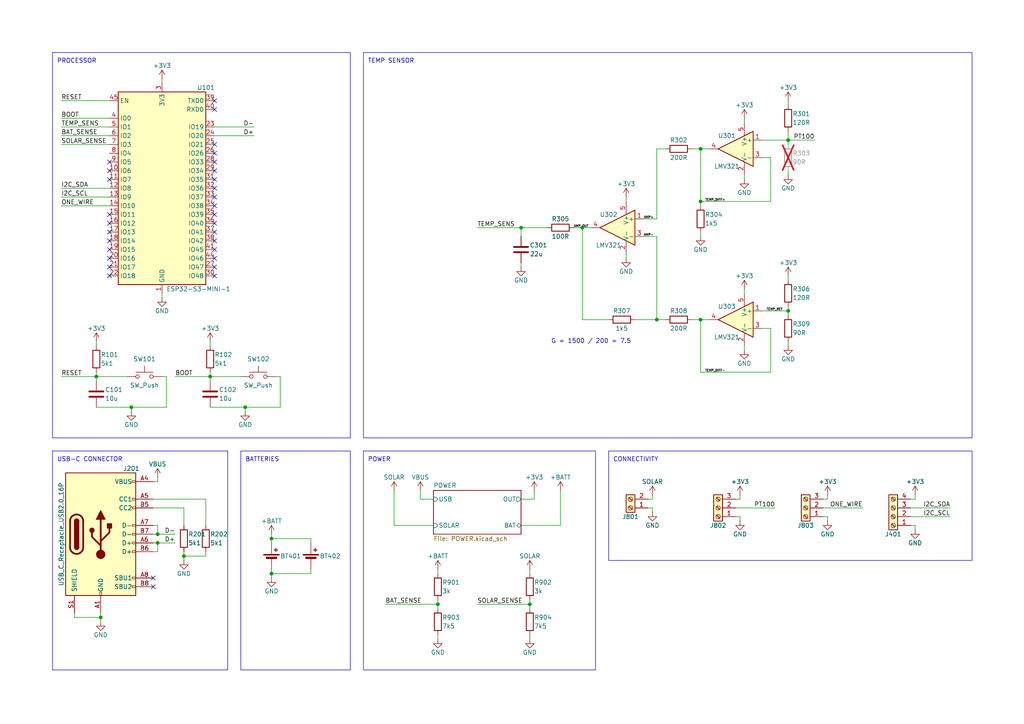
<source format=kicad_sch>
(kicad_sch
	(version 20231120)
	(generator "eeschema")
	(generator_version "8.0")
	(uuid "6e9d61f8-6668-48dd-9aac-9d74200f2082")
	(paper "A4")
	(title_block
		(title "MarinaWatch")
		(rev "1.0")
		(company "Alfred Wrigfors")
		(comment 1 "https://github.com/alfred-wrigfors")
	)
	(lib_symbols
		(symbol "Amplifier_Operational:LMV321"
			(pin_names
				(offset 0.127)
			)
			(exclude_from_sim no)
			(in_bom yes)
			(on_board yes)
			(property "Reference" "U"
				(at 0 5.08 0)
				(effects
					(font
						(size 1.27 1.27)
					)
					(justify left)
				)
			)
			(property "Value" "LMV321"
				(at 0 -5.08 0)
				(effects
					(font
						(size 1.27 1.27)
					)
					(justify left)
				)
			)
			(property "Footprint" ""
				(at 0 0 0)
				(effects
					(font
						(size 1.27 1.27)
					)
					(justify left)
					(hide yes)
				)
			)
			(property "Datasheet" "http://www.ti.com/lit/ds/symlink/lmv324.pdf"
				(at 0 0 0)
				(effects
					(font
						(size 1.27 1.27)
					)
					(hide yes)
				)
			)
			(property "Description" "Low-Voltage Rail-to-Rail Output Operational Amplifiers, SOT-23-5/SC-70-5"
				(at 0 0 0)
				(effects
					(font
						(size 1.27 1.27)
					)
					(hide yes)
				)
			)
			(property "ki_keywords" "single opamp"
				(at 0 0 0)
				(effects
					(font
						(size 1.27 1.27)
					)
					(hide yes)
				)
			)
			(property "ki_fp_filters" "SOT?23* *SC*70*"
				(at 0 0 0)
				(effects
					(font
						(size 1.27 1.27)
					)
					(hide yes)
				)
			)
			(symbol "LMV321_0_1"
				(polyline
					(pts
						(xy -5.08 5.08) (xy 5.08 0) (xy -5.08 -5.08) (xy -5.08 5.08)
					)
					(stroke
						(width 0.254)
						(type default)
					)
					(fill
						(type background)
					)
				)
				(pin power_in line
					(at -2.54 -7.62 90)
					(length 3.81)
					(name "V-"
						(effects
							(font
								(size 1.27 1.27)
							)
						)
					)
					(number "2"
						(effects
							(font
								(size 1.27 1.27)
							)
						)
					)
				)
				(pin power_in line
					(at -2.54 7.62 270)
					(length 3.81)
					(name "V+"
						(effects
							(font
								(size 1.27 1.27)
							)
						)
					)
					(number "5"
						(effects
							(font
								(size 1.27 1.27)
							)
						)
					)
				)
			)
			(symbol "LMV321_1_1"
				(pin input line
					(at -7.62 2.54 0)
					(length 2.54)
					(name "+"
						(effects
							(font
								(size 1.27 1.27)
							)
						)
					)
					(number "1"
						(effects
							(font
								(size 1.27 1.27)
							)
						)
					)
				)
				(pin input line
					(at -7.62 -2.54 0)
					(length 2.54)
					(name "-"
						(effects
							(font
								(size 1.27 1.27)
							)
						)
					)
					(number "3"
						(effects
							(font
								(size 1.27 1.27)
							)
						)
					)
				)
				(pin output line
					(at 7.62 0 180)
					(length 2.54)
					(name "~"
						(effects
							(font
								(size 1.27 1.27)
							)
						)
					)
					(number "4"
						(effects
							(font
								(size 1.27 1.27)
							)
						)
					)
				)
			)
		)
		(symbol "Connector:Screw_Terminal_01x02"
			(pin_names
				(offset 1.016) hide)
			(exclude_from_sim no)
			(in_bom yes)
			(on_board yes)
			(property "Reference" "J"
				(at 0 2.54 0)
				(effects
					(font
						(size 1.27 1.27)
					)
				)
			)
			(property "Value" "Screw_Terminal_01x02"
				(at 0 -5.08 0)
				(effects
					(font
						(size 1.27 1.27)
					)
				)
			)
			(property "Footprint" ""
				(at 0 0 0)
				(effects
					(font
						(size 1.27 1.27)
					)
					(hide yes)
				)
			)
			(property "Datasheet" "~"
				(at 0 0 0)
				(effects
					(font
						(size 1.27 1.27)
					)
					(hide yes)
				)
			)
			(property "Description" "Generic screw terminal, single row, 01x02, script generated (kicad-library-utils/schlib/autogen/connector/)"
				(at 0 0 0)
				(effects
					(font
						(size 1.27 1.27)
					)
					(hide yes)
				)
			)
			(property "ki_keywords" "screw terminal"
				(at 0 0 0)
				(effects
					(font
						(size 1.27 1.27)
					)
					(hide yes)
				)
			)
			(property "ki_fp_filters" "TerminalBlock*:*"
				(at 0 0 0)
				(effects
					(font
						(size 1.27 1.27)
					)
					(hide yes)
				)
			)
			(symbol "Screw_Terminal_01x02_1_1"
				(rectangle
					(start -1.27 1.27)
					(end 1.27 -3.81)
					(stroke
						(width 0.254)
						(type default)
					)
					(fill
						(type background)
					)
				)
				(circle
					(center 0 -2.54)
					(radius 0.635)
					(stroke
						(width 0.1524)
						(type default)
					)
					(fill
						(type none)
					)
				)
				(polyline
					(pts
						(xy -0.5334 -2.2098) (xy 0.3302 -3.048)
					)
					(stroke
						(width 0.1524)
						(type default)
					)
					(fill
						(type none)
					)
				)
				(polyline
					(pts
						(xy -0.5334 0.3302) (xy 0.3302 -0.508)
					)
					(stroke
						(width 0.1524)
						(type default)
					)
					(fill
						(type none)
					)
				)
				(polyline
					(pts
						(xy -0.3556 -2.032) (xy 0.508 -2.8702)
					)
					(stroke
						(width 0.1524)
						(type default)
					)
					(fill
						(type none)
					)
				)
				(polyline
					(pts
						(xy -0.3556 0.508) (xy 0.508 -0.3302)
					)
					(stroke
						(width 0.1524)
						(type default)
					)
					(fill
						(type none)
					)
				)
				(circle
					(center 0 0)
					(radius 0.635)
					(stroke
						(width 0.1524)
						(type default)
					)
					(fill
						(type none)
					)
				)
				(pin passive line
					(at -5.08 0 0)
					(length 3.81)
					(name "Pin_1"
						(effects
							(font
								(size 1.27 1.27)
							)
						)
					)
					(number "1"
						(effects
							(font
								(size 1.27 1.27)
							)
						)
					)
				)
				(pin passive line
					(at -5.08 -2.54 0)
					(length 3.81)
					(name "Pin_2"
						(effects
							(font
								(size 1.27 1.27)
							)
						)
					)
					(number "2"
						(effects
							(font
								(size 1.27 1.27)
							)
						)
					)
				)
			)
		)
		(symbol "Connector:Screw_Terminal_01x03"
			(pin_names
				(offset 1.016) hide)
			(exclude_from_sim no)
			(in_bom yes)
			(on_board yes)
			(property "Reference" "J"
				(at 0 5.08 0)
				(effects
					(font
						(size 1.27 1.27)
					)
				)
			)
			(property "Value" "Screw_Terminal_01x03"
				(at 0 -5.08 0)
				(effects
					(font
						(size 1.27 1.27)
					)
				)
			)
			(property "Footprint" ""
				(at 0 0 0)
				(effects
					(font
						(size 1.27 1.27)
					)
					(hide yes)
				)
			)
			(property "Datasheet" "~"
				(at 0 0 0)
				(effects
					(font
						(size 1.27 1.27)
					)
					(hide yes)
				)
			)
			(property "Description" "Generic screw terminal, single row, 01x03, script generated (kicad-library-utils/schlib/autogen/connector/)"
				(at 0 0 0)
				(effects
					(font
						(size 1.27 1.27)
					)
					(hide yes)
				)
			)
			(property "ki_keywords" "screw terminal"
				(at 0 0 0)
				(effects
					(font
						(size 1.27 1.27)
					)
					(hide yes)
				)
			)
			(property "ki_fp_filters" "TerminalBlock*:*"
				(at 0 0 0)
				(effects
					(font
						(size 1.27 1.27)
					)
					(hide yes)
				)
			)
			(symbol "Screw_Terminal_01x03_1_1"
				(rectangle
					(start -1.27 3.81)
					(end 1.27 -3.81)
					(stroke
						(width 0.254)
						(type default)
					)
					(fill
						(type background)
					)
				)
				(circle
					(center 0 -2.54)
					(radius 0.635)
					(stroke
						(width 0.1524)
						(type default)
					)
					(fill
						(type none)
					)
				)
				(polyline
					(pts
						(xy -0.5334 -2.2098) (xy 0.3302 -3.048)
					)
					(stroke
						(width 0.1524)
						(type default)
					)
					(fill
						(type none)
					)
				)
				(polyline
					(pts
						(xy -0.5334 0.3302) (xy 0.3302 -0.508)
					)
					(stroke
						(width 0.1524)
						(type default)
					)
					(fill
						(type none)
					)
				)
				(polyline
					(pts
						(xy -0.5334 2.8702) (xy 0.3302 2.032)
					)
					(stroke
						(width 0.1524)
						(type default)
					)
					(fill
						(type none)
					)
				)
				(polyline
					(pts
						(xy -0.3556 -2.032) (xy 0.508 -2.8702)
					)
					(stroke
						(width 0.1524)
						(type default)
					)
					(fill
						(type none)
					)
				)
				(polyline
					(pts
						(xy -0.3556 0.508) (xy 0.508 -0.3302)
					)
					(stroke
						(width 0.1524)
						(type default)
					)
					(fill
						(type none)
					)
				)
				(polyline
					(pts
						(xy -0.3556 3.048) (xy 0.508 2.2098)
					)
					(stroke
						(width 0.1524)
						(type default)
					)
					(fill
						(type none)
					)
				)
				(circle
					(center 0 0)
					(radius 0.635)
					(stroke
						(width 0.1524)
						(type default)
					)
					(fill
						(type none)
					)
				)
				(circle
					(center 0 2.54)
					(radius 0.635)
					(stroke
						(width 0.1524)
						(type default)
					)
					(fill
						(type none)
					)
				)
				(pin passive line
					(at -5.08 2.54 0)
					(length 3.81)
					(name "Pin_1"
						(effects
							(font
								(size 1.27 1.27)
							)
						)
					)
					(number "1"
						(effects
							(font
								(size 1.27 1.27)
							)
						)
					)
				)
				(pin passive line
					(at -5.08 0 0)
					(length 3.81)
					(name "Pin_2"
						(effects
							(font
								(size 1.27 1.27)
							)
						)
					)
					(number "2"
						(effects
							(font
								(size 1.27 1.27)
							)
						)
					)
				)
				(pin passive line
					(at -5.08 -2.54 0)
					(length 3.81)
					(name "Pin_3"
						(effects
							(font
								(size 1.27 1.27)
							)
						)
					)
					(number "3"
						(effects
							(font
								(size 1.27 1.27)
							)
						)
					)
				)
			)
		)
		(symbol "Connector:Screw_Terminal_01x04"
			(pin_names
				(offset 1.016) hide)
			(exclude_from_sim no)
			(in_bom yes)
			(on_board yes)
			(property "Reference" "J"
				(at 0 5.08 0)
				(effects
					(font
						(size 1.27 1.27)
					)
				)
			)
			(property "Value" "Screw_Terminal_01x04"
				(at 0 -7.62 0)
				(effects
					(font
						(size 1.27 1.27)
					)
				)
			)
			(property "Footprint" ""
				(at 0 0 0)
				(effects
					(font
						(size 1.27 1.27)
					)
					(hide yes)
				)
			)
			(property "Datasheet" "~"
				(at 0 0 0)
				(effects
					(font
						(size 1.27 1.27)
					)
					(hide yes)
				)
			)
			(property "Description" "Generic screw terminal, single row, 01x04, script generated (kicad-library-utils/schlib/autogen/connector/)"
				(at 0 0 0)
				(effects
					(font
						(size 1.27 1.27)
					)
					(hide yes)
				)
			)
			(property "ki_keywords" "screw terminal"
				(at 0 0 0)
				(effects
					(font
						(size 1.27 1.27)
					)
					(hide yes)
				)
			)
			(property "ki_fp_filters" "TerminalBlock*:*"
				(at 0 0 0)
				(effects
					(font
						(size 1.27 1.27)
					)
					(hide yes)
				)
			)
			(symbol "Screw_Terminal_01x04_1_1"
				(rectangle
					(start -1.27 3.81)
					(end 1.27 -6.35)
					(stroke
						(width 0.254)
						(type default)
					)
					(fill
						(type background)
					)
				)
				(circle
					(center 0 -5.08)
					(radius 0.635)
					(stroke
						(width 0.1524)
						(type default)
					)
					(fill
						(type none)
					)
				)
				(circle
					(center 0 -2.54)
					(radius 0.635)
					(stroke
						(width 0.1524)
						(type default)
					)
					(fill
						(type none)
					)
				)
				(polyline
					(pts
						(xy -0.5334 -4.7498) (xy 0.3302 -5.588)
					)
					(stroke
						(width 0.1524)
						(type default)
					)
					(fill
						(type none)
					)
				)
				(polyline
					(pts
						(xy -0.5334 -2.2098) (xy 0.3302 -3.048)
					)
					(stroke
						(width 0.1524)
						(type default)
					)
					(fill
						(type none)
					)
				)
				(polyline
					(pts
						(xy -0.5334 0.3302) (xy 0.3302 -0.508)
					)
					(stroke
						(width 0.1524)
						(type default)
					)
					(fill
						(type none)
					)
				)
				(polyline
					(pts
						(xy -0.5334 2.8702) (xy 0.3302 2.032)
					)
					(stroke
						(width 0.1524)
						(type default)
					)
					(fill
						(type none)
					)
				)
				(polyline
					(pts
						(xy -0.3556 -4.572) (xy 0.508 -5.4102)
					)
					(stroke
						(width 0.1524)
						(type default)
					)
					(fill
						(type none)
					)
				)
				(polyline
					(pts
						(xy -0.3556 -2.032) (xy 0.508 -2.8702)
					)
					(stroke
						(width 0.1524)
						(type default)
					)
					(fill
						(type none)
					)
				)
				(polyline
					(pts
						(xy -0.3556 0.508) (xy 0.508 -0.3302)
					)
					(stroke
						(width 0.1524)
						(type default)
					)
					(fill
						(type none)
					)
				)
				(polyline
					(pts
						(xy -0.3556 3.048) (xy 0.508 2.2098)
					)
					(stroke
						(width 0.1524)
						(type default)
					)
					(fill
						(type none)
					)
				)
				(circle
					(center 0 0)
					(radius 0.635)
					(stroke
						(width 0.1524)
						(type default)
					)
					(fill
						(type none)
					)
				)
				(circle
					(center 0 2.54)
					(radius 0.635)
					(stroke
						(width 0.1524)
						(type default)
					)
					(fill
						(type none)
					)
				)
				(pin passive line
					(at -5.08 2.54 0)
					(length 3.81)
					(name "Pin_1"
						(effects
							(font
								(size 1.27 1.27)
							)
						)
					)
					(number "1"
						(effects
							(font
								(size 1.27 1.27)
							)
						)
					)
				)
				(pin passive line
					(at -5.08 0 0)
					(length 3.81)
					(name "Pin_2"
						(effects
							(font
								(size 1.27 1.27)
							)
						)
					)
					(number "2"
						(effects
							(font
								(size 1.27 1.27)
							)
						)
					)
				)
				(pin passive line
					(at -5.08 -2.54 0)
					(length 3.81)
					(name "Pin_3"
						(effects
							(font
								(size 1.27 1.27)
							)
						)
					)
					(number "3"
						(effects
							(font
								(size 1.27 1.27)
							)
						)
					)
				)
				(pin passive line
					(at -5.08 -5.08 0)
					(length 3.81)
					(name "Pin_4"
						(effects
							(font
								(size 1.27 1.27)
							)
						)
					)
					(number "4"
						(effects
							(font
								(size 1.27 1.27)
							)
						)
					)
				)
			)
		)
		(symbol "Connector:USB_C_Receptacle_USB2.0_16P"
			(pin_names
				(offset 1.016)
			)
			(exclude_from_sim no)
			(in_bom yes)
			(on_board yes)
			(property "Reference" "J"
				(at 0 22.225 0)
				(effects
					(font
						(size 1.27 1.27)
					)
				)
			)
			(property "Value" "USB_C_Receptacle_USB2.0_16P"
				(at 0 19.685 0)
				(effects
					(font
						(size 1.27 1.27)
					)
				)
			)
			(property "Footprint" ""
				(at 3.81 0 0)
				(effects
					(font
						(size 1.27 1.27)
					)
					(hide yes)
				)
			)
			(property "Datasheet" "https://www.usb.org/sites/default/files/documents/usb_type-c.zip"
				(at 3.81 0 0)
				(effects
					(font
						(size 1.27 1.27)
					)
					(hide yes)
				)
			)
			(property "Description" "USB 2.0-only 16P Type-C Receptacle connector"
				(at 0 0 0)
				(effects
					(font
						(size 1.27 1.27)
					)
					(hide yes)
				)
			)
			(property "ki_keywords" "usb universal serial bus type-C USB2.0"
				(at 0 0 0)
				(effects
					(font
						(size 1.27 1.27)
					)
					(hide yes)
				)
			)
			(property "ki_fp_filters" "USB*C*Receptacle*"
				(at 0 0 0)
				(effects
					(font
						(size 1.27 1.27)
					)
					(hide yes)
				)
			)
			(symbol "USB_C_Receptacle_USB2.0_16P_0_0"
				(rectangle
					(start -0.254 -17.78)
					(end 0.254 -16.764)
					(stroke
						(width 0)
						(type default)
					)
					(fill
						(type none)
					)
				)
				(rectangle
					(start 10.16 -14.986)
					(end 9.144 -15.494)
					(stroke
						(width 0)
						(type default)
					)
					(fill
						(type none)
					)
				)
				(rectangle
					(start 10.16 -12.446)
					(end 9.144 -12.954)
					(stroke
						(width 0)
						(type default)
					)
					(fill
						(type none)
					)
				)
				(rectangle
					(start 10.16 -4.826)
					(end 9.144 -5.334)
					(stroke
						(width 0)
						(type default)
					)
					(fill
						(type none)
					)
				)
				(rectangle
					(start 10.16 -2.286)
					(end 9.144 -2.794)
					(stroke
						(width 0)
						(type default)
					)
					(fill
						(type none)
					)
				)
				(rectangle
					(start 10.16 0.254)
					(end 9.144 -0.254)
					(stroke
						(width 0)
						(type default)
					)
					(fill
						(type none)
					)
				)
				(rectangle
					(start 10.16 2.794)
					(end 9.144 2.286)
					(stroke
						(width 0)
						(type default)
					)
					(fill
						(type none)
					)
				)
				(rectangle
					(start 10.16 7.874)
					(end 9.144 7.366)
					(stroke
						(width 0)
						(type default)
					)
					(fill
						(type none)
					)
				)
				(rectangle
					(start 10.16 10.414)
					(end 9.144 9.906)
					(stroke
						(width 0)
						(type default)
					)
					(fill
						(type none)
					)
				)
				(rectangle
					(start 10.16 15.494)
					(end 9.144 14.986)
					(stroke
						(width 0)
						(type default)
					)
					(fill
						(type none)
					)
				)
			)
			(symbol "USB_C_Receptacle_USB2.0_16P_0_1"
				(rectangle
					(start -10.16 17.78)
					(end 10.16 -17.78)
					(stroke
						(width 0.254)
						(type default)
					)
					(fill
						(type background)
					)
				)
				(arc
					(start -8.89 -3.81)
					(mid -6.985 -5.7067)
					(end -5.08 -3.81)
					(stroke
						(width 0.508)
						(type default)
					)
					(fill
						(type none)
					)
				)
				(arc
					(start -7.62 -3.81)
					(mid -6.985 -4.4423)
					(end -6.35 -3.81)
					(stroke
						(width 0.254)
						(type default)
					)
					(fill
						(type none)
					)
				)
				(arc
					(start -7.62 -3.81)
					(mid -6.985 -4.4423)
					(end -6.35 -3.81)
					(stroke
						(width 0.254)
						(type default)
					)
					(fill
						(type outline)
					)
				)
				(rectangle
					(start -7.62 -3.81)
					(end -6.35 3.81)
					(stroke
						(width 0.254)
						(type default)
					)
					(fill
						(type outline)
					)
				)
				(arc
					(start -6.35 3.81)
					(mid -6.985 4.4423)
					(end -7.62 3.81)
					(stroke
						(width 0.254)
						(type default)
					)
					(fill
						(type none)
					)
				)
				(arc
					(start -6.35 3.81)
					(mid -6.985 4.4423)
					(end -7.62 3.81)
					(stroke
						(width 0.254)
						(type default)
					)
					(fill
						(type outline)
					)
				)
				(arc
					(start -5.08 3.81)
					(mid -6.985 5.7067)
					(end -8.89 3.81)
					(stroke
						(width 0.508)
						(type default)
					)
					(fill
						(type none)
					)
				)
				(circle
					(center -2.54 1.143)
					(radius 0.635)
					(stroke
						(width 0.254)
						(type default)
					)
					(fill
						(type outline)
					)
				)
				(circle
					(center 0 -5.842)
					(radius 1.27)
					(stroke
						(width 0)
						(type default)
					)
					(fill
						(type outline)
					)
				)
				(polyline
					(pts
						(xy -8.89 -3.81) (xy -8.89 3.81)
					)
					(stroke
						(width 0.508)
						(type default)
					)
					(fill
						(type none)
					)
				)
				(polyline
					(pts
						(xy -5.08 3.81) (xy -5.08 -3.81)
					)
					(stroke
						(width 0.508)
						(type default)
					)
					(fill
						(type none)
					)
				)
				(polyline
					(pts
						(xy 0 -5.842) (xy 0 4.318)
					)
					(stroke
						(width 0.508)
						(type default)
					)
					(fill
						(type none)
					)
				)
				(polyline
					(pts
						(xy 0 -3.302) (xy -2.54 -0.762) (xy -2.54 0.508)
					)
					(stroke
						(width 0.508)
						(type default)
					)
					(fill
						(type none)
					)
				)
				(polyline
					(pts
						(xy 0 -2.032) (xy 2.54 0.508) (xy 2.54 1.778)
					)
					(stroke
						(width 0.508)
						(type default)
					)
					(fill
						(type none)
					)
				)
				(polyline
					(pts
						(xy -1.27 4.318) (xy 0 6.858) (xy 1.27 4.318) (xy -1.27 4.318)
					)
					(stroke
						(width 0.254)
						(type default)
					)
					(fill
						(type outline)
					)
				)
				(rectangle
					(start 1.905 1.778)
					(end 3.175 3.048)
					(stroke
						(width 0.254)
						(type default)
					)
					(fill
						(type outline)
					)
				)
			)
			(symbol "USB_C_Receptacle_USB2.0_16P_1_1"
				(pin passive line
					(at 0 -22.86 90)
					(length 5.08)
					(name "GND"
						(effects
							(font
								(size 1.27 1.27)
							)
						)
					)
					(number "A1"
						(effects
							(font
								(size 1.27 1.27)
							)
						)
					)
				)
				(pin passive line
					(at 0 -22.86 90)
					(length 5.08) hide
					(name "GND"
						(effects
							(font
								(size 1.27 1.27)
							)
						)
					)
					(number "A12"
						(effects
							(font
								(size 1.27 1.27)
							)
						)
					)
				)
				(pin passive line
					(at 15.24 15.24 180)
					(length 5.08)
					(name "VBUS"
						(effects
							(font
								(size 1.27 1.27)
							)
						)
					)
					(number "A4"
						(effects
							(font
								(size 1.27 1.27)
							)
						)
					)
				)
				(pin bidirectional line
					(at 15.24 10.16 180)
					(length 5.08)
					(name "CC1"
						(effects
							(font
								(size 1.27 1.27)
							)
						)
					)
					(number "A5"
						(effects
							(font
								(size 1.27 1.27)
							)
						)
					)
				)
				(pin bidirectional line
					(at 15.24 -2.54 180)
					(length 5.08)
					(name "D+"
						(effects
							(font
								(size 1.27 1.27)
							)
						)
					)
					(number "A6"
						(effects
							(font
								(size 1.27 1.27)
							)
						)
					)
				)
				(pin bidirectional line
					(at 15.24 2.54 180)
					(length 5.08)
					(name "D-"
						(effects
							(font
								(size 1.27 1.27)
							)
						)
					)
					(number "A7"
						(effects
							(font
								(size 1.27 1.27)
							)
						)
					)
				)
				(pin bidirectional line
					(at 15.24 -12.7 180)
					(length 5.08)
					(name "SBU1"
						(effects
							(font
								(size 1.27 1.27)
							)
						)
					)
					(number "A8"
						(effects
							(font
								(size 1.27 1.27)
							)
						)
					)
				)
				(pin passive line
					(at 15.24 15.24 180)
					(length 5.08) hide
					(name "VBUS"
						(effects
							(font
								(size 1.27 1.27)
							)
						)
					)
					(number "A9"
						(effects
							(font
								(size 1.27 1.27)
							)
						)
					)
				)
				(pin passive line
					(at 0 -22.86 90)
					(length 5.08) hide
					(name "GND"
						(effects
							(font
								(size 1.27 1.27)
							)
						)
					)
					(number "B1"
						(effects
							(font
								(size 1.27 1.27)
							)
						)
					)
				)
				(pin passive line
					(at 0 -22.86 90)
					(length 5.08) hide
					(name "GND"
						(effects
							(font
								(size 1.27 1.27)
							)
						)
					)
					(number "B12"
						(effects
							(font
								(size 1.27 1.27)
							)
						)
					)
				)
				(pin passive line
					(at 15.24 15.24 180)
					(length 5.08) hide
					(name "VBUS"
						(effects
							(font
								(size 1.27 1.27)
							)
						)
					)
					(number "B4"
						(effects
							(font
								(size 1.27 1.27)
							)
						)
					)
				)
				(pin bidirectional line
					(at 15.24 7.62 180)
					(length 5.08)
					(name "CC2"
						(effects
							(font
								(size 1.27 1.27)
							)
						)
					)
					(number "B5"
						(effects
							(font
								(size 1.27 1.27)
							)
						)
					)
				)
				(pin bidirectional line
					(at 15.24 -5.08 180)
					(length 5.08)
					(name "D+"
						(effects
							(font
								(size 1.27 1.27)
							)
						)
					)
					(number "B6"
						(effects
							(font
								(size 1.27 1.27)
							)
						)
					)
				)
				(pin bidirectional line
					(at 15.24 0 180)
					(length 5.08)
					(name "D-"
						(effects
							(font
								(size 1.27 1.27)
							)
						)
					)
					(number "B7"
						(effects
							(font
								(size 1.27 1.27)
							)
						)
					)
				)
				(pin bidirectional line
					(at 15.24 -15.24 180)
					(length 5.08)
					(name "SBU2"
						(effects
							(font
								(size 1.27 1.27)
							)
						)
					)
					(number "B8"
						(effects
							(font
								(size 1.27 1.27)
							)
						)
					)
				)
				(pin passive line
					(at 15.24 15.24 180)
					(length 5.08) hide
					(name "VBUS"
						(effects
							(font
								(size 1.27 1.27)
							)
						)
					)
					(number "B9"
						(effects
							(font
								(size 1.27 1.27)
							)
						)
					)
				)
				(pin passive line
					(at -7.62 -22.86 90)
					(length 5.08)
					(name "SHIELD"
						(effects
							(font
								(size 1.27 1.27)
							)
						)
					)
					(number "S1"
						(effects
							(font
								(size 1.27 1.27)
							)
						)
					)
				)
			)
		)
		(symbol "Device:Battery_Cell"
			(pin_numbers hide)
			(pin_names
				(offset 0) hide)
			(exclude_from_sim no)
			(in_bom yes)
			(on_board yes)
			(property "Reference" "BT"
				(at 2.54 2.54 0)
				(effects
					(font
						(size 1.27 1.27)
					)
					(justify left)
				)
			)
			(property "Value" "Battery_Cell"
				(at 2.54 0 0)
				(effects
					(font
						(size 1.27 1.27)
					)
					(justify left)
				)
			)
			(property "Footprint" ""
				(at 0 1.524 90)
				(effects
					(font
						(size 1.27 1.27)
					)
					(hide yes)
				)
			)
			(property "Datasheet" "~"
				(at 0 1.524 90)
				(effects
					(font
						(size 1.27 1.27)
					)
					(hide yes)
				)
			)
			(property "Description" "Single-cell battery"
				(at 0 0 0)
				(effects
					(font
						(size 1.27 1.27)
					)
					(hide yes)
				)
			)
			(property "ki_keywords" "battery cell"
				(at 0 0 0)
				(effects
					(font
						(size 1.27 1.27)
					)
					(hide yes)
				)
			)
			(symbol "Battery_Cell_0_1"
				(rectangle
					(start -2.286 1.778)
					(end 2.286 1.524)
					(stroke
						(width 0)
						(type default)
					)
					(fill
						(type outline)
					)
				)
				(rectangle
					(start -1.524 1.016)
					(end 1.524 0.508)
					(stroke
						(width 0)
						(type default)
					)
					(fill
						(type outline)
					)
				)
				(polyline
					(pts
						(xy 0 0.762) (xy 0 0)
					)
					(stroke
						(width 0)
						(type default)
					)
					(fill
						(type none)
					)
				)
				(polyline
					(pts
						(xy 0 1.778) (xy 0 2.54)
					)
					(stroke
						(width 0)
						(type default)
					)
					(fill
						(type none)
					)
				)
				(polyline
					(pts
						(xy 0.762 3.048) (xy 1.778 3.048)
					)
					(stroke
						(width 0.254)
						(type default)
					)
					(fill
						(type none)
					)
				)
				(polyline
					(pts
						(xy 1.27 3.556) (xy 1.27 2.54)
					)
					(stroke
						(width 0.254)
						(type default)
					)
					(fill
						(type none)
					)
				)
			)
			(symbol "Battery_Cell_1_1"
				(pin passive line
					(at 0 5.08 270)
					(length 2.54)
					(name "+"
						(effects
							(font
								(size 1.27 1.27)
							)
						)
					)
					(number "1"
						(effects
							(font
								(size 1.27 1.27)
							)
						)
					)
				)
				(pin passive line
					(at 0 -2.54 90)
					(length 2.54)
					(name "-"
						(effects
							(font
								(size 1.27 1.27)
							)
						)
					)
					(number "2"
						(effects
							(font
								(size 1.27 1.27)
							)
						)
					)
				)
			)
		)
		(symbol "Device:C"
			(pin_numbers hide)
			(pin_names
				(offset 0.254)
			)
			(exclude_from_sim no)
			(in_bom yes)
			(on_board yes)
			(property "Reference" "C"
				(at 0.635 2.54 0)
				(effects
					(font
						(size 1.27 1.27)
					)
					(justify left)
				)
			)
			(property "Value" "C"
				(at 0.635 -2.54 0)
				(effects
					(font
						(size 1.27 1.27)
					)
					(justify left)
				)
			)
			(property "Footprint" ""
				(at 0.9652 -3.81 0)
				(effects
					(font
						(size 1.27 1.27)
					)
					(hide yes)
				)
			)
			(property "Datasheet" "~"
				(at 0 0 0)
				(effects
					(font
						(size 1.27 1.27)
					)
					(hide yes)
				)
			)
			(property "Description" "Unpolarized capacitor"
				(at 0 0 0)
				(effects
					(font
						(size 1.27 1.27)
					)
					(hide yes)
				)
			)
			(property "ki_keywords" "cap capacitor"
				(at 0 0 0)
				(effects
					(font
						(size 1.27 1.27)
					)
					(hide yes)
				)
			)
			(property "ki_fp_filters" "C_*"
				(at 0 0 0)
				(effects
					(font
						(size 1.27 1.27)
					)
					(hide yes)
				)
			)
			(symbol "C_0_1"
				(polyline
					(pts
						(xy -2.032 -0.762) (xy 2.032 -0.762)
					)
					(stroke
						(width 0.508)
						(type default)
					)
					(fill
						(type none)
					)
				)
				(polyline
					(pts
						(xy -2.032 0.762) (xy 2.032 0.762)
					)
					(stroke
						(width 0.508)
						(type default)
					)
					(fill
						(type none)
					)
				)
			)
			(symbol "C_1_1"
				(pin passive line
					(at 0 3.81 270)
					(length 2.794)
					(name "~"
						(effects
							(font
								(size 1.27 1.27)
							)
						)
					)
					(number "1"
						(effects
							(font
								(size 1.27 1.27)
							)
						)
					)
				)
				(pin passive line
					(at 0 -3.81 90)
					(length 2.794)
					(name "~"
						(effects
							(font
								(size 1.27 1.27)
							)
						)
					)
					(number "2"
						(effects
							(font
								(size 1.27 1.27)
							)
						)
					)
				)
			)
		)
		(symbol "Device:R"
			(pin_numbers hide)
			(pin_names
				(offset 0)
			)
			(exclude_from_sim no)
			(in_bom yes)
			(on_board yes)
			(property "Reference" "R"
				(at 2.032 0 90)
				(effects
					(font
						(size 1.27 1.27)
					)
				)
			)
			(property "Value" "R"
				(at 0 0 90)
				(effects
					(font
						(size 1.27 1.27)
					)
				)
			)
			(property "Footprint" ""
				(at -1.778 0 90)
				(effects
					(font
						(size 1.27 1.27)
					)
					(hide yes)
				)
			)
			(property "Datasheet" "~"
				(at 0 0 0)
				(effects
					(font
						(size 1.27 1.27)
					)
					(hide yes)
				)
			)
			(property "Description" "Resistor"
				(at 0 0 0)
				(effects
					(font
						(size 1.27 1.27)
					)
					(hide yes)
				)
			)
			(property "ki_keywords" "R res resistor"
				(at 0 0 0)
				(effects
					(font
						(size 1.27 1.27)
					)
					(hide yes)
				)
			)
			(property "ki_fp_filters" "R_*"
				(at 0 0 0)
				(effects
					(font
						(size 1.27 1.27)
					)
					(hide yes)
				)
			)
			(symbol "R_0_1"
				(rectangle
					(start -1.016 -2.54)
					(end 1.016 2.54)
					(stroke
						(width 0.254)
						(type default)
					)
					(fill
						(type none)
					)
				)
			)
			(symbol "R_1_1"
				(pin passive line
					(at 0 3.81 270)
					(length 1.27)
					(name "~"
						(effects
							(font
								(size 1.27 1.27)
							)
						)
					)
					(number "1"
						(effects
							(font
								(size 1.27 1.27)
							)
						)
					)
				)
				(pin passive line
					(at 0 -3.81 90)
					(length 1.27)
					(name "~"
						(effects
							(font
								(size 1.27 1.27)
							)
						)
					)
					(number "2"
						(effects
							(font
								(size 1.27 1.27)
							)
						)
					)
				)
			)
		)
		(symbol "RF_Module:ESP32-S3-MINI-1"
			(exclude_from_sim no)
			(in_bom yes)
			(on_board yes)
			(property "Reference" "U"
				(at -11.43 29.21 0)
				(effects
					(font
						(size 1.27 1.27)
					)
				)
			)
			(property "Value" "ESP32-S3-MINI-1"
				(at 12.7 29.21 0)
				(effects
					(font
						(size 1.27 1.27)
					)
				)
			)
			(property "Footprint" "RF_Module:ESP32-S2-MINI-1"
				(at 15.24 -29.21 0)
				(effects
					(font
						(size 1.27 1.27)
					)
					(hide yes)
				)
			)
			(property "Datasheet" "https://www.espressif.com/sites/default/files/documentation/esp32-s3-mini-1_mini-1u_datasheet_en.pdf"
				(at 0 40.64 0)
				(effects
					(font
						(size 1.27 1.27)
					)
					(hide yes)
				)
			)
			(property "Description" "RF Module, ESP32-S3 SoC, Wi-Fi 802.11b/g/n, Bluetooth, BLE, 32-bit, 3.3V, SMD, onboard antenna"
				(at 0 43.18 0)
				(effects
					(font
						(size 1.27 1.27)
					)
					(hide yes)
				)
			)
			(property "ki_keywords" "RF Radio BT ESP ESP32-S3 Espressif"
				(at 0 0 0)
				(effects
					(font
						(size 1.27 1.27)
					)
					(hide yes)
				)
			)
			(property "ki_fp_filters" "ESP32?S*MINI?1"
				(at 0 0 0)
				(effects
					(font
						(size 1.27 1.27)
					)
					(hide yes)
				)
			)
			(symbol "ESP32-S3-MINI-1_0_1"
				(rectangle
					(start -12.7 27.94)
					(end 12.7 -27.94)
					(stroke
						(width 0.254)
						(type default)
					)
					(fill
						(type background)
					)
				)
			)
			(symbol "ESP32-S3-MINI-1_1_1"
				(pin power_in line
					(at 0 -30.48 90)
					(length 2.54)
					(name "GND"
						(effects
							(font
								(size 1.27 1.27)
							)
						)
					)
					(number "1"
						(effects
							(font
								(size 1.27 1.27)
							)
						)
					)
				)
				(pin bidirectional line
					(at -15.24 5.08 0)
					(length 2.54)
					(name "IO6"
						(effects
							(font
								(size 1.27 1.27)
							)
						)
					)
					(number "10"
						(effects
							(font
								(size 1.27 1.27)
							)
						)
					)
				)
				(pin bidirectional line
					(at -15.24 2.54 0)
					(length 2.54)
					(name "IO7"
						(effects
							(font
								(size 1.27 1.27)
							)
						)
					)
					(number "11"
						(effects
							(font
								(size 1.27 1.27)
							)
						)
					)
				)
				(pin bidirectional line
					(at -15.24 0 0)
					(length 2.54)
					(name "IO8"
						(effects
							(font
								(size 1.27 1.27)
							)
						)
					)
					(number "12"
						(effects
							(font
								(size 1.27 1.27)
							)
						)
					)
				)
				(pin bidirectional line
					(at -15.24 -2.54 0)
					(length 2.54)
					(name "IO9"
						(effects
							(font
								(size 1.27 1.27)
							)
						)
					)
					(number "13"
						(effects
							(font
								(size 1.27 1.27)
							)
						)
					)
				)
				(pin bidirectional line
					(at -15.24 -5.08 0)
					(length 2.54)
					(name "IO10"
						(effects
							(font
								(size 1.27 1.27)
							)
						)
					)
					(number "14"
						(effects
							(font
								(size 1.27 1.27)
							)
						)
					)
				)
				(pin bidirectional line
					(at -15.24 -7.62 0)
					(length 2.54)
					(name "IO11"
						(effects
							(font
								(size 1.27 1.27)
							)
						)
					)
					(number "15"
						(effects
							(font
								(size 1.27 1.27)
							)
						)
					)
				)
				(pin bidirectional line
					(at -15.24 -10.16 0)
					(length 2.54)
					(name "IO12"
						(effects
							(font
								(size 1.27 1.27)
							)
						)
					)
					(number "16"
						(effects
							(font
								(size 1.27 1.27)
							)
						)
					)
				)
				(pin bidirectional line
					(at -15.24 -12.7 0)
					(length 2.54)
					(name "IO13"
						(effects
							(font
								(size 1.27 1.27)
							)
						)
					)
					(number "17"
						(effects
							(font
								(size 1.27 1.27)
							)
						)
					)
				)
				(pin bidirectional line
					(at -15.24 -15.24 0)
					(length 2.54)
					(name "IO14"
						(effects
							(font
								(size 1.27 1.27)
							)
						)
					)
					(number "18"
						(effects
							(font
								(size 1.27 1.27)
							)
						)
					)
				)
				(pin bidirectional line
					(at -15.24 -17.78 0)
					(length 2.54)
					(name "IO15"
						(effects
							(font
								(size 1.27 1.27)
							)
						)
					)
					(number "19"
						(effects
							(font
								(size 1.27 1.27)
							)
						)
					)
				)
				(pin passive line
					(at 0 -30.48 90)
					(length 2.54) hide
					(name "GND"
						(effects
							(font
								(size 1.27 1.27)
							)
						)
					)
					(number "2"
						(effects
							(font
								(size 1.27 1.27)
							)
						)
					)
				)
				(pin bidirectional line
					(at -15.24 -20.32 0)
					(length 2.54)
					(name "IO16"
						(effects
							(font
								(size 1.27 1.27)
							)
						)
					)
					(number "20"
						(effects
							(font
								(size 1.27 1.27)
							)
						)
					)
				)
				(pin bidirectional line
					(at -15.24 -22.86 0)
					(length 2.54)
					(name "IO17"
						(effects
							(font
								(size 1.27 1.27)
							)
						)
					)
					(number "21"
						(effects
							(font
								(size 1.27 1.27)
							)
						)
					)
				)
				(pin bidirectional line
					(at -15.24 -25.4 0)
					(length 2.54)
					(name "IO18"
						(effects
							(font
								(size 1.27 1.27)
							)
						)
					)
					(number "22"
						(effects
							(font
								(size 1.27 1.27)
							)
						)
					)
				)
				(pin bidirectional line
					(at 15.24 17.78 180)
					(length 2.54)
					(name "IO19"
						(effects
							(font
								(size 1.27 1.27)
							)
						)
					)
					(number "23"
						(effects
							(font
								(size 1.27 1.27)
							)
						)
					)
				)
				(pin bidirectional line
					(at 15.24 15.24 180)
					(length 2.54)
					(name "IO20"
						(effects
							(font
								(size 1.27 1.27)
							)
						)
					)
					(number "24"
						(effects
							(font
								(size 1.27 1.27)
							)
						)
					)
				)
				(pin bidirectional line
					(at 15.24 12.7 180)
					(length 2.54)
					(name "IO21"
						(effects
							(font
								(size 1.27 1.27)
							)
						)
					)
					(number "25"
						(effects
							(font
								(size 1.27 1.27)
							)
						)
					)
				)
				(pin bidirectional line
					(at 15.24 10.16 180)
					(length 2.54)
					(name "IO26"
						(effects
							(font
								(size 1.27 1.27)
							)
						)
					)
					(number "26"
						(effects
							(font
								(size 1.27 1.27)
							)
						)
					)
				)
				(pin bidirectional line
					(at 15.24 -22.86 180)
					(length 2.54)
					(name "IO47"
						(effects
							(font
								(size 1.27 1.27)
							)
						)
					)
					(number "27"
						(effects
							(font
								(size 1.27 1.27)
							)
						)
					)
				)
				(pin bidirectional line
					(at 15.24 7.62 180)
					(length 2.54)
					(name "IO33"
						(effects
							(font
								(size 1.27 1.27)
							)
						)
					)
					(number "28"
						(effects
							(font
								(size 1.27 1.27)
							)
						)
					)
				)
				(pin bidirectional line
					(at 15.24 5.08 180)
					(length 2.54)
					(name "IO34"
						(effects
							(font
								(size 1.27 1.27)
							)
						)
					)
					(number "29"
						(effects
							(font
								(size 1.27 1.27)
							)
						)
					)
				)
				(pin power_in line
					(at 0 30.48 270)
					(length 2.54)
					(name "3V3"
						(effects
							(font
								(size 1.27 1.27)
							)
						)
					)
					(number "3"
						(effects
							(font
								(size 1.27 1.27)
							)
						)
					)
				)
				(pin bidirectional line
					(at 15.24 -25.4 180)
					(length 2.54)
					(name "IO48"
						(effects
							(font
								(size 1.27 1.27)
							)
						)
					)
					(number "30"
						(effects
							(font
								(size 1.27 1.27)
							)
						)
					)
				)
				(pin bidirectional line
					(at 15.24 2.54 180)
					(length 2.54)
					(name "IO35"
						(effects
							(font
								(size 1.27 1.27)
							)
						)
					)
					(number "31"
						(effects
							(font
								(size 1.27 1.27)
							)
						)
					)
				)
				(pin bidirectional line
					(at 15.24 0 180)
					(length 2.54)
					(name "IO36"
						(effects
							(font
								(size 1.27 1.27)
							)
						)
					)
					(number "32"
						(effects
							(font
								(size 1.27 1.27)
							)
						)
					)
				)
				(pin bidirectional line
					(at 15.24 -2.54 180)
					(length 2.54)
					(name "IO37"
						(effects
							(font
								(size 1.27 1.27)
							)
						)
					)
					(number "33"
						(effects
							(font
								(size 1.27 1.27)
							)
						)
					)
				)
				(pin bidirectional line
					(at 15.24 -5.08 180)
					(length 2.54)
					(name "IO38"
						(effects
							(font
								(size 1.27 1.27)
							)
						)
					)
					(number "34"
						(effects
							(font
								(size 1.27 1.27)
							)
						)
					)
				)
				(pin bidirectional line
					(at 15.24 -7.62 180)
					(length 2.54)
					(name "IO39"
						(effects
							(font
								(size 1.27 1.27)
							)
						)
					)
					(number "35"
						(effects
							(font
								(size 1.27 1.27)
							)
						)
					)
				)
				(pin bidirectional line
					(at 15.24 -10.16 180)
					(length 2.54)
					(name "IO40"
						(effects
							(font
								(size 1.27 1.27)
							)
						)
					)
					(number "36"
						(effects
							(font
								(size 1.27 1.27)
							)
						)
					)
				)
				(pin bidirectional line
					(at 15.24 -12.7 180)
					(length 2.54)
					(name "IO41"
						(effects
							(font
								(size 1.27 1.27)
							)
						)
					)
					(number "37"
						(effects
							(font
								(size 1.27 1.27)
							)
						)
					)
				)
				(pin bidirectional line
					(at 15.24 -15.24 180)
					(length 2.54)
					(name "IO42"
						(effects
							(font
								(size 1.27 1.27)
							)
						)
					)
					(number "38"
						(effects
							(font
								(size 1.27 1.27)
							)
						)
					)
				)
				(pin bidirectional line
					(at 15.24 25.4 180)
					(length 2.54)
					(name "TXD0"
						(effects
							(font
								(size 1.27 1.27)
							)
						)
					)
					(number "39"
						(effects
							(font
								(size 1.27 1.27)
							)
						)
					)
				)
				(pin bidirectional line
					(at -15.24 20.32 0)
					(length 2.54)
					(name "IO0"
						(effects
							(font
								(size 1.27 1.27)
							)
						)
					)
					(number "4"
						(effects
							(font
								(size 1.27 1.27)
							)
						)
					)
				)
				(pin bidirectional line
					(at 15.24 22.86 180)
					(length 2.54)
					(name "RXD0"
						(effects
							(font
								(size 1.27 1.27)
							)
						)
					)
					(number "40"
						(effects
							(font
								(size 1.27 1.27)
							)
						)
					)
				)
				(pin bidirectional line
					(at 15.24 -17.78 180)
					(length 2.54)
					(name "IO45"
						(effects
							(font
								(size 1.27 1.27)
							)
						)
					)
					(number "41"
						(effects
							(font
								(size 1.27 1.27)
							)
						)
					)
				)
				(pin passive line
					(at 0 -30.48 90)
					(length 2.54) hide
					(name "GND"
						(effects
							(font
								(size 1.27 1.27)
							)
						)
					)
					(number "42"
						(effects
							(font
								(size 1.27 1.27)
							)
						)
					)
				)
				(pin passive line
					(at 0 -30.48 90)
					(length 2.54) hide
					(name "GND"
						(effects
							(font
								(size 1.27 1.27)
							)
						)
					)
					(number "43"
						(effects
							(font
								(size 1.27 1.27)
							)
						)
					)
				)
				(pin bidirectional line
					(at 15.24 -20.32 180)
					(length 2.54)
					(name "IO46"
						(effects
							(font
								(size 1.27 1.27)
							)
						)
					)
					(number "44"
						(effects
							(font
								(size 1.27 1.27)
							)
						)
					)
				)
				(pin input line
					(at -15.24 25.4 0)
					(length 2.54)
					(name "EN"
						(effects
							(font
								(size 1.27 1.27)
							)
						)
					)
					(number "45"
						(effects
							(font
								(size 1.27 1.27)
							)
						)
					)
				)
				(pin passive line
					(at 0 -30.48 90)
					(length 2.54) hide
					(name "GND"
						(effects
							(font
								(size 1.27 1.27)
							)
						)
					)
					(number "46"
						(effects
							(font
								(size 1.27 1.27)
							)
						)
					)
				)
				(pin passive line
					(at 0 -30.48 90)
					(length 2.54) hide
					(name "GND"
						(effects
							(font
								(size 1.27 1.27)
							)
						)
					)
					(number "47"
						(effects
							(font
								(size 1.27 1.27)
							)
						)
					)
				)
				(pin passive line
					(at 0 -30.48 90)
					(length 2.54) hide
					(name "GND"
						(effects
							(font
								(size 1.27 1.27)
							)
						)
					)
					(number "48"
						(effects
							(font
								(size 1.27 1.27)
							)
						)
					)
				)
				(pin passive line
					(at 0 -30.48 90)
					(length 2.54) hide
					(name "GND"
						(effects
							(font
								(size 1.27 1.27)
							)
						)
					)
					(number "49"
						(effects
							(font
								(size 1.27 1.27)
							)
						)
					)
				)
				(pin bidirectional line
					(at -15.24 17.78 0)
					(length 2.54)
					(name "IO1"
						(effects
							(font
								(size 1.27 1.27)
							)
						)
					)
					(number "5"
						(effects
							(font
								(size 1.27 1.27)
							)
						)
					)
				)
				(pin passive line
					(at 0 -30.48 90)
					(length 2.54) hide
					(name "GND"
						(effects
							(font
								(size 1.27 1.27)
							)
						)
					)
					(number "50"
						(effects
							(font
								(size 1.27 1.27)
							)
						)
					)
				)
				(pin passive line
					(at 0 -30.48 90)
					(length 2.54) hide
					(name "GND"
						(effects
							(font
								(size 1.27 1.27)
							)
						)
					)
					(number "51"
						(effects
							(font
								(size 1.27 1.27)
							)
						)
					)
				)
				(pin passive line
					(at 0 -30.48 90)
					(length 2.54) hide
					(name "GND"
						(effects
							(font
								(size 1.27 1.27)
							)
						)
					)
					(number "52"
						(effects
							(font
								(size 1.27 1.27)
							)
						)
					)
				)
				(pin passive line
					(at 0 -30.48 90)
					(length 2.54) hide
					(name "GND"
						(effects
							(font
								(size 1.27 1.27)
							)
						)
					)
					(number "53"
						(effects
							(font
								(size 1.27 1.27)
							)
						)
					)
				)
				(pin passive line
					(at 0 -30.48 90)
					(length 2.54) hide
					(name "GND"
						(effects
							(font
								(size 1.27 1.27)
							)
						)
					)
					(number "54"
						(effects
							(font
								(size 1.27 1.27)
							)
						)
					)
				)
				(pin passive line
					(at 0 -30.48 90)
					(length 2.54) hide
					(name "GND"
						(effects
							(font
								(size 1.27 1.27)
							)
						)
					)
					(number "55"
						(effects
							(font
								(size 1.27 1.27)
							)
						)
					)
				)
				(pin passive line
					(at 0 -30.48 90)
					(length 2.54) hide
					(name "GND"
						(effects
							(font
								(size 1.27 1.27)
							)
						)
					)
					(number "56"
						(effects
							(font
								(size 1.27 1.27)
							)
						)
					)
				)
				(pin passive line
					(at 0 -30.48 90)
					(length 2.54) hide
					(name "GND"
						(effects
							(font
								(size 1.27 1.27)
							)
						)
					)
					(number "57"
						(effects
							(font
								(size 1.27 1.27)
							)
						)
					)
				)
				(pin passive line
					(at 0 -30.48 90)
					(length 2.54) hide
					(name "GND"
						(effects
							(font
								(size 1.27 1.27)
							)
						)
					)
					(number "58"
						(effects
							(font
								(size 1.27 1.27)
							)
						)
					)
				)
				(pin passive line
					(at 0 -30.48 90)
					(length 2.54) hide
					(name "GND"
						(effects
							(font
								(size 1.27 1.27)
							)
						)
					)
					(number "59"
						(effects
							(font
								(size 1.27 1.27)
							)
						)
					)
				)
				(pin bidirectional line
					(at -15.24 15.24 0)
					(length 2.54)
					(name "IO2"
						(effects
							(font
								(size 1.27 1.27)
							)
						)
					)
					(number "6"
						(effects
							(font
								(size 1.27 1.27)
							)
						)
					)
				)
				(pin passive line
					(at 0 -30.48 90)
					(length 2.54) hide
					(name "GND"
						(effects
							(font
								(size 1.27 1.27)
							)
						)
					)
					(number "60"
						(effects
							(font
								(size 1.27 1.27)
							)
						)
					)
				)
				(pin passive line
					(at 0 -30.48 90)
					(length 2.54) hide
					(name "GND"
						(effects
							(font
								(size 1.27 1.27)
							)
						)
					)
					(number "61"
						(effects
							(font
								(size 1.27 1.27)
							)
						)
					)
				)
				(pin passive line
					(at 0 -30.48 90)
					(length 2.54) hide
					(name "GND"
						(effects
							(font
								(size 1.27 1.27)
							)
						)
					)
					(number "62"
						(effects
							(font
								(size 1.27 1.27)
							)
						)
					)
				)
				(pin passive line
					(at 0 -30.48 90)
					(length 2.54) hide
					(name "GND"
						(effects
							(font
								(size 1.27 1.27)
							)
						)
					)
					(number "63"
						(effects
							(font
								(size 1.27 1.27)
							)
						)
					)
				)
				(pin passive line
					(at 0 -30.48 90)
					(length 2.54) hide
					(name "GND"
						(effects
							(font
								(size 1.27 1.27)
							)
						)
					)
					(number "64"
						(effects
							(font
								(size 1.27 1.27)
							)
						)
					)
				)
				(pin passive line
					(at 0 -30.48 90)
					(length 2.54) hide
					(name "GND"
						(effects
							(font
								(size 1.27 1.27)
							)
						)
					)
					(number "65"
						(effects
							(font
								(size 1.27 1.27)
							)
						)
					)
				)
				(pin bidirectional line
					(at -15.24 12.7 0)
					(length 2.54)
					(name "IO3"
						(effects
							(font
								(size 1.27 1.27)
							)
						)
					)
					(number "7"
						(effects
							(font
								(size 1.27 1.27)
							)
						)
					)
				)
				(pin bidirectional line
					(at -15.24 10.16 0)
					(length 2.54)
					(name "IO4"
						(effects
							(font
								(size 1.27 1.27)
							)
						)
					)
					(number "8"
						(effects
							(font
								(size 1.27 1.27)
							)
						)
					)
				)
				(pin bidirectional line
					(at -15.24 7.62 0)
					(length 2.54)
					(name "IO5"
						(effects
							(font
								(size 1.27 1.27)
							)
						)
					)
					(number "9"
						(effects
							(font
								(size 1.27 1.27)
							)
						)
					)
				)
			)
		)
		(symbol "Switch:SW_Push"
			(pin_numbers hide)
			(pin_names
				(offset 1.016) hide)
			(exclude_from_sim no)
			(in_bom yes)
			(on_board yes)
			(property "Reference" "SW"
				(at 1.27 2.54 0)
				(effects
					(font
						(size 1.27 1.27)
					)
					(justify left)
				)
			)
			(property "Value" "SW_Push"
				(at 0 -1.524 0)
				(effects
					(font
						(size 1.27 1.27)
					)
				)
			)
			(property "Footprint" ""
				(at 0 5.08 0)
				(effects
					(font
						(size 1.27 1.27)
					)
					(hide yes)
				)
			)
			(property "Datasheet" "~"
				(at 0 5.08 0)
				(effects
					(font
						(size 1.27 1.27)
					)
					(hide yes)
				)
			)
			(property "Description" "Push button switch, generic, two pins"
				(at 0 0 0)
				(effects
					(font
						(size 1.27 1.27)
					)
					(hide yes)
				)
			)
			(property "ki_keywords" "switch normally-open pushbutton push-button"
				(at 0 0 0)
				(effects
					(font
						(size 1.27 1.27)
					)
					(hide yes)
				)
			)
			(symbol "SW_Push_0_1"
				(circle
					(center -2.032 0)
					(radius 0.508)
					(stroke
						(width 0)
						(type default)
					)
					(fill
						(type none)
					)
				)
				(polyline
					(pts
						(xy 0 1.27) (xy 0 3.048)
					)
					(stroke
						(width 0)
						(type default)
					)
					(fill
						(type none)
					)
				)
				(polyline
					(pts
						(xy 2.54 1.27) (xy -2.54 1.27)
					)
					(stroke
						(width 0)
						(type default)
					)
					(fill
						(type none)
					)
				)
				(circle
					(center 2.032 0)
					(radius 0.508)
					(stroke
						(width 0)
						(type default)
					)
					(fill
						(type none)
					)
				)
				(pin passive line
					(at -5.08 0 0)
					(length 2.54)
					(name "1"
						(effects
							(font
								(size 1.27 1.27)
							)
						)
					)
					(number "1"
						(effects
							(font
								(size 1.27 1.27)
							)
						)
					)
				)
				(pin passive line
					(at 5.08 0 180)
					(length 2.54)
					(name "2"
						(effects
							(font
								(size 1.27 1.27)
							)
						)
					)
					(number "2"
						(effects
							(font
								(size 1.27 1.27)
							)
						)
					)
				)
			)
		)
		(symbol "power:+3V3"
			(power)
			(pin_numbers hide)
			(pin_names
				(offset 0) hide)
			(exclude_from_sim no)
			(in_bom yes)
			(on_board yes)
			(property "Reference" "#PWR"
				(at 0 -3.81 0)
				(effects
					(font
						(size 1.27 1.27)
					)
					(hide yes)
				)
			)
			(property "Value" "+3V3"
				(at 0 3.556 0)
				(effects
					(font
						(size 1.27 1.27)
					)
				)
			)
			(property "Footprint" ""
				(at 0 0 0)
				(effects
					(font
						(size 1.27 1.27)
					)
					(hide yes)
				)
			)
			(property "Datasheet" ""
				(at 0 0 0)
				(effects
					(font
						(size 1.27 1.27)
					)
					(hide yes)
				)
			)
			(property "Description" "Power symbol creates a global label with name \"+3V3\""
				(at 0 0 0)
				(effects
					(font
						(size 1.27 1.27)
					)
					(hide yes)
				)
			)
			(property "ki_keywords" "global power"
				(at 0 0 0)
				(effects
					(font
						(size 1.27 1.27)
					)
					(hide yes)
				)
			)
			(symbol "+3V3_0_1"
				(polyline
					(pts
						(xy -0.762 1.27) (xy 0 2.54)
					)
					(stroke
						(width 0)
						(type default)
					)
					(fill
						(type none)
					)
				)
				(polyline
					(pts
						(xy 0 0) (xy 0 2.54)
					)
					(stroke
						(width 0)
						(type default)
					)
					(fill
						(type none)
					)
				)
				(polyline
					(pts
						(xy 0 2.54) (xy 0.762 1.27)
					)
					(stroke
						(width 0)
						(type default)
					)
					(fill
						(type none)
					)
				)
			)
			(symbol "+3V3_1_1"
				(pin power_in line
					(at 0 0 90)
					(length 0)
					(name "~"
						(effects
							(font
								(size 1.27 1.27)
							)
						)
					)
					(number "1"
						(effects
							(font
								(size 1.27 1.27)
							)
						)
					)
				)
			)
		)
		(symbol "power:+BATT"
			(power)
			(pin_numbers hide)
			(pin_names
				(offset 0) hide)
			(exclude_from_sim no)
			(in_bom yes)
			(on_board yes)
			(property "Reference" "#PWR"
				(at 0 -3.81 0)
				(effects
					(font
						(size 1.27 1.27)
					)
					(hide yes)
				)
			)
			(property "Value" "+BATT"
				(at 0 3.556 0)
				(effects
					(font
						(size 1.27 1.27)
					)
				)
			)
			(property "Footprint" ""
				(at 0 0 0)
				(effects
					(font
						(size 1.27 1.27)
					)
					(hide yes)
				)
			)
			(property "Datasheet" ""
				(at 0 0 0)
				(effects
					(font
						(size 1.27 1.27)
					)
					(hide yes)
				)
			)
			(property "Description" "Power symbol creates a global label with name \"+BATT\""
				(at 0 0 0)
				(effects
					(font
						(size 1.27 1.27)
					)
					(hide yes)
				)
			)
			(property "ki_keywords" "global power battery"
				(at 0 0 0)
				(effects
					(font
						(size 1.27 1.27)
					)
					(hide yes)
				)
			)
			(symbol "+BATT_0_1"
				(polyline
					(pts
						(xy -0.762 1.27) (xy 0 2.54)
					)
					(stroke
						(width 0)
						(type default)
					)
					(fill
						(type none)
					)
				)
				(polyline
					(pts
						(xy 0 0) (xy 0 2.54)
					)
					(stroke
						(width 0)
						(type default)
					)
					(fill
						(type none)
					)
				)
				(polyline
					(pts
						(xy 0 2.54) (xy 0.762 1.27)
					)
					(stroke
						(width 0)
						(type default)
					)
					(fill
						(type none)
					)
				)
			)
			(symbol "+BATT_1_1"
				(pin power_in line
					(at 0 0 90)
					(length 0)
					(name "~"
						(effects
							(font
								(size 1.27 1.27)
							)
						)
					)
					(number "1"
						(effects
							(font
								(size 1.27 1.27)
							)
						)
					)
				)
			)
		)
		(symbol "power:GND"
			(power)
			(pin_numbers hide)
			(pin_names
				(offset 0) hide)
			(exclude_from_sim no)
			(in_bom yes)
			(on_board yes)
			(property "Reference" "#PWR"
				(at 0 -6.35 0)
				(effects
					(font
						(size 1.27 1.27)
					)
					(hide yes)
				)
			)
			(property "Value" "GND"
				(at 0 -3.81 0)
				(effects
					(font
						(size 1.27 1.27)
					)
				)
			)
			(property "Footprint" ""
				(at 0 0 0)
				(effects
					(font
						(size 1.27 1.27)
					)
					(hide yes)
				)
			)
			(property "Datasheet" ""
				(at 0 0 0)
				(effects
					(font
						(size 1.27 1.27)
					)
					(hide yes)
				)
			)
			(property "Description" "Power symbol creates a global label with name \"GND\" , ground"
				(at 0 0 0)
				(effects
					(font
						(size 1.27 1.27)
					)
					(hide yes)
				)
			)
			(property "ki_keywords" "global power"
				(at 0 0 0)
				(effects
					(font
						(size 1.27 1.27)
					)
					(hide yes)
				)
			)
			(symbol "GND_0_1"
				(polyline
					(pts
						(xy 0 0) (xy 0 -1.27) (xy 1.27 -1.27) (xy 0 -2.54) (xy -1.27 -1.27) (xy 0 -1.27)
					)
					(stroke
						(width 0)
						(type default)
					)
					(fill
						(type none)
					)
				)
			)
			(symbol "GND_1_1"
				(pin power_in line
					(at 0 0 270)
					(length 0)
					(name "~"
						(effects
							(font
								(size 1.27 1.27)
							)
						)
					)
					(number "1"
						(effects
							(font
								(size 1.27 1.27)
							)
						)
					)
				)
			)
		)
		(symbol "power:VBUS"
			(power)
			(pin_numbers hide)
			(pin_names
				(offset 0) hide)
			(exclude_from_sim no)
			(in_bom yes)
			(on_board yes)
			(property "Reference" "#PWR"
				(at 0 -3.81 0)
				(effects
					(font
						(size 1.27 1.27)
					)
					(hide yes)
				)
			)
			(property "Value" "VBUS"
				(at 0 3.556 0)
				(effects
					(font
						(size 1.27 1.27)
					)
				)
			)
			(property "Footprint" ""
				(at 0 0 0)
				(effects
					(font
						(size 1.27 1.27)
					)
					(hide yes)
				)
			)
			(property "Datasheet" ""
				(at 0 0 0)
				(effects
					(font
						(size 1.27 1.27)
					)
					(hide yes)
				)
			)
			(property "Description" "Power symbol creates a global label with name \"VBUS\""
				(at 0 0 0)
				(effects
					(font
						(size 1.27 1.27)
					)
					(hide yes)
				)
			)
			(property "ki_keywords" "global power"
				(at 0 0 0)
				(effects
					(font
						(size 1.27 1.27)
					)
					(hide yes)
				)
			)
			(symbol "VBUS_0_1"
				(polyline
					(pts
						(xy -0.762 1.27) (xy 0 2.54)
					)
					(stroke
						(width 0)
						(type default)
					)
					(fill
						(type none)
					)
				)
				(polyline
					(pts
						(xy 0 0) (xy 0 2.54)
					)
					(stroke
						(width 0)
						(type default)
					)
					(fill
						(type none)
					)
				)
				(polyline
					(pts
						(xy 0 2.54) (xy 0.762 1.27)
					)
					(stroke
						(width 0)
						(type default)
					)
					(fill
						(type none)
					)
				)
			)
			(symbol "VBUS_1_1"
				(pin power_in line
					(at 0 0 90)
					(length 0)
					(name "~"
						(effects
							(font
								(size 1.27 1.27)
							)
						)
					)
					(number "1"
						(effects
							(font
								(size 1.27 1.27)
							)
						)
					)
				)
			)
		)
	)
	(junction
		(at 71.12 118.11)
		(diameter 0)
		(color 0 0 0 0)
		(uuid "14ecf57d-0597-4c44-985c-e6a5c9c245f6")
	)
	(junction
		(at 60.96 109.22)
		(diameter 0)
		(color 0 0 0 0)
		(uuid "1662e703-6e75-49ee-975f-5d523c521786")
	)
	(junction
		(at 203.2 58.42)
		(diameter 0)
		(color 0 0 0 0)
		(uuid "24afef12-ad1a-4970-88e1-ef29bc8b78e7")
	)
	(junction
		(at 190.5 92.71)
		(diameter 0)
		(color 0 0 0 0)
		(uuid "30c1c6c2-25c5-4b94-a979-771bb89afb13")
	)
	(junction
		(at 203.2 92.71)
		(diameter 0)
		(color 0 0 0 0)
		(uuid "3cab879f-8b55-4c38-84c9-5e72820e8935")
	)
	(junction
		(at 151.13 66.04)
		(diameter 0)
		(color 0 0 0 0)
		(uuid "6d555130-d0f6-4b93-8906-efdfecc13444")
	)
	(junction
		(at 53.34 161.29)
		(diameter 0)
		(color 0 0 0 0)
		(uuid "6e005ab1-70fc-4537-b171-0a9ea90c785e")
	)
	(junction
		(at 127 175.26)
		(diameter 0)
		(color 0 0 0 0)
		(uuid "7dcc037a-6853-48a1-87b5-1498efddf9e2")
	)
	(junction
		(at 78.74 156.21)
		(diameter 0)
		(color 0 0 0 0)
		(uuid "7dd45951-0fb5-416b-9504-8fb338384905")
	)
	(junction
		(at 29.21 179.07)
		(diameter 0)
		(color 0 0 0 0)
		(uuid "7f044b56-21f9-467d-81aa-534b25c9cbde")
	)
	(junction
		(at 45.72 157.48)
		(diameter 0)
		(color 0 0 0 0)
		(uuid "85401969-f66e-4299-b50c-be1f76e0ad68")
	)
	(junction
		(at 27.94 109.22)
		(diameter 0)
		(color 0 0 0 0)
		(uuid "8fa609ba-6506-424b-bdfa-457bf98add23")
	)
	(junction
		(at 228.6 90.17)
		(diameter 0)
		(color 0 0 0 0)
		(uuid "92d94fbc-c515-43f5-a77a-716d46cbda42")
	)
	(junction
		(at 78.74 166.37)
		(diameter 0)
		(color 0 0 0 0)
		(uuid "92eede49-5da9-43af-8112-890aac0d78fb")
	)
	(junction
		(at 168.91 66.04)
		(diameter 0)
		(color 0 0 0 0)
		(uuid "b155ac44-0bee-4dd8-8ced-0782bbe2e142")
	)
	(junction
		(at 153.67 175.26)
		(diameter 0)
		(color 0 0 0 0)
		(uuid "b6fca854-561f-4805-b42f-bd878830028f")
	)
	(junction
		(at 228.6 40.64)
		(diameter 0)
		(color 0 0 0 0)
		(uuid "dc4a1175-0e95-48f3-bd15-ff536d802c1a")
	)
	(junction
		(at 38.1 118.11)
		(diameter 0)
		(color 0 0 0 0)
		(uuid "eb31f69a-1ad5-4f75-93e4-7b3d65e9b0cf")
	)
	(junction
		(at 45.72 154.94)
		(diameter 0)
		(color 0 0 0 0)
		(uuid "ecf7d19d-55b5-4bd2-a533-9dd33d8aeaeb")
	)
	(junction
		(at 203.2 43.18)
		(diameter 0)
		(color 0 0 0 0)
		(uuid "fa8a9b7b-81fc-4b18-a26b-cfc9c1b5e163")
	)
	(no_connect
		(at 31.75 67.31)
		(uuid "0239090a-640c-4b39-b64e-b1a141297728")
	)
	(no_connect
		(at 62.23 46.99)
		(uuid "0de444ae-604b-41a4-b2c3-163ac8823ec6")
	)
	(no_connect
		(at 31.75 52.07)
		(uuid "0fb36dbb-f38c-44b5-8ae3-d5a05f5b2730")
	)
	(no_connect
		(at 62.23 74.93)
		(uuid "16b98454-85e7-47a4-899d-85059f3d5ee5")
	)
	(no_connect
		(at 62.23 54.61)
		(uuid "27620a6a-fabe-4de8-855b-aed53f69ff90")
	)
	(no_connect
		(at 31.75 77.47)
		(uuid "340358b1-7203-4a88-9a0e-8f209e2e749c")
	)
	(no_connect
		(at 62.23 64.77)
		(uuid "3c302549-8f06-4129-a1a8-fa4029cd5407")
	)
	(no_connect
		(at 31.75 64.77)
		(uuid "40619f02-f03e-4279-a03a-35227ffd2f14")
	)
	(no_connect
		(at 44.45 170.18)
		(uuid "4bdc2a73-67f3-4bb7-9de4-8dbf0d31f558")
	)
	(no_connect
		(at 31.75 46.99)
		(uuid "53627cc4-a594-4efe-95cb-54d7728ddc45")
	)
	(no_connect
		(at 31.75 80.01)
		(uuid "55b6b210-075d-4bcd-9546-29738576d55e")
	)
	(no_connect
		(at 62.23 57.15)
		(uuid "59ddfa69-1d3f-4aa5-980d-c3be798678e1")
	)
	(no_connect
		(at 62.23 77.47)
		(uuid "5c01c132-5a8e-4e77-89ab-a3f12973d6e1")
	)
	(no_connect
		(at 31.75 49.53)
		(uuid "607b1c98-dec5-4ccd-837d-64dc5ad09d6c")
	)
	(no_connect
		(at 31.75 74.93)
		(uuid "6d8c0ee2-b8e9-40e1-8ad0-5990674b9bbe")
	)
	(no_connect
		(at 62.23 80.01)
		(uuid "7912f9db-7aa9-4dac-a636-aaf701db5de3")
	)
	(no_connect
		(at 44.45 167.64)
		(uuid "96544481-d4ae-44d6-88ee-02c253727e17")
	)
	(no_connect
		(at 62.23 31.75)
		(uuid "a0c72f03-fea0-4a2c-a1ca-f3acd80ac9d9")
	)
	(no_connect
		(at 31.75 69.85)
		(uuid "a2b829d8-33bb-4700-96ea-10240da6bf72")
	)
	(no_connect
		(at 62.23 52.07)
		(uuid "abc6d73b-638a-4005-986b-fafae91f42b1")
	)
	(no_connect
		(at 62.23 44.45)
		(uuid "c1c0083e-7a30-4500-99cf-f70cc91afa55")
	)
	(no_connect
		(at 62.23 62.23)
		(uuid "c7e4fdb4-2c96-4992-9d79-fc91e396b93d")
	)
	(no_connect
		(at 62.23 59.69)
		(uuid "c856943a-eac8-4336-861f-d102676a18c7")
	)
	(no_connect
		(at 62.23 72.39)
		(uuid "d11aa037-38a2-4c83-a34a-499f1a41f0ab")
	)
	(no_connect
		(at 62.23 29.21)
		(uuid "d1d2abe6-c146-4ffb-abda-2cf991d501a5")
	)
	(no_connect
		(at 62.23 67.31)
		(uuid "d5a26357-c021-4281-8847-7c2bf0320ae1")
	)
	(no_connect
		(at 62.23 49.53)
		(uuid "d83376f6-0d2b-4825-8ff2-18183d64ec00")
	)
	(no_connect
		(at 31.75 72.39)
		(uuid "dd20faf8-0aa6-481f-a535-a13542da4e85")
	)
	(no_connect
		(at 62.23 41.91)
		(uuid "dff7c4db-607a-459c-8027-7dda1cc0979e")
	)
	(no_connect
		(at 31.75 62.23)
		(uuid "f321be96-3b28-468d-af9a-7f6c32cbb2b0")
	)
	(no_connect
		(at 62.23 69.85)
		(uuid "fb8bc01c-d1dd-4407-82c8-ae39dd40f137")
	)
	(wire
		(pts
			(xy 168.91 66.04) (xy 171.45 66.04)
		)
		(stroke
			(width 0)
			(type default)
		)
		(uuid "015274d1-5711-49a5-8441-eb688f1c0a0d")
	)
	(wire
		(pts
			(xy 90.17 157.48) (xy 90.17 156.21)
		)
		(stroke
			(width 0)
			(type default)
		)
		(uuid "06bcca5f-2dc3-4e74-b41a-38e3bbab5e7e")
	)
	(wire
		(pts
			(xy 38.1 118.11) (xy 38.1 119.38)
		)
		(stroke
			(width 0)
			(type default)
		)
		(uuid "07ebc9c1-75ce-4fe2-a5c8-3037fac2e7cc")
	)
	(wire
		(pts
			(xy 45.72 139.7) (xy 44.45 139.7)
		)
		(stroke
			(width 0)
			(type default)
		)
		(uuid "0aa3e33e-b80d-429e-a3cb-2801928e03ee")
	)
	(wire
		(pts
			(xy 78.74 156.21) (xy 78.74 157.48)
		)
		(stroke
			(width 0)
			(type default)
		)
		(uuid "0ac316da-936f-43dc-aca7-42c802736316")
	)
	(wire
		(pts
			(xy 153.67 175.26) (xy 153.67 176.53)
		)
		(stroke
			(width 0)
			(type default)
		)
		(uuid "0f865f7d-7b87-47b7-9620-41a20b80ce13")
	)
	(wire
		(pts
			(xy 203.2 92.71) (xy 205.74 92.71)
		)
		(stroke
			(width 0)
			(type default)
		)
		(uuid "134fefc4-9ddf-4b59-8ebd-bbcc8cfa86ba")
	)
	(wire
		(pts
			(xy 228.6 40.64) (xy 228.6 41.91)
		)
		(stroke
			(width 0)
			(type default)
		)
		(uuid "145596e4-b181-415a-a463-728f08d166c9")
	)
	(wire
		(pts
			(xy 27.94 118.11) (xy 38.1 118.11)
		)
		(stroke
			(width 0)
			(type default)
		)
		(uuid "14b96520-3776-4e1e-8dab-84108cad2076")
	)
	(wire
		(pts
			(xy 215.9 50.8) (xy 215.9 52.07)
		)
		(stroke
			(width 0)
			(type default)
		)
		(uuid "15771ddd-a705-4a47-bf30-1a455e5cf438")
	)
	(wire
		(pts
			(xy 166.37 66.04) (xy 168.91 66.04)
		)
		(stroke
			(width 0)
			(type default)
		)
		(uuid "186fbba6-1ba5-46d2-bb8e-f05240aa9bf9")
	)
	(wire
		(pts
			(xy 81.28 109.22) (xy 80.01 109.22)
		)
		(stroke
			(width 0)
			(type default)
		)
		(uuid "1b304f97-0e75-4050-82f6-6dc906f2f08d")
	)
	(wire
		(pts
			(xy 215.9 34.29) (xy 215.9 35.56)
		)
		(stroke
			(width 0)
			(type default)
		)
		(uuid "1d78e828-f894-4e24-ac42-e569489e7b5b")
	)
	(wire
		(pts
			(xy 44.45 144.78) (xy 59.69 144.78)
		)
		(stroke
			(width 0)
			(type default)
		)
		(uuid "1f72d528-438d-410d-ac87-c95162ed7119")
	)
	(wire
		(pts
			(xy 181.61 73.66) (xy 181.61 74.93)
		)
		(stroke
			(width 0)
			(type default)
		)
		(uuid "227a6a86-cc50-4096-849a-5cb400386fe4")
	)
	(wire
		(pts
			(xy 240.03 149.86) (xy 240.03 151.13)
		)
		(stroke
			(width 0)
			(type default)
		)
		(uuid "24f7006e-b51c-40f6-a304-499ba67b0bca")
	)
	(wire
		(pts
			(xy 69.85 109.22) (xy 60.96 109.22)
		)
		(stroke
			(width 0)
			(type default)
		)
		(uuid "255c0190-7bc6-46c4-9362-2fb0da8c27bd")
	)
	(wire
		(pts
			(xy 59.69 160.02) (xy 59.69 161.29)
		)
		(stroke
			(width 0)
			(type default)
		)
		(uuid "285b7c29-8c02-47ff-806b-cdf3960b93d4")
	)
	(wire
		(pts
			(xy 60.96 109.22) (xy 60.96 110.49)
		)
		(stroke
			(width 0)
			(type default)
		)
		(uuid "2a55f553-ba53-499a-bc57-f412450d7c42")
	)
	(wire
		(pts
			(xy 190.5 63.5) (xy 186.69 63.5)
		)
		(stroke
			(width 0)
			(type default)
		)
		(uuid "2ab433e0-ada0-4a58-b6ea-fc805cfa38ed")
	)
	(wire
		(pts
			(xy 27.94 99.06) (xy 27.94 100.33)
		)
		(stroke
			(width 0)
			(type default)
		)
		(uuid "2b94657a-926f-4d7a-a210-e30c5ae2dde1")
	)
	(wire
		(pts
			(xy 215.9 83.82) (xy 215.9 85.09)
		)
		(stroke
			(width 0)
			(type default)
		)
		(uuid "354c3317-e35b-4678-8d75-d057c905ad76")
	)
	(wire
		(pts
			(xy 151.13 68.58) (xy 151.13 66.04)
		)
		(stroke
			(width 0)
			(type default)
		)
		(uuid "37a73011-6a10-4cd6-83b3-1a9898f08750")
	)
	(wire
		(pts
			(xy 78.74 166.37) (xy 90.17 166.37)
		)
		(stroke
			(width 0)
			(type default)
		)
		(uuid "3b4e0a1d-81cc-4d59-9f2b-ddff86682b1d")
	)
	(wire
		(pts
			(xy 78.74 167.64) (xy 78.74 166.37)
		)
		(stroke
			(width 0)
			(type default)
		)
		(uuid "3bbf84e0-dd0f-4306-bea0-8f5b1e456ce3")
	)
	(wire
		(pts
			(xy 168.91 66.04) (xy 168.91 92.71)
		)
		(stroke
			(width 0)
			(type default)
		)
		(uuid "3c61f556-bebc-47ed-8d65-aecd3a613f67")
	)
	(wire
		(pts
			(xy 190.5 43.18) (xy 193.04 43.18)
		)
		(stroke
			(width 0)
			(type default)
		)
		(uuid "3f440413-aa0d-49a7-979f-98767e1a0c69")
	)
	(wire
		(pts
			(xy 45.72 157.48) (xy 50.8 157.48)
		)
		(stroke
			(width 0)
			(type default)
		)
		(uuid "3ffb64a7-d8b1-4540-8503-1fb6f758bd03")
	)
	(wire
		(pts
			(xy 31.75 29.21) (xy 17.78 29.21)
		)
		(stroke
			(width 0)
			(type default)
		)
		(uuid "405c9dea-ca9f-4d90-8a78-d053f1b03d54")
	)
	(wire
		(pts
			(xy 121.92 142.24) (xy 121.92 144.78)
		)
		(stroke
			(width 0)
			(type default)
		)
		(uuid "42bb055f-baf5-4ec7-9c3a-4ba3164c5688")
	)
	(wire
		(pts
			(xy 189.23 144.78) (xy 189.23 143.51)
		)
		(stroke
			(width 0)
			(type default)
		)
		(uuid "44b7f265-b6f6-4bb3-ba5f-fc8db9ffc485")
	)
	(wire
		(pts
			(xy 200.66 92.71) (xy 203.2 92.71)
		)
		(stroke
			(width 0)
			(type default)
		)
		(uuid "481567bf-f5a4-4c1a-859d-e64bfa9b7d42")
	)
	(wire
		(pts
			(xy 31.75 54.61) (xy 17.78 54.61)
		)
		(stroke
			(width 0)
			(type default)
		)
		(uuid "4983931a-1ec9-4609-8cf2-49e83c059a7e")
	)
	(wire
		(pts
			(xy 228.6 99.06) (xy 228.6 100.33)
		)
		(stroke
			(width 0)
			(type default)
		)
		(uuid "49e2fb5f-eee1-4c93-bfa2-59e687a1ec59")
	)
	(wire
		(pts
			(xy 228.6 90.17) (xy 228.6 91.44)
		)
		(stroke
			(width 0)
			(type default)
		)
		(uuid "4ece7c42-a30a-4f3d-a6c9-297eb8d921fc")
	)
	(wire
		(pts
			(xy 220.98 95.25) (xy 223.52 95.25)
		)
		(stroke
			(width 0)
			(type default)
		)
		(uuid "51c229b1-8a55-4b68-baec-2703ca5ff32c")
	)
	(wire
		(pts
			(xy 151.13 76.2) (xy 151.13 77.47)
		)
		(stroke
			(width 0)
			(type default)
		)
		(uuid "520d2821-4d50-4324-93c1-348df010b0c7")
	)
	(wire
		(pts
			(xy 48.26 109.22) (xy 48.26 118.11)
		)
		(stroke
			(width 0)
			(type default)
		)
		(uuid "559cc4ba-b7ac-40e1-98f0-334a12c4d6f4")
	)
	(wire
		(pts
			(xy 214.63 144.78) (xy 213.36 144.78)
		)
		(stroke
			(width 0)
			(type default)
		)
		(uuid "5787abaa-4851-4265-8d8f-6ed00966520c")
	)
	(wire
		(pts
			(xy 151.13 66.04) (xy 158.75 66.04)
		)
		(stroke
			(width 0)
			(type default)
		)
		(uuid "57d40616-e7ff-42cd-8bf0-2d619bb96d48")
	)
	(wire
		(pts
			(xy 153.67 173.99) (xy 153.67 175.26)
		)
		(stroke
			(width 0)
			(type default)
		)
		(uuid "58ba3824-f6fe-4e95-8515-c69ac9ed3ca7")
	)
	(wire
		(pts
			(xy 53.34 147.32) (xy 53.34 152.4)
		)
		(stroke
			(width 0)
			(type default)
		)
		(uuid "59944ab7-8258-4a54-ac2d-ee0452c5ac86")
	)
	(wire
		(pts
			(xy 45.72 154.94) (xy 50.8 154.94)
		)
		(stroke
			(width 0)
			(type default)
		)
		(uuid "5b425e45-5643-44a9-9f02-2679a6f0f9f2")
	)
	(wire
		(pts
			(xy 240.03 144.78) (xy 238.76 144.78)
		)
		(stroke
			(width 0)
			(type default)
		)
		(uuid "5feeb481-a414-4239-9f11-35855b96e0fe")
	)
	(wire
		(pts
			(xy 138.43 66.04) (xy 151.13 66.04)
		)
		(stroke
			(width 0)
			(type default)
		)
		(uuid "60b7e381-3834-44e5-b6b0-dd70833e8647")
	)
	(wire
		(pts
			(xy 45.72 138.43) (xy 45.72 139.7)
		)
		(stroke
			(width 0)
			(type default)
		)
		(uuid "614daa53-022f-42fd-9710-d4fbe438b3ee")
	)
	(wire
		(pts
			(xy 265.43 152.4) (xy 265.43 153.67)
		)
		(stroke
			(width 0)
			(type default)
		)
		(uuid "62089c71-6d95-4319-8cbb-98cf3922fcca")
	)
	(wire
		(pts
			(xy 265.43 143.51) (xy 265.43 144.78)
		)
		(stroke
			(width 0)
			(type default)
		)
		(uuid "63348b58-65d4-4be0-800d-e689b5084ce0")
	)
	(wire
		(pts
			(xy 36.83 109.22) (xy 27.94 109.22)
		)
		(stroke
			(width 0)
			(type default)
		)
		(uuid "64e0f133-5d87-407b-8dfb-f3f806c6cf81")
	)
	(wire
		(pts
			(xy 44.45 152.4) (xy 45.72 152.4)
		)
		(stroke
			(width 0)
			(type default)
		)
		(uuid "66fccfb5-7ee5-4f2b-be85-0c252a542ac8")
	)
	(wire
		(pts
			(xy 53.34 161.29) (xy 53.34 162.56)
		)
		(stroke
			(width 0)
			(type default)
		)
		(uuid "6890d2e0-9cb8-4328-a516-485e41258957")
	)
	(wire
		(pts
			(xy 215.9 100.33) (xy 215.9 101.6)
		)
		(stroke
			(width 0)
			(type default)
		)
		(uuid "68bdc869-38cd-4c4e-acc6-dffa84f676b4")
	)
	(wire
		(pts
			(xy 265.43 144.78) (xy 264.16 144.78)
		)
		(stroke
			(width 0)
			(type default)
		)
		(uuid "6a3af59a-0660-4cf3-8250-2980bd6ad885")
	)
	(wire
		(pts
			(xy 220.98 45.72) (xy 223.52 45.72)
		)
		(stroke
			(width 0)
			(type default)
		)
		(uuid "6de975f1-90fa-4907-9701-915f2e837460")
	)
	(wire
		(pts
			(xy 203.2 43.18) (xy 205.74 43.18)
		)
		(stroke
			(width 0)
			(type default)
		)
		(uuid "72e2c0d2-33d7-4b45-ad81-44dadb7b058f")
	)
	(wire
		(pts
			(xy 223.52 95.25) (xy 223.52 107.95)
		)
		(stroke
			(width 0)
			(type default)
		)
		(uuid "731a9482-b3e2-47c3-b87f-d3590c149d6b")
	)
	(wire
		(pts
			(xy 127 173.99) (xy 127 175.26)
		)
		(stroke
			(width 0)
			(type default)
		)
		(uuid "758709dc-f416-460a-a770-e1695e6e94bb")
	)
	(wire
		(pts
			(xy 78.74 156.21) (xy 90.17 156.21)
		)
		(stroke
			(width 0)
			(type default)
		)
		(uuid "75fb3247-04e0-4bf7-80bd-e4e3c8fcef71")
	)
	(wire
		(pts
			(xy 213.36 149.86) (xy 214.63 149.86)
		)
		(stroke
			(width 0)
			(type default)
		)
		(uuid "79a147bf-69a2-4ec2-92c0-43b7dd0601e3")
	)
	(wire
		(pts
			(xy 111.76 175.26) (xy 127 175.26)
		)
		(stroke
			(width 0)
			(type default)
		)
		(uuid "7b585d10-47bd-4d5c-b1fc-02306eacd8df")
	)
	(wire
		(pts
			(xy 71.12 118.11) (xy 81.28 118.11)
		)
		(stroke
			(width 0)
			(type default)
		)
		(uuid "7b66af9f-dc74-4ed8-8720-5c796185754e")
	)
	(wire
		(pts
			(xy 190.5 92.71) (xy 193.04 92.71)
		)
		(stroke
			(width 0)
			(type default)
		)
		(uuid "7bebe411-da62-4113-b701-bef2e069fc28")
	)
	(wire
		(pts
			(xy 121.92 144.78) (xy 125.73 144.78)
		)
		(stroke
			(width 0)
			(type default)
		)
		(uuid "7c1bf862-4cda-4346-9abf-1c8fe09f8e6d")
	)
	(wire
		(pts
			(xy 114.3 142.24) (xy 114.3 152.4)
		)
		(stroke
			(width 0)
			(type default)
		)
		(uuid "7c1e1547-08a5-48f2-9b7c-bfa694addffb")
	)
	(wire
		(pts
			(xy 59.69 144.78) (xy 59.69 152.4)
		)
		(stroke
			(width 0)
			(type default)
		)
		(uuid "7d8bf003-eaab-4d18-a56c-64e708da8f34")
	)
	(wire
		(pts
			(xy 264.16 152.4) (xy 265.43 152.4)
		)
		(stroke
			(width 0)
			(type default)
		)
		(uuid "7dcce893-6719-4fe5-8e40-b370318469fb")
	)
	(wire
		(pts
			(xy 44.45 147.32) (xy 53.34 147.32)
		)
		(stroke
			(width 0)
			(type default)
		)
		(uuid "80c09f82-6155-4d89-923e-5f8af8794004")
	)
	(wire
		(pts
			(xy 27.94 109.22) (xy 27.94 110.49)
		)
		(stroke
			(width 0)
			(type default)
		)
		(uuid "8252f304-1571-45bd-baf2-86ef5c7a41d7")
	)
	(wire
		(pts
			(xy 27.94 109.22) (xy 17.78 109.22)
		)
		(stroke
			(width 0)
			(type default)
		)
		(uuid "83a27402-1587-42fe-be92-3c5340c429a5")
	)
	(wire
		(pts
			(xy 240.03 143.51) (xy 240.03 144.78)
		)
		(stroke
			(width 0)
			(type default)
		)
		(uuid "858d79d5-f005-491b-8b2b-0eb7b64fc9f6")
	)
	(wire
		(pts
			(xy 78.74 165.1) (xy 78.74 166.37)
		)
		(stroke
			(width 0)
			(type default)
		)
		(uuid "8602edfd-b55c-49e9-ad30-1369ac96f024")
	)
	(wire
		(pts
			(xy 190.5 43.18) (xy 190.5 63.5)
		)
		(stroke
			(width 0)
			(type default)
		)
		(uuid "864ffeec-cffe-4b01-beff-d2e89010794a")
	)
	(wire
		(pts
			(xy 17.78 41.91) (xy 31.75 41.91)
		)
		(stroke
			(width 0)
			(type default)
		)
		(uuid "86a41fb4-6c19-4d4c-9e83-d5daad9b2813")
	)
	(wire
		(pts
			(xy 228.6 38.1) (xy 228.6 40.64)
		)
		(stroke
			(width 0)
			(type default)
		)
		(uuid "86c9055e-3844-461b-afbd-35c2764eec88")
	)
	(wire
		(pts
			(xy 203.2 58.42) (xy 203.2 43.18)
		)
		(stroke
			(width 0)
			(type default)
		)
		(uuid "8863ea64-51c8-4254-b4c8-c5984878dd3a")
	)
	(wire
		(pts
			(xy 228.6 49.53) (xy 228.6 50.8)
		)
		(stroke
			(width 0)
			(type default)
		)
		(uuid "889c677c-7087-4201-b5e3-81b81da75ccc")
	)
	(wire
		(pts
			(xy 153.67 165.1) (xy 153.67 166.37)
		)
		(stroke
			(width 0)
			(type default)
		)
		(uuid "89fc8eb2-bc57-4dc7-a9af-c9f5c650d472")
	)
	(wire
		(pts
			(xy 46.99 22.86) (xy 46.99 24.13)
		)
		(stroke
			(width 0)
			(type default)
		)
		(uuid "90f2b385-0ada-45e9-a91e-2baf65dbdcf0")
	)
	(wire
		(pts
			(xy 62.23 36.83) (xy 73.66 36.83)
		)
		(stroke
			(width 0)
			(type default)
		)
		(uuid "920c03cf-9036-444d-85e0-237fed2cc805")
	)
	(wire
		(pts
			(xy 138.43 175.26) (xy 153.67 175.26)
		)
		(stroke
			(width 0)
			(type default)
		)
		(uuid "92e03928-fba2-470e-8c4b-93a26799a221")
	)
	(wire
		(pts
			(xy 228.6 80.01) (xy 228.6 81.28)
		)
		(stroke
			(width 0)
			(type default)
		)
		(uuid "93f2529f-f6e7-4b77-a03b-6c814037b9ed")
	)
	(wire
		(pts
			(xy 228.6 29.21) (xy 228.6 30.48)
		)
		(stroke
			(width 0)
			(type default)
		)
		(uuid "94f65dbc-1e6a-405f-87e7-24dece78a70a")
	)
	(wire
		(pts
			(xy 151.13 152.4) (xy 162.56 152.4)
		)
		(stroke
			(width 0)
			(type default)
		)
		(uuid "9584927c-7fe6-46a7-ade3-ee907abd1b92")
	)
	(wire
		(pts
			(xy 31.75 34.29) (xy 17.78 34.29)
		)
		(stroke
			(width 0)
			(type default)
		)
		(uuid "95a07eee-b46b-4447-a189-a9090dca64bb")
	)
	(wire
		(pts
			(xy 17.78 39.37) (xy 31.75 39.37)
		)
		(stroke
			(width 0)
			(type default)
		)
		(uuid "97b2fc21-c353-4992-8543-ae0f020f35e9")
	)
	(wire
		(pts
			(xy 181.61 57.15) (xy 181.61 58.42)
		)
		(stroke
			(width 0)
			(type default)
		)
		(uuid "985da0b4-09be-4063-93fc-3e66affde441")
	)
	(wire
		(pts
			(xy 184.15 92.71) (xy 190.5 92.71)
		)
		(stroke
			(width 0)
			(type default)
		)
		(uuid "9b5f23b1-9e13-4aef-853d-d791e1a51bc3")
	)
	(wire
		(pts
			(xy 46.99 85.09) (xy 46.99 86.36)
		)
		(stroke
			(width 0)
			(type default)
		)
		(uuid "9b93f6d6-953f-4ba6-95e9-8a5daa43d1b1")
	)
	(wire
		(pts
			(xy 187.96 144.78) (xy 189.23 144.78)
		)
		(stroke
			(width 0)
			(type default)
		)
		(uuid "a1bf0584-55d8-42e9-913f-25766e573df1")
	)
	(wire
		(pts
			(xy 238.76 147.32) (xy 250.19 147.32)
		)
		(stroke
			(width 0)
			(type default)
		)
		(uuid "aad3b69f-f1c1-4b10-a550-3af16e5eea34")
	)
	(wire
		(pts
			(xy 29.21 179.07) (xy 21.59 179.07)
		)
		(stroke
			(width 0)
			(type default)
		)
		(uuid "aba00ec6-b2e1-4eee-a384-ffa6b99e48f0")
	)
	(wire
		(pts
			(xy 162.56 142.24) (xy 162.56 152.4)
		)
		(stroke
			(width 0)
			(type default)
		)
		(uuid "ad28ae9a-63fb-4a41-b47e-b1fb56dc745a")
	)
	(wire
		(pts
			(xy 27.94 107.95) (xy 27.94 109.22)
		)
		(stroke
			(width 0)
			(type default)
		)
		(uuid "ad290fbb-5635-44d0-a0cc-47033556a819")
	)
	(wire
		(pts
			(xy 189.23 147.32) (xy 189.23 148.59)
		)
		(stroke
			(width 0)
			(type default)
		)
		(uuid "b0613ece-b14e-4dd1-9e02-7be986143326")
	)
	(wire
		(pts
			(xy 220.98 90.17) (xy 228.6 90.17)
		)
		(stroke
			(width 0)
			(type default)
		)
		(uuid "b2f97a03-5b66-4416-b243-d8bad9e98b46")
	)
	(wire
		(pts
			(xy 38.1 118.11) (xy 48.26 118.11)
		)
		(stroke
			(width 0)
			(type default)
		)
		(uuid "b3ec96ea-d2dd-414c-93e9-b96aebc00f8e")
	)
	(wire
		(pts
			(xy 203.2 58.42) (xy 203.2 59.69)
		)
		(stroke
			(width 0)
			(type default)
		)
		(uuid "b54fd6f5-534e-40a1-ac64-fee6a0f0637b")
	)
	(wire
		(pts
			(xy 90.17 165.1) (xy 90.17 166.37)
		)
		(stroke
			(width 0)
			(type default)
		)
		(uuid "b5684f66-3629-4f88-bdfd-514ce3b18f20")
	)
	(wire
		(pts
			(xy 190.5 68.58) (xy 190.5 92.71)
		)
		(stroke
			(width 0)
			(type default)
		)
		(uuid "b5d0eafc-b9d7-472e-b932-b8f7d34e6fa4")
	)
	(wire
		(pts
			(xy 223.52 45.72) (xy 223.52 58.42)
		)
		(stroke
			(width 0)
			(type default)
		)
		(uuid "b60e4b39-48d2-4a22-bd93-c6a4bd07726b")
	)
	(wire
		(pts
			(xy 154.94 144.78) (xy 151.13 144.78)
		)
		(stroke
			(width 0)
			(type default)
		)
		(uuid "c43ad1f3-cac1-4ec5-a8ff-e8fbc3e46c69")
	)
	(wire
		(pts
			(xy 264.16 149.86) (xy 275.59 149.86)
		)
		(stroke
			(width 0)
			(type default)
		)
		(uuid "c5ea7a31-f9c1-4629-b32c-41e6f2cd97c0")
	)
	(wire
		(pts
			(xy 168.91 92.71) (xy 176.53 92.71)
		)
		(stroke
			(width 0)
			(type default)
		)
		(uuid "c6917c3a-e8cb-4998-aab4-3ebf9515f84b")
	)
	(wire
		(pts
			(xy 53.34 161.29) (xy 59.69 161.29)
		)
		(stroke
			(width 0)
			(type default)
		)
		(uuid "c6f6c477-3165-4def-b53e-85ab5ff31cdf")
	)
	(wire
		(pts
			(xy 228.6 40.64) (xy 236.22 40.64)
		)
		(stroke
			(width 0)
			(type default)
		)
		(uuid "c82e7992-42cb-4e6e-a6fd-e8284d55a952")
	)
	(wire
		(pts
			(xy 154.94 142.24) (xy 154.94 144.78)
		)
		(stroke
			(width 0)
			(type default)
		)
		(uuid "c84459b7-2600-4b8b-b979-468219ed6196")
	)
	(wire
		(pts
			(xy 214.63 149.86) (xy 214.63 151.13)
		)
		(stroke
			(width 0)
			(type default)
		)
		(uuid "ca875a6a-084d-4a4a-b9e8-b7d58446486a")
	)
	(wire
		(pts
			(xy 60.96 109.22) (xy 50.8 109.22)
		)
		(stroke
			(width 0)
			(type default)
		)
		(uuid "cf4ca25c-96fb-42e5-b6b1-64750b2a8751")
	)
	(wire
		(pts
			(xy 238.76 149.86) (xy 240.03 149.86)
		)
		(stroke
			(width 0)
			(type default)
		)
		(uuid "cf902d6a-1bdf-48b1-a7fc-a822951ef762")
	)
	(wire
		(pts
			(xy 214.63 143.51) (xy 214.63 144.78)
		)
		(stroke
			(width 0)
			(type default)
		)
		(uuid "cfecdb97-38cb-4eb9-9940-a0362de9c4a0")
	)
	(wire
		(pts
			(xy 17.78 36.83) (xy 31.75 36.83)
		)
		(stroke
			(width 0)
			(type default)
		)
		(uuid "cff2a7fd-8257-4073-9efe-386f774ffd3c")
	)
	(wire
		(pts
			(xy 29.21 177.8) (xy 29.21 179.07)
		)
		(stroke
			(width 0)
			(type default)
		)
		(uuid "d119117f-171b-4e76-96b7-d35f9feda125")
	)
	(wire
		(pts
			(xy 71.12 118.11) (xy 71.12 119.38)
		)
		(stroke
			(width 0)
			(type default)
		)
		(uuid "d212a82d-1b55-4187-ac72-f2f69c002948")
	)
	(wire
		(pts
			(xy 153.67 184.15) (xy 153.67 185.42)
		)
		(stroke
			(width 0)
			(type default)
		)
		(uuid "d35100d6-77ac-4aa4-bc65-02614add501c")
	)
	(wire
		(pts
			(xy 45.72 154.94) (xy 45.72 152.4)
		)
		(stroke
			(width 0)
			(type default)
		)
		(uuid "d6e357ca-774f-4f90-b4ea-53f47e8a0de4")
	)
	(wire
		(pts
			(xy 60.96 107.95) (xy 60.96 109.22)
		)
		(stroke
			(width 0)
			(type default)
		)
		(uuid "d76d14a2-2c93-4e89-8dc1-ab6e44815edd")
	)
	(wire
		(pts
			(xy 223.52 107.95) (xy 203.2 107.95)
		)
		(stroke
			(width 0)
			(type default)
		)
		(uuid "d9d841d7-c895-44ab-85ac-9bf85f28aae8")
	)
	(wire
		(pts
			(xy 114.3 152.4) (xy 125.73 152.4)
		)
		(stroke
			(width 0)
			(type default)
		)
		(uuid "dbb4aa19-749d-4f35-9852-e720285b3956")
	)
	(wire
		(pts
			(xy 213.36 147.32) (xy 224.79 147.32)
		)
		(stroke
			(width 0)
			(type default)
		)
		(uuid "dc69d217-67fb-4621-8286-045ce0cf7cea")
	)
	(wire
		(pts
			(xy 203.2 107.95) (xy 203.2 92.71)
		)
		(stroke
			(width 0)
			(type default)
		)
		(uuid "e27df068-149e-45b0-9027-b64cd7f23ce8")
	)
	(wire
		(pts
			(xy 53.34 160.02) (xy 53.34 161.29)
		)
		(stroke
			(width 0)
			(type default)
		)
		(uuid "e4f21548-f859-488d-bf3e-c561c756a96a")
	)
	(wire
		(pts
			(xy 127 165.1) (xy 127 166.37)
		)
		(stroke
			(width 0)
			(type default)
		)
		(uuid "e7869058-ae89-4cd6-ae1e-26113cd3561f")
	)
	(wire
		(pts
			(xy 187.96 147.32) (xy 189.23 147.32)
		)
		(stroke
			(width 0)
			(type default)
		)
		(uuid "e920ca00-9b9b-4d5d-b942-8e3453fd3420")
	)
	(wire
		(pts
			(xy 44.45 160.02) (xy 45.72 160.02)
		)
		(stroke
			(width 0)
			(type default)
		)
		(uuid "ea2a7f48-b314-4a79-a237-19f8e0a939fe")
	)
	(wire
		(pts
			(xy 60.96 99.06) (xy 60.96 100.33)
		)
		(stroke
			(width 0)
			(type default)
		)
		(uuid "ec637102-d9c8-447f-a0df-5b4cfd4d4e0f")
	)
	(wire
		(pts
			(xy 45.72 157.48) (xy 45.72 160.02)
		)
		(stroke
			(width 0)
			(type default)
		)
		(uuid "ecde4128-f6b0-454e-8314-168fe4fda4a9")
	)
	(wire
		(pts
			(xy 44.45 157.48) (xy 45.72 157.48)
		)
		(stroke
			(width 0)
			(type default)
		)
		(uuid "ee467a90-9fde-4e69-b94f-484e9bf902df")
	)
	(wire
		(pts
			(xy 203.2 67.31) (xy 203.2 68.58)
		)
		(stroke
			(width 0)
			(type default)
		)
		(uuid "ee91fb88-f9da-4864-bc3c-349cad2b446a")
	)
	(wire
		(pts
			(xy 31.75 59.69) (xy 17.78 59.69)
		)
		(stroke
			(width 0)
			(type default)
		)
		(uuid "f0196c69-f7b3-4326-8675-e7e73aae6ab8")
	)
	(wire
		(pts
			(xy 31.75 57.15) (xy 17.78 57.15)
		)
		(stroke
			(width 0)
			(type default)
		)
		(uuid "f069a7c5-5aa2-4cab-8c19-4495b5063c30")
	)
	(wire
		(pts
			(xy 223.52 58.42) (xy 203.2 58.42)
		)
		(stroke
			(width 0)
			(type default)
		)
		(uuid "f0905e5a-333a-44b2-ba72-c94dd0f45de5")
	)
	(wire
		(pts
			(xy 60.96 118.11) (xy 71.12 118.11)
		)
		(stroke
			(width 0)
			(type default)
		)
		(uuid "f10b4396-e654-4c9c-8b79-abe694bb6b2f")
	)
	(wire
		(pts
			(xy 264.16 147.32) (xy 275.59 147.32)
		)
		(stroke
			(width 0)
			(type default)
		)
		(uuid "f3ad2324-055b-4194-9bab-8dc8c1cf911f")
	)
	(wire
		(pts
			(xy 62.23 39.37) (xy 73.66 39.37)
		)
		(stroke
			(width 0)
			(type default)
		)
		(uuid "f4ada4a1-6500-4b0a-af76-2e8c7cd9a59c")
	)
	(wire
		(pts
			(xy 21.59 179.07) (xy 21.59 177.8)
		)
		(stroke
			(width 0)
			(type default)
		)
		(uuid "f702b2ee-5828-4712-9d74-61ba73089de4")
	)
	(wire
		(pts
			(xy 228.6 88.9) (xy 228.6 90.17)
		)
		(stroke
			(width 0)
			(type default)
		)
		(uuid "f818e5d3-2863-4f00-b356-79821e3ed45c")
	)
	(wire
		(pts
			(xy 29.21 179.07) (xy 29.21 180.34)
		)
		(stroke
			(width 0)
			(type default)
		)
		(uuid "f89a39e2-3cb8-4cff-b6ad-b8e3180a1c00")
	)
	(wire
		(pts
			(xy 127 175.26) (xy 127 176.53)
		)
		(stroke
			(width 0)
			(type default)
		)
		(uuid "f907a042-6296-4ec7-a717-2f8e32d56d35")
	)
	(wire
		(pts
			(xy 48.26 109.22) (xy 46.99 109.22)
		)
		(stroke
			(width 0)
			(type default)
		)
		(uuid "f931ae61-2494-44f0-a1f4-cd4894562d7c")
	)
	(wire
		(pts
			(xy 44.45 154.94) (xy 45.72 154.94)
		)
		(stroke
			(width 0)
			(type default)
		)
		(uuid "f9aa0363-1b88-4815-891a-7062015f944c")
	)
	(wire
		(pts
			(xy 78.74 154.94) (xy 78.74 156.21)
		)
		(stroke
			(width 0)
			(type default)
		)
		(uuid "fa5cec43-54c8-42c6-8e16-1949aa4d5635")
	)
	(wire
		(pts
			(xy 81.28 109.22) (xy 81.28 118.11)
		)
		(stroke
			(width 0)
			(type default)
		)
		(uuid "fb3f07a4-ea0f-4682-b771-8ffa3a2ba7d1")
	)
	(wire
		(pts
			(xy 186.69 68.58) (xy 190.5 68.58)
		)
		(stroke
			(width 0)
			(type default)
		)
		(uuid "fb41f620-772f-4127-9873-18fca0199835")
	)
	(wire
		(pts
			(xy 220.98 40.64) (xy 228.6 40.64)
		)
		(stroke
			(width 0)
			(type default)
		)
		(uuid "fcc1544b-05df-43a2-ba8c-19689762287a")
	)
	(wire
		(pts
			(xy 200.66 43.18) (xy 203.2 43.18)
		)
		(stroke
			(width 0)
			(type default)
		)
		(uuid "fe957913-1511-4c41-89db-858da40cba4f")
	)
	(wire
		(pts
			(xy 127 184.15) (xy 127 185.42)
		)
		(stroke
			(width 0)
			(type default)
		)
		(uuid "febd7ca6-e47e-4e76-9469-cbf20134b94e")
	)
	(rectangle
		(start 15.24 15.24)
		(end 101.6 127)
		(stroke
			(width 0)
			(type default)
		)
		(fill
			(type none)
		)
		(uuid 11c5f7ae-c53d-4de5-8d57-7f523ff329bf)
	)
	(rectangle
		(start 176.53 130.81)
		(end 281.94 162.56)
		(stroke
			(width 0)
			(type default)
		)
		(fill
			(type none)
		)
		(uuid 57c372df-32d7-4258-aacc-f61a63864439)
	)
	(rectangle
		(start 105.41 15.24)
		(end 281.94 127)
		(stroke
			(width 0)
			(type default)
		)
		(fill
			(type none)
		)
		(uuid 5ccf2976-a475-4c0d-8320-279b3a010656)
	)
	(rectangle
		(start 105.41 130.81)
		(end 172.72 194.31)
		(stroke
			(width 0)
			(type default)
		)
		(fill
			(type none)
		)
		(uuid 5efb2251-0018-411b-ae21-f7d8c098e9b0)
	)
	(rectangle
		(start 69.85 130.81)
		(end 101.6 194.31)
		(stroke
			(width 0)
			(type default)
		)
		(fill
			(type none)
		)
		(uuid 7ad29084-8c8f-471b-8011-2ec9de7cf2d9)
	)
	(rectangle
		(start 15.24 130.81)
		(end 66.04 194.31)
		(stroke
			(width 0)
			(type default)
		)
		(fill
			(type none)
		)
		(uuid 807baf8c-2143-4ab8-a6c2-c900febe3f48)
	)
	(text "BATTERIES"
		(exclude_from_sim no)
		(at 71.12 133.35 0)
		(effects
			(font
				(size 1.27 1.27)
			)
			(justify left)
		)
		(uuid "28bed582-2059-49b0-a04a-e552ee79fe6c")
	)
	(text "USB-C CONNECTOR"
		(exclude_from_sim no)
		(at 16.51 133.35 0)
		(effects
			(font
				(size 1.27 1.27)
			)
			(justify left)
		)
		(uuid "42775f13-c231-4427-9b0e-8c94c2db3f9e")
	)
	(text "TEMP SENSOR"
		(exclude_from_sim no)
		(at 106.68 17.78 0)
		(effects
			(font
				(size 1.27 1.27)
			)
			(justify left)
		)
		(uuid "5ced9171-67dd-416f-9f45-b2a77b1dda6c")
	)
	(text "POWER"
		(exclude_from_sim no)
		(at 106.68 133.35 0)
		(effects
			(font
				(size 1.27 1.27)
			)
			(justify left)
		)
		(uuid "61c4b54c-0172-4fa0-b961-eef2e6ca0f85")
	)
	(text "CONNECTIVITY"
		(exclude_from_sim no)
		(at 177.8 133.35 0)
		(effects
			(font
				(size 1.27 1.27)
			)
			(justify left)
		)
		(uuid "8d5c1c55-3810-47bd-b67e-6bef4ce8cef5")
	)
	(text "PROCESSOR"
		(exclude_from_sim no)
		(at 16.51 17.78 0)
		(effects
			(font
				(size 1.27 1.27)
			)
			(justify left)
		)
		(uuid "96335057-3e4a-44a1-a40b-716826918db2")
	)
	(text "G = 1500 / 200 = 7.5"
		(exclude_from_sim no)
		(at 171.45 99.06 0)
		(effects
			(font
				(size 1.27 1.27)
			)
		)
		(uuid "afd39846-1a10-4a7f-a93e-8e1da790e983")
	)
	(label "D-"
		(at 73.66 36.83 180)
		(fields_autoplaced yes)
		(effects
			(font
				(size 1.27 1.27)
			)
			(justify right bottom)
		)
		(uuid "00f7a26c-f084-4e5d-b6ef-4f5e87cd17be")
	)
	(label "RESET"
		(at 17.78 109.22 0)
		(fields_autoplaced yes)
		(effects
			(font
				(size 1.27 1.27)
			)
			(justify left bottom)
		)
		(uuid "2174a06c-c857-48fd-a058-624b334b120f")
	)
	(label "PT100"
		(at 224.79 147.32 180)
		(fields_autoplaced yes)
		(effects
			(font
				(size 1.27 1.27)
			)
			(justify right bottom)
		)
		(uuid "36815041-30c5-4ed3-b4cd-1df9a5c37349")
	)
	(label "BAT_SENSE"
		(at 111.76 175.26 0)
		(fields_autoplaced yes)
		(effects
			(font
				(size 1.27 1.27)
			)
			(justify left bottom)
		)
		(uuid "498e0664-49ef-48c1-801a-a219bd25d80b")
	)
	(label "TEMP_DIFF-"
		(at 204.47 107.95 0)
		(fields_autoplaced yes)
		(effects
			(font
				(size 0.635 0.635)
			)
			(justify left bottom)
		)
		(uuid "4c32413c-d4c9-40f9-8e69-5cb29cedc7a4")
	)
	(label "AMP_OUT"
		(at 166.37 66.04 0)
		(fields_autoplaced yes)
		(effects
			(font
				(size 0.635 0.635)
			)
			(justify left bottom)
		)
		(uuid "4e2720fa-e450-42a1-a4e5-6db130c6c1fd")
	)
	(label "BOOT"
		(at 17.78 34.29 0)
		(fields_autoplaced yes)
		(effects
			(font
				(size 1.27 1.27)
			)
			(justify left bottom)
		)
		(uuid "4eacc036-19a9-4d3b-9ebf-5e2a30003d32")
	)
	(label "TEMP_REF"
		(at 222.25 90.17 0)
		(fields_autoplaced yes)
		(effects
			(font
				(size 0.635 0.635)
			)
			(justify left bottom)
		)
		(uuid "6976b072-4350-4dcf-b91a-16a0ed1aadaf")
	)
	(label "TEMP_DIFF+"
		(at 204.47 58.42 0)
		(fields_autoplaced yes)
		(effects
			(font
				(size 0.635 0.635)
			)
			(justify left bottom)
		)
		(uuid "6a23e411-d33d-42f2-bd08-f36eae8cbdf3")
	)
	(label "I2C_SCL"
		(at 17.78 57.15 0)
		(fields_autoplaced yes)
		(effects
			(font
				(size 1.27 1.27)
			)
			(justify left bottom)
		)
		(uuid "6a375029-5be4-4948-9ecc-27fa651021fc")
	)
	(label "AMP-"
		(at 186.69 68.58 0)
		(fields_autoplaced yes)
		(effects
			(font
				(size 0.635 0.635)
			)
			(justify left bottom)
		)
		(uuid "6c14385c-8cd1-4327-93cf-9b834ee959a2")
	)
	(label "I2C_SCL"
		(at 275.59 149.86 180)
		(fields_autoplaced yes)
		(effects
			(font
				(size 1.27 1.27)
			)
			(justify right bottom)
		)
		(uuid "877c7be3-178d-43e7-b409-58afb1afecf4")
	)
	(label "D-"
		(at 50.8 154.94 180)
		(fields_autoplaced yes)
		(effects
			(font
				(size 1.27 1.27)
			)
			(justify right bottom)
		)
		(uuid "a0b7c8db-cbbc-49f7-bfd8-04f1df60cb0a")
	)
	(label "TEMP_SENS"
		(at 17.78 36.83 0)
		(fields_autoplaced yes)
		(effects
			(font
				(size 1.27 1.27)
			)
			(justify left bottom)
		)
		(uuid "a4d7aa62-0873-4522-aabd-dc070649476d")
	)
	(label "ONE_WIRE"
		(at 17.78 59.69 0)
		(fields_autoplaced yes)
		(effects
			(font
				(size 1.27 1.27)
			)
			(justify left bottom)
		)
		(uuid "b9c3db0d-418c-4241-964d-4b19881b5e53")
	)
	(label "PT100"
		(at 236.22 40.64 180)
		(fields_autoplaced yes)
		(effects
			(font
				(size 1.27 1.27)
			)
			(justify right bottom)
		)
		(uuid "c05cf074-19e8-416d-bc94-7971c246e585")
	)
	(label "TEMP_SENS"
		(at 138.43 66.04 0)
		(fields_autoplaced yes)
		(effects
			(font
				(size 1.27 1.27)
			)
			(justify left bottom)
		)
		(uuid "c0ddcfd5-06c6-491d-97e0-6a9c11e7a663")
	)
	(label "BOOT"
		(at 50.8 109.22 0)
		(fields_autoplaced yes)
		(effects
			(font
				(size 1.27 1.27)
			)
			(justify left bottom)
		)
		(uuid "c789ed05-de4d-4753-8ae7-5a71162764b0")
	)
	(label "D+"
		(at 73.66 39.37 180)
		(fields_autoplaced yes)
		(effects
			(font
				(size 1.27 1.27)
			)
			(justify right bottom)
		)
		(uuid "ce7b86b8-9916-454e-bcad-b6d851ff2e5e")
	)
	(label "I2C_SDA"
		(at 275.59 147.32 180)
		(fields_autoplaced yes)
		(effects
			(font
				(size 1.27 1.27)
			)
			(justify right bottom)
		)
		(uuid "cfb4329b-e6b0-46aa-80b1-32abade6bd46")
	)
	(label "I2C_SDA"
		(at 17.78 54.61 0)
		(fields_autoplaced yes)
		(effects
			(font
				(size 1.27 1.27)
			)
			(justify left bottom)
		)
		(uuid "d09933eb-f672-48a2-9724-9cdc4cee4c43")
	)
	(label "AMP+"
		(at 186.69 63.5 0)
		(fields_autoplaced yes)
		(effects
			(font
				(size 0.635 0.635)
			)
			(justify left bottom)
		)
		(uuid "d8abcac3-a133-4058-9a2e-7ca473429bf8")
	)
	(label "SOLAR_SENSE"
		(at 17.78 41.91 0)
		(fields_autoplaced yes)
		(effects
			(font
				(size 1.27 1.27)
			)
			(justify left bottom)
		)
		(uuid "df19b575-34a2-464b-84ad-6c6788f969c2")
	)
	(label "ONE_WIRE"
		(at 250.19 147.32 180)
		(fields_autoplaced yes)
		(effects
			(font
				(size 1.27 1.27)
			)
			(justify right bottom)
		)
		(uuid "dfb9b362-380b-4d15-8aa6-f2adb4f624f0")
	)
	(label "D+"
		(at 50.8 157.48 180)
		(fields_autoplaced yes)
		(effects
			(font
				(size 1.27 1.27)
			)
			(justify right bottom)
		)
		(uuid "e108897e-bcee-4cf3-a2d9-fbf1b73f3650")
	)
	(label "RESET"
		(at 17.78 29.21 0)
		(fields_autoplaced yes)
		(effects
			(font
				(size 1.27 1.27)
			)
			(justify left bottom)
		)
		(uuid "e4e629f6-def3-4d4e-8145-0725ac4bf010")
	)
	(label "SOLAR_SENSE"
		(at 138.43 175.26 0)
		(fields_autoplaced yes)
		(effects
			(font
				(size 1.27 1.27)
			)
			(justify left bottom)
		)
		(uuid "e6fdffad-1f1d-4ba1-844e-398269f6182f")
	)
	(label "BAT_SENSE"
		(at 17.78 39.37 0)
		(fields_autoplaced yes)
		(effects
			(font
				(size 1.27 1.27)
			)
			(justify left bottom)
		)
		(uuid "f91977b5-cb69-4322-acbc-352573f6c405")
	)
	(symbol
		(lib_id "Switch:SW_Push")
		(at 41.91 109.22 0)
		(unit 1)
		(exclude_from_sim no)
		(in_bom yes)
		(on_board yes)
		(dnp no)
		(uuid "0040f444-4481-4ac3-a52f-4d189c5dd805")
		(property "Reference" "SW101"
			(at 41.91 104.14 0)
			(effects
				(font
					(size 1.27 1.27)
				)
			)
		)
		(property "Value" "SW_Push"
			(at 41.91 111.76 0)
			(effects
				(font
					(size 1.27 1.27)
				)
			)
		)
		(property "Footprint" ""
			(at 41.91 104.14 0)
			(effects
				(font
					(size 1.27 1.27)
				)
				(hide yes)
			)
		)
		(property "Datasheet" "~"
			(at 41.91 104.14 0)
			(effects
				(font
					(size 1.27 1.27)
				)
				(hide yes)
			)
		)
		(property "Description" "Push button switch, generic, two pins"
			(at 41.91 109.22 0)
			(effects
				(font
					(size 1.27 1.27)
				)
				(hide yes)
			)
		)
		(pin "1"
			(uuid "c44554ca-d56f-45f1-8fa4-0903f8880050")
		)
		(pin "2"
			(uuid "fd932c98-8a65-4315-8618-8d4ba00e38a9")
		)
		(instances
			(project "MarinaWatch"
				(path "/6e9d61f8-6668-48dd-9aac-9d74200f2082"
					(reference "SW101")
					(unit 1)
				)
			)
		)
	)
	(symbol
		(lib_id "power:+3V3")
		(at 215.9 34.29 0)
		(unit 1)
		(exclude_from_sim no)
		(in_bom yes)
		(on_board yes)
		(dnp no)
		(uuid "0465b60f-dbbc-404f-9d10-1e025b4e31f0")
		(property "Reference" "#PWR0120"
			(at 215.9 38.1 0)
			(effects
				(font
					(size 1.27 1.27)
				)
				(hide yes)
			)
		)
		(property "Value" "+3V3"
			(at 215.9 30.48 0)
			(effects
				(font
					(size 1.27 1.27)
				)
			)
		)
		(property "Footprint" ""
			(at 215.9 34.29 0)
			(effects
				(font
					(size 1.27 1.27)
				)
				(hide yes)
			)
		)
		(property "Datasheet" ""
			(at 215.9 34.29 0)
			(effects
				(font
					(size 1.27 1.27)
				)
				(hide yes)
			)
		)
		(property "Description" "Power symbol creates a global label with name \"+3V3\""
			(at 215.9 34.29 0)
			(effects
				(font
					(size 1.27 1.27)
				)
				(hide yes)
			)
		)
		(pin "1"
			(uuid "bd870578-3ab4-4ba2-ac1d-a218d0ef531f")
		)
		(instances
			(project "MarinaWatch"
				(path "/6e9d61f8-6668-48dd-9aac-9d74200f2082"
					(reference "#PWR0120")
					(unit 1)
				)
			)
		)
	)
	(symbol
		(lib_id "power:GND")
		(at 265.43 153.67 0)
		(unit 1)
		(exclude_from_sim no)
		(in_bom yes)
		(on_board yes)
		(dnp no)
		(uuid "07124e98-1f25-40ec-b6d9-edbf9e379480")
		(property "Reference" "#PWR0402"
			(at 265.43 160.02 0)
			(effects
				(font
					(size 1.27 1.27)
				)
				(hide yes)
			)
		)
		(property "Value" "GND"
			(at 265.43 157.48 0)
			(effects
				(font
					(size 1.27 1.27)
				)
			)
		)
		(property "Footprint" ""
			(at 265.43 153.67 0)
			(effects
				(font
					(size 1.27 1.27)
				)
				(hide yes)
			)
		)
		(property "Datasheet" ""
			(at 265.43 153.67 0)
			(effects
				(font
					(size 1.27 1.27)
				)
				(hide yes)
			)
		)
		(property "Description" "Power symbol creates a global label with name \"GND\" , ground"
			(at 265.43 153.67 0)
			(effects
				(font
					(size 1.27 1.27)
				)
				(hide yes)
			)
		)
		(pin "1"
			(uuid "fa4328e8-8b83-4944-ad07-8f712b9c324e")
		)
		(instances
			(project "MarinaWatch"
				(path "/6e9d61f8-6668-48dd-9aac-9d74200f2082"
					(reference "#PWR0402")
					(unit 1)
				)
			)
		)
	)
	(symbol
		(lib_id "Connector:Screw_Terminal_01x03")
		(at 208.28 147.32 180)
		(unit 1)
		(exclude_from_sim no)
		(in_bom yes)
		(on_board yes)
		(dnp no)
		(uuid "0bc3fbb8-4b05-432a-b4e0-c80cc265211b")
		(property "Reference" "J802"
			(at 208.28 152.4 0)
			(effects
				(font
					(size 1.27 1.27)
				)
			)
		)
		(property "Value" "Screw_Terminal_01x03"
			(at 208.28 140.97 0)
			(effects
				(font
					(size 1.27 1.27)
				)
				(hide yes)
			)
		)
		(property "Footprint" "TerminalBlock:TerminalBlock_bornier-3_P5.08mm"
			(at 208.28 147.32 0)
			(effects
				(font
					(size 1.27 1.27)
				)
				(hide yes)
			)
		)
		(property "Datasheet" "~"
			(at 208.28 147.32 0)
			(effects
				(font
					(size 1.27 1.27)
				)
				(hide yes)
			)
		)
		(property "Description" "Generic screw terminal, single row, 01x03, script generated (kicad-library-utils/schlib/autogen/connector/)"
			(at 208.28 147.32 0)
			(effects
				(font
					(size 1.27 1.27)
				)
				(hide yes)
			)
		)
		(pin "1"
			(uuid "6a518fa7-5d9b-4139-9acf-c6272575cfc6")
		)
		(pin "2"
			(uuid "3f33f221-c66c-4c25-8b01-20ed14cdfc66")
		)
		(pin "3"
			(uuid "7502400b-225a-4b7b-bc25-a452ac7fa37e")
		)
		(instances
			(project "MarinaWatch"
				(path "/6e9d61f8-6668-48dd-9aac-9d74200f2082"
					(reference "J802")
					(unit 1)
				)
			)
		)
	)
	(symbol
		(lib_id "power:+3V3")
		(at 228.6 80.01 0)
		(unit 1)
		(exclude_from_sim no)
		(in_bom yes)
		(on_board yes)
		(dnp no)
		(uuid "16ce59fb-1b6f-487d-9557-7a0dc3abced7")
		(property "Reference" "#PWR0123"
			(at 228.6 83.82 0)
			(effects
				(font
					(size 1.27 1.27)
				)
				(hide yes)
			)
		)
		(property "Value" "+3V3"
			(at 228.6 76.2 0)
			(effects
				(font
					(size 1.27 1.27)
				)
			)
		)
		(property "Footprint" ""
			(at 228.6 80.01 0)
			(effects
				(font
					(size 1.27 1.27)
				)
				(hide yes)
			)
		)
		(property "Datasheet" ""
			(at 228.6 80.01 0)
			(effects
				(font
					(size 1.27 1.27)
				)
				(hide yes)
			)
		)
		(property "Description" "Power symbol creates a global label with name \"+3V3\""
			(at 228.6 80.01 0)
			(effects
				(font
					(size 1.27 1.27)
				)
				(hide yes)
			)
		)
		(pin "1"
			(uuid "07198465-50dc-4085-aa73-5619f4abdcf6")
		)
		(instances
			(project "MarinaWatch"
				(path "/6e9d61f8-6668-48dd-9aac-9d74200f2082"
					(reference "#PWR0123")
					(unit 1)
				)
			)
		)
	)
	(symbol
		(lib_id "power:+3V3")
		(at 46.99 22.86 0)
		(unit 1)
		(exclude_from_sim no)
		(in_bom yes)
		(on_board yes)
		(dnp no)
		(uuid "1846e722-197e-427f-9053-aa7256de23d4")
		(property "Reference" "#PWR0107"
			(at 46.99 26.67 0)
			(effects
				(font
					(size 1.27 1.27)
				)
				(hide yes)
			)
		)
		(property "Value" "+3V3"
			(at 46.99 19.05 0)
			(effects
				(font
					(size 1.27 1.27)
				)
			)
		)
		(property "Footprint" ""
			(at 46.99 22.86 0)
			(effects
				(font
					(size 1.27 1.27)
				)
				(hide yes)
			)
		)
		(property "Datasheet" ""
			(at 46.99 22.86 0)
			(effects
				(font
					(size 1.27 1.27)
				)
				(hide yes)
			)
		)
		(property "Description" "Power symbol creates a global label with name \"+3V3\""
			(at 46.99 22.86 0)
			(effects
				(font
					(size 1.27 1.27)
				)
				(hide yes)
			)
		)
		(pin "1"
			(uuid "535d1abd-4c3f-4886-a45c-95733fcbc65d")
		)
		(instances
			(project "MarinaWatch"
				(path "/6e9d61f8-6668-48dd-9aac-9d74200f2082"
					(reference "#PWR0107")
					(unit 1)
				)
			)
		)
	)
	(symbol
		(lib_id "Device:R")
		(at 153.67 170.18 0)
		(unit 1)
		(exclude_from_sim no)
		(in_bom yes)
		(on_board yes)
		(dnp no)
		(uuid "24ab8077-4b3a-4540-a28e-a6920a903d9f")
		(property "Reference" "R902"
			(at 154.94 168.91 0)
			(effects
				(font
					(size 1.27 1.27)
				)
				(justify left)
			)
		)
		(property "Value" "3k"
			(at 154.94 171.45 0)
			(effects
				(font
					(size 1.27 1.27)
				)
				(justify left)
			)
		)
		(property "Footprint" "Resistor_SMD:R_0603_1608Metric_Pad0.98x0.95mm_HandSolder"
			(at 151.892 170.18 90)
			(effects
				(font
					(size 1.27 1.27)
				)
				(hide yes)
			)
		)
		(property "Datasheet" "~"
			(at 153.67 170.18 0)
			(effects
				(font
					(size 1.27 1.27)
				)
				(hide yes)
			)
		)
		(property "Description" "Resistor"
			(at 153.67 170.18 0)
			(effects
				(font
					(size 1.27 1.27)
				)
				(hide yes)
			)
		)
		(pin "2"
			(uuid "9f0320cc-4625-4b45-bfed-1fb3ea9c52ab")
		)
		(pin "1"
			(uuid "ddc6da16-e4b2-44c1-bcfa-effdcc8c41b0")
		)
		(instances
			(project "MarinaWatch"
				(path "/6e9d61f8-6668-48dd-9aac-9d74200f2082"
					(reference "R902")
					(unit 1)
				)
			)
		)
	)
	(symbol
		(lib_id "power:+BATT")
		(at 78.74 154.94 0)
		(unit 1)
		(exclude_from_sim no)
		(in_bom yes)
		(on_board yes)
		(dnp no)
		(uuid "258a3fe2-6c9a-42c2-a8ee-a16bff61d29c")
		(property "Reference" "#PWR0110"
			(at 78.74 158.75 0)
			(effects
				(font
					(size 1.27 1.27)
				)
				(hide yes)
			)
		)
		(property "Value" "+BATT"
			(at 78.74 151.13 0)
			(effects
				(font
					(size 1.27 1.27)
				)
			)
		)
		(property "Footprint" ""
			(at 78.74 154.94 0)
			(effects
				(font
					(size 1.27 1.27)
				)
				(hide yes)
			)
		)
		(property "Datasheet" ""
			(at 78.74 154.94 0)
			(effects
				(font
					(size 1.27 1.27)
				)
				(hide yes)
			)
		)
		(property "Description" "Power symbol creates a global label with name \"+BATT\""
			(at 78.74 154.94 0)
			(effects
				(font
					(size 1.27 1.27)
				)
				(hide yes)
			)
		)
		(pin "1"
			(uuid "fd68eb8f-8ae0-4239-8e54-c8540ab5f9b0")
		)
		(instances
			(project "MarinaWatch"
				(path "/6e9d61f8-6668-48dd-9aac-9d74200f2082"
					(reference "#PWR0110")
					(unit 1)
				)
			)
		)
	)
	(symbol
		(lib_id "power:+3V3")
		(at 228.6 29.21 0)
		(unit 1)
		(exclude_from_sim no)
		(in_bom yes)
		(on_board yes)
		(dnp no)
		(uuid "26a8ef93-3caf-4226-ba8c-bf2294a352f1")
		(property "Reference" "#PWR0125"
			(at 228.6 33.02 0)
			(effects
				(font
					(size 1.27 1.27)
				)
				(hide yes)
			)
		)
		(property "Value" "+3V3"
			(at 228.6 25.4 0)
			(effects
				(font
					(size 1.27 1.27)
				)
			)
		)
		(property "Footprint" ""
			(at 228.6 29.21 0)
			(effects
				(font
					(size 1.27 1.27)
				)
				(hide yes)
			)
		)
		(property "Datasheet" ""
			(at 228.6 29.21 0)
			(effects
				(font
					(size 1.27 1.27)
				)
				(hide yes)
			)
		)
		(property "Description" "Power symbol creates a global label with name \"+3V3\""
			(at 228.6 29.21 0)
			(effects
				(font
					(size 1.27 1.27)
				)
				(hide yes)
			)
		)
		(pin "1"
			(uuid "adcb0be0-93e3-42be-bc3c-1a8189c7dd88")
		)
		(instances
			(project "MarinaWatch"
				(path "/6e9d61f8-6668-48dd-9aac-9d74200f2082"
					(reference "#PWR0125")
					(unit 1)
				)
			)
		)
	)
	(symbol
		(lib_id "Device:R")
		(at 196.85 43.18 90)
		(unit 1)
		(exclude_from_sim no)
		(in_bom yes)
		(on_board yes)
		(dnp no)
		(uuid "28216feb-dc23-4ac2-b33c-d5cc7d9d59c1")
		(property "Reference" "R302"
			(at 196.85 40.64 90)
			(effects
				(font
					(size 1.27 1.27)
				)
			)
		)
		(property "Value" "200R"
			(at 196.85 45.72 90)
			(effects
				(font
					(size 1.27 1.27)
				)
			)
		)
		(property "Footprint" "Resistor_SMD:R_0603_1608Metric_Pad0.98x0.95mm_HandSolder"
			(at 196.85 44.958 90)
			(effects
				(font
					(size 1.27 1.27)
				)
				(hide yes)
			)
		)
		(property "Datasheet" "~"
			(at 196.85 43.18 0)
			(effects
				(font
					(size 1.27 1.27)
				)
				(hide yes)
			)
		)
		(property "Description" "Resistor"
			(at 196.85 43.18 0)
			(effects
				(font
					(size 1.27 1.27)
				)
				(hide yes)
			)
		)
		(pin "2"
			(uuid "816a3490-273b-4d9e-acbb-c9f871de89e9")
		)
		(pin "1"
			(uuid "85f4fb6e-3a44-4438-aad6-a80544506e57")
		)
		(instances
			(project "MarinaWatch"
				(path "/6e9d61f8-6668-48dd-9aac-9d74200f2082"
					(reference "R302")
					(unit 1)
				)
			)
		)
	)
	(symbol
		(lib_id "RF_Module:ESP32-S3-MINI-1")
		(at 46.99 54.61 0)
		(unit 1)
		(exclude_from_sim no)
		(in_bom yes)
		(on_board yes)
		(dnp no)
		(uuid "2827e0a8-c3db-4e95-b3f7-d808bfbdec06")
		(property "Reference" "U101"
			(at 57.15 25.4 0)
			(effects
				(font
					(size 1.27 1.27)
				)
				(justify left)
			)
		)
		(property "Value" "ESP32-S3-MINI-1"
			(at 48.26 83.82 0)
			(effects
				(font
					(size 1.27 1.27)
				)
				(justify left)
			)
		)
		(property "Footprint" "RF_Module:ESP32-S2-MINI-1"
			(at 62.23 83.82 0)
			(effects
				(font
					(size 1.27 1.27)
				)
				(hide yes)
			)
		)
		(property "Datasheet" "https://www.espressif.com/sites/default/files/documentation/esp32-s3-mini-1_mini-1u_datasheet_en.pdf"
			(at 46.99 13.97 0)
			(effects
				(font
					(size 1.27 1.27)
				)
				(hide yes)
			)
		)
		(property "Description" "RF Module, ESP32-S3 SoC, Wi-Fi 802.11b/g/n, Bluetooth, BLE, 32-bit, 3.3V, SMD, onboard antenna"
			(at 46.99 11.43 0)
			(effects
				(font
					(size 1.27 1.27)
				)
				(hide yes)
			)
		)
		(pin "27"
			(uuid "3f91a6d6-6593-4891-9d0e-09016c97c90b")
		)
		(pin "20"
			(uuid "0d0c1d0b-621c-4f11-98ea-6a1e1ea07e0f")
		)
		(pin "35"
			(uuid "a6ab3325-da06-4021-84d6-35d6964f1f5e")
		)
		(pin "37"
			(uuid "e7697e5c-524e-4f2e-98e5-6154d7c55968")
		)
		(pin "4"
			(uuid "27cf7480-1306-4b86-b23d-aef4d264e538")
		)
		(pin "41"
			(uuid "ce9f84cb-a41e-47fd-9eb1-fa722415eab5")
		)
		(pin "2"
			(uuid "8459a64f-7f6e-48cf-aa64-1ad2ae5727de")
		)
		(pin "47"
			(uuid "e194ad6a-ef46-4f09-b0dc-c3b91161bbbc")
		)
		(pin "3"
			(uuid "557eb74f-db50-4744-be05-f18ccb96deb3")
		)
		(pin "53"
			(uuid "6b7091ac-b764-4e3e-add8-c8728b278ca0")
		)
		(pin "56"
			(uuid "7bfdba24-d319-4e53-86a2-f66aa22c23cf")
		)
		(pin "16"
			(uuid "8882e37c-6431-48fe-9b59-9591fadb0e1a")
		)
		(pin "58"
			(uuid "4cc806d4-7ed2-48f5-bea4-7449d39b5ff6")
		)
		(pin "5"
			(uuid "12752a6f-9f97-45a9-807e-983d09f7faa5")
		)
		(pin "36"
			(uuid "508793aa-e986-4155-89f5-5dedaad75890")
		)
		(pin "65"
			(uuid "27db09d7-7798-46b7-8590-d2cb1c04acf7")
		)
		(pin "38"
			(uuid "7060479c-970a-411c-8eae-5102e83b4b0e")
		)
		(pin "31"
			(uuid "3cb9a08d-ea80-4325-975b-58a0550eac39")
		)
		(pin "26"
			(uuid "ebcc1934-b75b-4487-840c-426f72a6c575")
		)
		(pin "44"
			(uuid "fd759445-c0ba-4eab-95e3-b6a61f665f2b")
		)
		(pin "17"
			(uuid "7757f182-0188-49bb-8a2e-6f918be138a7")
		)
		(pin "29"
			(uuid "854a744f-27df-479f-990a-ac3fa080f423")
		)
		(pin "46"
			(uuid "6bce4139-51c6-4058-95cd-5dd45a9cc52c")
		)
		(pin "49"
			(uuid "08354614-b87e-4f04-882d-7925ac99d757")
		)
		(pin "50"
			(uuid "2f503a38-a098-4fa1-9641-2b32a9bf5c94")
		)
		(pin "59"
			(uuid "7eb7bc4a-1dc7-4bb7-aac8-6ed3c0b01daa")
		)
		(pin "61"
			(uuid "09b01302-a62f-4a03-8ad1-d2dce8a0d608")
		)
		(pin "25"
			(uuid "e176f891-ccee-40fd-b57e-347d5bc16523")
		)
		(pin "33"
			(uuid "c78feec7-53fe-4a2a-b611-fcd88923e60f")
		)
		(pin "45"
			(uuid "9640cb48-0c67-4394-8a86-266aaa54e75e")
		)
		(pin "21"
			(uuid "b99a9c7b-0e53-458e-bc3a-93d945aaaae9")
		)
		(pin "55"
			(uuid "7370d408-88d4-4823-9d30-62f5c9deb627")
		)
		(pin "23"
			(uuid "95a889fd-0de2-40f6-a37b-eac40bc974d2")
		)
		(pin "63"
			(uuid "f6733e00-21f4-432a-aa73-56ae05479331")
		)
		(pin "13"
			(uuid "37278ad1-54d1-4ee0-9d75-9cea70ac04ff")
		)
		(pin "10"
			(uuid "e31fb59a-7879-4d7f-8004-98aff0c5b2fb")
		)
		(pin "15"
			(uuid "f1fbdb9e-0100-4fbe-a2db-84502c137cec")
		)
		(pin "19"
			(uuid "78ccd882-f15c-4f0b-b4d1-768909dd692b")
		)
		(pin "14"
			(uuid "e8a968d0-2881-470e-9eb0-43a1722f064d")
		)
		(pin "28"
			(uuid "2fc02964-7358-4069-b514-574105530a3c")
		)
		(pin "30"
			(uuid "95ac03ac-b84b-403c-9fb7-5a83f167b276")
		)
		(pin "18"
			(uuid "b259a685-267a-46a2-9a23-8e67d10dd291")
		)
		(pin "22"
			(uuid "82026279-38ab-4613-8c23-1830639c12d5")
		)
		(pin "11"
			(uuid "cb6cb7d1-31ad-4ede-a14a-80fea7f38101")
		)
		(pin "1"
			(uuid "8143b1f4-86da-4cba-b15d-5c6b569586b2")
		)
		(pin "12"
			(uuid "caa79bce-5f72-4c8e-853b-ac3b8ea0ad6a")
		)
		(pin "24"
			(uuid "d6650257-81c4-484e-be66-c34112d2ebc4")
		)
		(pin "32"
			(uuid "77657c1f-0e09-4e8e-b4e6-9f457b6933ae")
		)
		(pin "34"
			(uuid "5384ff91-7d10-424d-affd-38d383012733")
		)
		(pin "52"
			(uuid "4d5b6f25-8d4c-436d-8a47-349ca3cbf16e")
		)
		(pin "39"
			(uuid "7ad7125a-4517-4e17-9f5b-cf75d7fe845d")
		)
		(pin "40"
			(uuid "98ca3aa8-a728-4b9e-8f63-30062d758d7c")
		)
		(pin "42"
			(uuid "2993ba45-22c8-4ee1-9775-bf2f3e8c3512")
		)
		(pin "43"
			(uuid "437661ac-90e4-4e61-a273-7673800e6a81")
		)
		(pin "48"
			(uuid "8337fe0d-6f8e-4a76-8474-bcf1f8752599")
		)
		(pin "51"
			(uuid "af048bb9-0a5c-41a5-8ccc-b640c648a95d")
		)
		(pin "54"
			(uuid "811f92e0-7e55-4e40-90ce-a5857ac15d71")
		)
		(pin "57"
			(uuid "17e27cf2-9b85-4c4a-a8c2-51f41e559192")
		)
		(pin "6"
			(uuid "4ba570a0-a9f2-4efd-9633-c1885f4eaccf")
		)
		(pin "60"
			(uuid "983ac64d-dc70-4922-b583-268b9726d529")
		)
		(pin "62"
			(uuid "7459320c-ba05-4326-ad35-96574ab0f77a")
		)
		(pin "64"
			(uuid "d3e9a814-5190-4172-8111-c33c2f02cab8")
		)
		(pin "7"
			(uuid "7aaf30fe-88f0-4d7d-8d71-325767110b18")
		)
		(pin "9"
			(uuid "91e998cb-f44e-49aa-9096-5e8b4e32aa6f")
		)
		(pin "8"
			(uuid "307961c0-8205-454a-8c0e-6de82124d627")
		)
		(instances
			(project "MarinaWatch"
				(path "/6e9d61f8-6668-48dd-9aac-9d74200f2082"
					(reference "U101")
					(unit 1)
				)
			)
		)
	)
	(symbol
		(lib_id "Device:R")
		(at 228.6 34.29 0)
		(unit 1)
		(exclude_from_sim no)
		(in_bom yes)
		(on_board yes)
		(dnp no)
		(uuid "29948a67-8cdf-4be5-8449-bacebfde04f8")
		(property "Reference" "R301"
			(at 229.87 33.02 0)
			(effects
				(font
					(size 1.27 1.27)
				)
				(justify left)
			)
		)
		(property "Value" "120R"
			(at 229.87 35.56 0)
			(effects
				(font
					(size 1.27 1.27)
				)
				(justify left)
			)
		)
		(property "Footprint" "Resistor_SMD:R_0603_1608Metric_Pad0.98x0.95mm_HandSolder"
			(at 226.822 34.29 90)
			(effects
				(font
					(size 1.27 1.27)
				)
				(hide yes)
			)
		)
		(property "Datasheet" "~"
			(at 228.6 34.29 0)
			(effects
				(font
					(size 1.27 1.27)
				)
				(hide yes)
			)
		)
		(property "Description" "Resistor"
			(at 228.6 34.29 0)
			(effects
				(font
					(size 1.27 1.27)
				)
				(hide yes)
			)
		)
		(pin "2"
			(uuid "fbe92f86-e7de-454e-8c77-e4aecbced366")
		)
		(pin "1"
			(uuid "16bacfbf-15e1-4ba8-b4d4-4d9c48edf6a8")
		)
		(instances
			(project "MarinaWatch"
				(path "/6e9d61f8-6668-48dd-9aac-9d74200f2082"
					(reference "R301")
					(unit 1)
				)
			)
		)
	)
	(symbol
		(lib_id "Device:R")
		(at 203.2 63.5 180)
		(unit 1)
		(exclude_from_sim no)
		(in_bom yes)
		(on_board yes)
		(dnp no)
		(uuid "2b1d9b6d-e408-4da5-b945-41e2375c2e64")
		(property "Reference" "R304"
			(at 204.47 62.23 0)
			(effects
				(font
					(size 1.27 1.27)
				)
				(justify right)
			)
		)
		(property "Value" "1k5"
			(at 204.47 64.77 0)
			(effects
				(font
					(size 1.27 1.27)
				)
				(justify right)
			)
		)
		(property "Footprint" "Resistor_SMD:R_0603_1608Metric_Pad0.98x0.95mm_HandSolder"
			(at 204.978 63.5 90)
			(effects
				(font
					(size 1.27 1.27)
				)
				(hide yes)
			)
		)
		(property "Datasheet" "~"
			(at 203.2 63.5 0)
			(effects
				(font
					(size 1.27 1.27)
				)
				(hide yes)
			)
		)
		(property "Description" "Resistor"
			(at 203.2 63.5 0)
			(effects
				(font
					(size 1.27 1.27)
				)
				(hide yes)
			)
		)
		(pin "2"
			(uuid "32976742-a872-480c-a1b2-60f8bc43ea29")
		)
		(pin "1"
			(uuid "2e5d3cb3-4562-4ddd-b446-9b67343b3697")
		)
		(instances
			(project "MarinaWatch"
				(path "/6e9d61f8-6668-48dd-9aac-9d74200f2082"
					(reference "R304")
					(unit 1)
				)
			)
		)
	)
	(symbol
		(lib_id "Device:R")
		(at 162.56 66.04 90)
		(unit 1)
		(exclude_from_sim no)
		(in_bom yes)
		(on_board yes)
		(dnp no)
		(uuid "31b55cea-aeba-4e64-9343-42e4c839a6cd")
		(property "Reference" "R305"
			(at 162.56 63.5 90)
			(effects
				(font
					(size 1.27 1.27)
				)
			)
		)
		(property "Value" "100R"
			(at 162.56 68.58 90)
			(effects
				(font
					(size 1.27 1.27)
				)
			)
		)
		(property "Footprint" "Resistor_SMD:R_0603_1608Metric_Pad0.98x0.95mm_HandSolder"
			(at 162.56 67.818 90)
			(effects
				(font
					(size 1.27 1.27)
				)
				(hide yes)
			)
		)
		(property "Datasheet" "~"
			(at 162.56 66.04 0)
			(effects
				(font
					(size 1.27 1.27)
				)
				(hide yes)
			)
		)
		(property "Description" "Resistor"
			(at 162.56 66.04 0)
			(effects
				(font
					(size 1.27 1.27)
				)
				(hide yes)
			)
		)
		(pin "2"
			(uuid "d008cf5b-fe83-439d-b559-71d5ba13bbdf")
		)
		(pin "1"
			(uuid "7733836e-7b9e-46b2-bb41-1456c780089b")
		)
		(instances
			(project "MarinaWatch"
				(path "/6e9d61f8-6668-48dd-9aac-9d74200f2082"
					(reference "R305")
					(unit 1)
				)
			)
		)
	)
	(symbol
		(lib_id "power:GND")
		(at 214.63 151.13 0)
		(unit 1)
		(exclude_from_sim no)
		(in_bom yes)
		(on_board yes)
		(dnp no)
		(uuid "338ea743-df9c-4a9b-9ea7-5501d5caf058")
		(property "Reference" "#PWR0130"
			(at 214.63 157.48 0)
			(effects
				(font
					(size 1.27 1.27)
				)
				(hide yes)
			)
		)
		(property "Value" "GND"
			(at 214.63 154.94 0)
			(effects
				(font
					(size 1.27 1.27)
				)
			)
		)
		(property "Footprint" ""
			(at 214.63 151.13 0)
			(effects
				(font
					(size 1.27 1.27)
				)
				(hide yes)
			)
		)
		(property "Datasheet" ""
			(at 214.63 151.13 0)
			(effects
				(font
					(size 1.27 1.27)
				)
				(hide yes)
			)
		)
		(property "Description" "Power symbol creates a global label with name \"GND\" , ground"
			(at 214.63 151.13 0)
			(effects
				(font
					(size 1.27 1.27)
				)
				(hide yes)
			)
		)
		(pin "1"
			(uuid "a293b382-9b2e-4753-a79b-48401277aad9")
		)
		(instances
			(project "MarinaWatch"
				(path "/6e9d61f8-6668-48dd-9aac-9d74200f2082"
					(reference "#PWR0130")
					(unit 1)
				)
			)
		)
	)
	(symbol
		(lib_id "power:GND")
		(at 38.1 119.38 0)
		(unit 1)
		(exclude_from_sim no)
		(in_bom yes)
		(on_board yes)
		(dnp no)
		(uuid "38092911-5819-4450-9f3b-3812790fa3e9")
		(property "Reference" "#PWR0104"
			(at 38.1 125.73 0)
			(effects
				(font
					(size 1.27 1.27)
				)
				(hide yes)
			)
		)
		(property "Value" "GND"
			(at 38.1 123.19 0)
			(effects
				(font
					(size 1.27 1.27)
				)
			)
		)
		(property "Footprint" ""
			(at 38.1 119.38 0)
			(effects
				(font
					(size 1.27 1.27)
				)
				(hide yes)
			)
		)
		(property "Datasheet" ""
			(at 38.1 119.38 0)
			(effects
				(font
					(size 1.27 1.27)
				)
				(hide yes)
			)
		)
		(property "Description" "Power symbol creates a global label with name \"GND\" , ground"
			(at 38.1 119.38 0)
			(effects
				(font
					(size 1.27 1.27)
				)
				(hide yes)
			)
		)
		(pin "1"
			(uuid "72fb599c-8fc9-4dc2-bb8e-a3ded53185eb")
		)
		(instances
			(project "MarinaWatch"
				(path "/6e9d61f8-6668-48dd-9aac-9d74200f2082"
					(reference "#PWR0104")
					(unit 1)
				)
			)
		)
	)
	(symbol
		(lib_id "Amplifier_Operational:LMV321")
		(at 213.36 43.18 0)
		(mirror y)
		(unit 1)
		(exclude_from_sim no)
		(in_bom yes)
		(on_board yes)
		(dnp no)
		(uuid "395aaaa3-1707-441e-945b-88fe866b9e54")
		(property "Reference" "U301"
			(at 210.82 39.37 0)
			(effects
				(font
					(size 1.27 1.27)
				)
			)
		)
		(property "Value" "LMV321"
			(at 210.82 48.26 0)
			(effects
				(font
					(size 1.27 1.27)
				)
			)
		)
		(property "Footprint" "Package_TO_SOT_SMD:SOT-23-5"
			(at 213.36 43.18 0)
			(effects
				(font
					(size 1.27 1.27)
				)
				(justify left)
				(hide yes)
			)
		)
		(property "Datasheet" "http://www.ti.com/lit/ds/symlink/lmv324.pdf"
			(at 213.36 43.18 0)
			(effects
				(font
					(size 1.27 1.27)
				)
				(hide yes)
			)
		)
		(property "Description" "Low-Voltage Rail-to-Rail Output Operational Amplifiers, SOT-23-5/SC-70-5"
			(at 213.36 43.18 0)
			(effects
				(font
					(size 1.27 1.27)
				)
				(hide yes)
			)
		)
		(pin "2"
			(uuid "f6e80c0a-ebb7-4c71-a282-33109cee7c82")
		)
		(pin "4"
			(uuid "bcd50906-8f08-47a1-bba4-26fd7f472e30")
		)
		(pin "1"
			(uuid "a3d0c3cd-a2a4-4dfb-b4fe-cf38955a91bf")
		)
		(pin "5"
			(uuid "182163b0-edfa-40ed-b611-f0ac9f419b7c")
		)
		(pin "3"
			(uuid "fcfbbf66-17d2-4857-ac8c-69b3b3de3853")
		)
		(instances
			(project "MarinaWatch"
				(path "/6e9d61f8-6668-48dd-9aac-9d74200f2082"
					(reference "U301")
					(unit 1)
				)
			)
		)
	)
	(symbol
		(lib_id "power:+3V3")
		(at 60.96 99.06 0)
		(unit 1)
		(exclude_from_sim no)
		(in_bom yes)
		(on_board yes)
		(dnp no)
		(uuid "3b0822f1-3e05-43c3-9acf-822d98b88b6a")
		(property "Reference" "#PWR0106"
			(at 60.96 102.87 0)
			(effects
				(font
					(size 1.27 1.27)
				)
				(hide yes)
			)
		)
		(property "Value" "+3V3"
			(at 60.96 95.25 0)
			(effects
				(font
					(size 1.27 1.27)
				)
			)
		)
		(property "Footprint" ""
			(at 60.96 99.06 0)
			(effects
				(font
					(size 1.27 1.27)
				)
				(hide yes)
			)
		)
		(property "Datasheet" ""
			(at 60.96 99.06 0)
			(effects
				(font
					(size 1.27 1.27)
				)
				(hide yes)
			)
		)
		(property "Description" "Power symbol creates a global label with name \"+3V3\""
			(at 60.96 99.06 0)
			(effects
				(font
					(size 1.27 1.27)
				)
				(hide yes)
			)
		)
		(pin "1"
			(uuid "4536be90-58f2-467d-97dd-f8ac0c42ec2f")
		)
		(instances
			(project "MarinaWatch"
				(path "/6e9d61f8-6668-48dd-9aac-9d74200f2082"
					(reference "#PWR0106")
					(unit 1)
				)
			)
		)
	)
	(symbol
		(lib_id "power:VBUS")
		(at 114.3 142.24 0)
		(unit 1)
		(exclude_from_sim no)
		(in_bom yes)
		(on_board yes)
		(dnp no)
		(uuid "3ceede45-8854-46ba-8e04-9e55ce939f3d")
		(property "Reference" "#PWR0115"
			(at 114.3 146.05 0)
			(effects
				(font
					(size 1.27 1.27)
				)
				(hide yes)
			)
		)
		(property "Value" "SOLAR"
			(at 114.3 138.43 0)
			(effects
				(font
					(size 1.27 1.27)
				)
			)
		)
		(property "Footprint" ""
			(at 114.3 142.24 0)
			(effects
				(font
					(size 1.27 1.27)
				)
				(hide yes)
			)
		)
		(property "Datasheet" ""
			(at 114.3 142.24 0)
			(effects
				(font
					(size 1.27 1.27)
				)
				(hide yes)
			)
		)
		(property "Description" "Power symbol creates a global label with name \"VBUS\""
			(at 114.3 142.24 0)
			(effects
				(font
					(size 1.27 1.27)
				)
				(hide yes)
			)
		)
		(pin "1"
			(uuid "677efb18-8387-45c1-bf29-17a7a1563b25")
		)
		(instances
			(project "MarinaWatch"
				(path "/6e9d61f8-6668-48dd-9aac-9d74200f2082"
					(reference "#PWR0115")
					(unit 1)
				)
			)
		)
	)
	(symbol
		(lib_id "Device:R")
		(at 228.6 95.25 0)
		(unit 1)
		(exclude_from_sim no)
		(in_bom yes)
		(on_board yes)
		(dnp no)
		(uuid "3ebc6e96-bed3-48f2-ab2a-6a9b3530cd63")
		(property "Reference" "R309"
			(at 229.87 93.98 0)
			(effects
				(font
					(size 1.27 1.27)
				)
				(justify left)
			)
		)
		(property "Value" "90R"
			(at 229.87 96.52 0)
			(effects
				(font
					(size 1.27 1.27)
				)
				(justify left)
			)
		)
		(property "Footprint" "Resistor_SMD:R_0603_1608Metric_Pad0.98x0.95mm_HandSolder"
			(at 226.822 95.25 90)
			(effects
				(font
					(size 1.27 1.27)
				)
				(hide yes)
			)
		)
		(property "Datasheet" "~"
			(at 228.6 95.25 0)
			(effects
				(font
					(size 1.27 1.27)
				)
				(hide yes)
			)
		)
		(property "Description" "Resistor"
			(at 228.6 95.25 0)
			(effects
				(font
					(size 1.27 1.27)
				)
				(hide yes)
			)
		)
		(pin "2"
			(uuid "170625d8-2830-45d2-a0b0-f19ba8fc7af7")
		)
		(pin "1"
			(uuid "684f025d-fda9-4b74-9ad6-62db59ae23d6")
		)
		(instances
			(project "MarinaWatch"
				(path "/6e9d61f8-6668-48dd-9aac-9d74200f2082"
					(reference "R309")
					(unit 1)
				)
			)
		)
	)
	(symbol
		(lib_id "Device:Battery_Cell")
		(at 90.17 162.56 0)
		(unit 1)
		(exclude_from_sim no)
		(in_bom yes)
		(on_board yes)
		(dnp no)
		(uuid "3ff61570-03bf-4b40-8738-30edba7f8848")
		(property "Reference" "BT402"
			(at 92.71 161.29 0)
			(effects
				(font
					(size 1.27 1.27)
				)
				(justify left)
			)
		)
		(property "Value" "Battery_Cell"
			(at 93.98 161.9884 0)
			(effects
				(font
					(size 1.27 1.27)
				)
				(justify left)
				(hide yes)
			)
		)
		(property "Footprint" "AlfredLib:18650"
			(at 90.17 161.036 90)
			(effects
				(font
					(size 1.27 1.27)
				)
				(hide yes)
			)
		)
		(property "Datasheet" "~"
			(at 90.17 161.036 90)
			(effects
				(font
					(size 1.27 1.27)
				)
				(hide yes)
			)
		)
		(property "Description" "Single-cell battery"
			(at 90.17 162.56 0)
			(effects
				(font
					(size 1.27 1.27)
				)
				(hide yes)
			)
		)
		(pin "1"
			(uuid "178fffc8-8787-4eac-80ea-94a44f97c40f")
		)
		(pin "2"
			(uuid "efbcc561-c961-4fec-afdf-93be309c1f68")
		)
		(instances
			(project "MarinaWatch"
				(path "/6e9d61f8-6668-48dd-9aac-9d74200f2082"
					(reference "BT402")
					(unit 1)
				)
			)
		)
	)
	(symbol
		(lib_id "power:GND")
		(at 29.21 180.34 0)
		(unit 1)
		(exclude_from_sim no)
		(in_bom yes)
		(on_board yes)
		(dnp no)
		(uuid "405d4e32-20db-49ba-83b0-ad460e1a3b10")
		(property "Reference" "#PWR0102"
			(at 29.21 186.69 0)
			(effects
				(font
					(size 1.27 1.27)
				)
				(hide yes)
			)
		)
		(property "Value" "GND"
			(at 29.21 184.15 0)
			(effects
				(font
					(size 1.27 1.27)
				)
			)
		)
		(property "Footprint" ""
			(at 29.21 180.34 0)
			(effects
				(font
					(size 1.27 1.27)
				)
				(hide yes)
			)
		)
		(property "Datasheet" ""
			(at 29.21 180.34 0)
			(effects
				(font
					(size 1.27 1.27)
				)
				(hide yes)
			)
		)
		(property "Description" "Power symbol creates a global label with name \"GND\" , ground"
			(at 29.21 180.34 0)
			(effects
				(font
					(size 1.27 1.27)
				)
				(hide yes)
			)
		)
		(pin "1"
			(uuid "d10222cc-0216-4436-ba3f-96ea23d04049")
		)
		(instances
			(project "MarinaWatch"
				(path "/6e9d61f8-6668-48dd-9aac-9d74200f2082"
					(reference "#PWR0102")
					(unit 1)
				)
			)
		)
	)
	(symbol
		(lib_id "power:GND")
		(at 53.34 162.56 0)
		(unit 1)
		(exclude_from_sim no)
		(in_bom yes)
		(on_board yes)
		(dnp no)
		(uuid "4732f874-a2ed-4fa9-8653-f423ca5a36aa")
		(property "Reference" "#PWR0103"
			(at 53.34 168.91 0)
			(effects
				(font
					(size 1.27 1.27)
				)
				(hide yes)
			)
		)
		(property "Value" "GND"
			(at 53.34 166.37 0)
			(effects
				(font
					(size 1.27 1.27)
				)
			)
		)
		(property "Footprint" ""
			(at 53.34 162.56 0)
			(effects
				(font
					(size 1.27 1.27)
				)
				(hide yes)
			)
		)
		(property "Datasheet" ""
			(at 53.34 162.56 0)
			(effects
				(font
					(size 1.27 1.27)
				)
				(hide yes)
			)
		)
		(property "Description" "Power symbol creates a global label with name \"GND\" , ground"
			(at 53.34 162.56 0)
			(effects
				(font
					(size 1.27 1.27)
				)
				(hide yes)
			)
		)
		(pin "1"
			(uuid "4ad12f54-340e-45d2-881f-73079d6b66f5")
		)
		(instances
			(project "MarinaWatch"
				(path "/6e9d61f8-6668-48dd-9aac-9d74200f2082"
					(reference "#PWR0103")
					(unit 1)
				)
			)
		)
	)
	(symbol
		(lib_id "power:+3V3")
		(at 215.9 83.82 0)
		(unit 1)
		(exclude_from_sim no)
		(in_bom yes)
		(on_board yes)
		(dnp no)
		(uuid "4a1c8d67-a7a7-4c31-83a7-6109b795830c")
		(property "Reference" "#PWR0134"
			(at 215.9 87.63 0)
			(effects
				(font
					(size 1.27 1.27)
				)
				(hide yes)
			)
		)
		(property "Value" "+3V3"
			(at 215.9 80.01 0)
			(effects
				(font
					(size 1.27 1.27)
				)
			)
		)
		(property "Footprint" ""
			(at 215.9 83.82 0)
			(effects
				(font
					(size 1.27 1.27)
				)
				(hide yes)
			)
		)
		(property "Datasheet" ""
			(at 215.9 83.82 0)
			(effects
				(font
					(size 1.27 1.27)
				)
				(hide yes)
			)
		)
		(property "Description" "Power symbol creates a global label with name \"+3V3\""
			(at 215.9 83.82 0)
			(effects
				(font
					(size 1.27 1.27)
				)
				(hide yes)
			)
		)
		(pin "1"
			(uuid "313dc2bc-5e5e-468c-b365-8ec29f7d87a2")
		)
		(instances
			(project "MarinaWatch"
				(path "/6e9d61f8-6668-48dd-9aac-9d74200f2082"
					(reference "#PWR0134")
					(unit 1)
				)
			)
		)
	)
	(symbol
		(lib_id "Device:R")
		(at 180.34 92.71 90)
		(unit 1)
		(exclude_from_sim no)
		(in_bom yes)
		(on_board yes)
		(dnp no)
		(uuid "51e75f37-3cb2-493d-92a1-bf761971d314")
		(property "Reference" "R307"
			(at 180.34 90.17 90)
			(effects
				(font
					(size 1.27 1.27)
				)
			)
		)
		(property "Value" "1k5"
			(at 180.34 95.25 90)
			(effects
				(font
					(size 1.27 1.27)
				)
			)
		)
		(property "Footprint" "Resistor_SMD:R_0603_1608Metric_Pad0.98x0.95mm_HandSolder"
			(at 180.34 94.488 90)
			(effects
				(font
					(size 1.27 1.27)
				)
				(hide yes)
			)
		)
		(property "Datasheet" "~"
			(at 180.34 92.71 0)
			(effects
				(font
					(size 1.27 1.27)
				)
				(hide yes)
			)
		)
		(property "Description" "Resistor"
			(at 180.34 92.71 0)
			(effects
				(font
					(size 1.27 1.27)
				)
				(hide yes)
			)
		)
		(pin "2"
			(uuid "ebe9d74b-acec-47e8-bdc2-e01d17d1070f")
		)
		(pin "1"
			(uuid "c6afb2eb-3a74-4bf8-ab25-e103428abb34")
		)
		(instances
			(project "MarinaWatch"
				(path "/6e9d61f8-6668-48dd-9aac-9d74200f2082"
					(reference "R307")
					(unit 1)
				)
			)
		)
	)
	(symbol
		(lib_id "Device:C")
		(at 151.13 72.39 0)
		(mirror y)
		(unit 1)
		(exclude_from_sim no)
		(in_bom yes)
		(on_board yes)
		(dnp no)
		(uuid "53bdea25-4b19-4f0f-85fe-e303fb80b500")
		(property "Reference" "C301"
			(at 158.75 71.12 0)
			(effects
				(font
					(size 1.27 1.27)
				)
				(justify left)
			)
		)
		(property "Value" "22u"
			(at 157.48 73.66 0)
			(effects
				(font
					(size 1.27 1.27)
				)
				(justify left)
			)
		)
		(property "Footprint" "Capacitor_SMD:C_0603_1608Metric_Pad1.08x0.95mm_HandSolder"
			(at 150.1648 76.2 0)
			(effects
				(font
					(size 1.27 1.27)
				)
				(hide yes)
			)
		)
		(property "Datasheet" "~"
			(at 151.13 72.39 0)
			(effects
				(font
					(size 1.27 1.27)
				)
				(hide yes)
			)
		)
		(property "Description" "Unpolarized capacitor"
			(at 151.13 72.39 0)
			(effects
				(font
					(size 1.27 1.27)
				)
				(hide yes)
			)
		)
		(pin "2"
			(uuid "5c35a7ca-cdfe-463d-b4ed-99a15b84aadd")
		)
		(pin "1"
			(uuid "d302485a-95ba-498b-9593-da9c06502f22")
		)
		(instances
			(project "MarinaWatch"
				(path "/6e9d61f8-6668-48dd-9aac-9d74200f2082"
					(reference "C301")
					(unit 1)
				)
			)
		)
	)
	(symbol
		(lib_id "power:+BATT")
		(at 153.67 165.1 0)
		(unit 1)
		(exclude_from_sim no)
		(in_bom yes)
		(on_board yes)
		(dnp no)
		(uuid "577baf92-3a56-45f4-986b-fdbc973082f7")
		(property "Reference" "#PWR0113"
			(at 153.67 168.91 0)
			(effects
				(font
					(size 1.27 1.27)
				)
				(hide yes)
			)
		)
		(property "Value" "SOLAR"
			(at 153.67 161.29 0)
			(effects
				(font
					(size 1.27 1.27)
				)
			)
		)
		(property "Footprint" ""
			(at 153.67 165.1 0)
			(effects
				(font
					(size 1.27 1.27)
				)
				(hide yes)
			)
		)
		(property "Datasheet" ""
			(at 153.67 165.1 0)
			(effects
				(font
					(size 1.27 1.27)
				)
				(hide yes)
			)
		)
		(property "Description" "Power symbol creates a global label with name \"+BATT\""
			(at 153.67 165.1 0)
			(effects
				(font
					(size 1.27 1.27)
				)
				(hide yes)
			)
		)
		(pin "1"
			(uuid "32f37743-1fb2-4006-a593-24f768b5c018")
		)
		(instances
			(project "MarinaWatch"
				(path "/6e9d61f8-6668-48dd-9aac-9d74200f2082"
					(reference "#PWR0113")
					(unit 1)
				)
			)
		)
	)
	(symbol
		(lib_id "Connector:Screw_Terminal_01x04")
		(at 259.08 149.86 180)
		(unit 1)
		(exclude_from_sim no)
		(in_bom yes)
		(on_board yes)
		(dnp no)
		(uuid "5b539839-f409-4db4-ae86-36e64a1dcefa")
		(property "Reference" "J401"
			(at 259.08 154.94 0)
			(effects
				(font
					(size 1.27 1.27)
				)
			)
		)
		(property "Value" "Screw_Terminal_01x04"
			(at 259.08 140.97 0)
			(effects
				(font
					(size 1.27 1.27)
				)
				(hide yes)
			)
		)
		(property "Footprint" "TerminalBlock:TerminalBlock_bornier-4_P5.08mm"
			(at 259.08 149.86 0)
			(effects
				(font
					(size 1.27 1.27)
				)
				(hide yes)
			)
		)
		(property "Datasheet" "~"
			(at 259.08 149.86 0)
			(effects
				(font
					(size 1.27 1.27)
				)
				(hide yes)
			)
		)
		(property "Description" "Generic screw terminal, single row, 01x04, script generated (kicad-library-utils/schlib/autogen/connector/)"
			(at 259.08 149.86 0)
			(effects
				(font
					(size 1.27 1.27)
				)
				(hide yes)
			)
		)
		(pin "4"
			(uuid "efb2bfba-1dbc-4be7-909d-9ad7325d80e9")
		)
		(pin "3"
			(uuid "b4a3b977-b2b4-4eb3-837b-6bf43b1338da")
		)
		(pin "2"
			(uuid "a9886dbe-0396-4db6-b021-85e8853cf589")
		)
		(pin "1"
			(uuid "2f5b63ca-8d74-4b1a-ba18-d807346635c4")
		)
		(instances
			(project "MarinaWatch"
				(path "/6e9d61f8-6668-48dd-9aac-9d74200f2082"
					(reference "J401")
					(unit 1)
				)
			)
		)
	)
	(symbol
		(lib_id "power:GND")
		(at 181.61 74.93 0)
		(unit 1)
		(exclude_from_sim no)
		(in_bom yes)
		(on_board yes)
		(dnp no)
		(uuid "5d612f08-3cf5-49a0-9d6d-1440145e074c")
		(property "Reference" "#PWR0119"
			(at 181.61 81.28 0)
			(effects
				(font
					(size 1.27 1.27)
				)
				(hide yes)
			)
		)
		(property "Value" "GND"
			(at 181.61 78.74 0)
			(effects
				(font
					(size 1.27 1.27)
				)
			)
		)
		(property "Footprint" ""
			(at 181.61 74.93 0)
			(effects
				(font
					(size 1.27 1.27)
				)
				(hide yes)
			)
		)
		(property "Datasheet" ""
			(at 181.61 74.93 0)
			(effects
				(font
					(size 1.27 1.27)
				)
				(hide yes)
			)
		)
		(property "Description" "Power symbol creates a global label with name \"GND\" , ground"
			(at 181.61 74.93 0)
			(effects
				(font
					(size 1.27 1.27)
				)
				(hide yes)
			)
		)
		(pin "1"
			(uuid "14943862-b229-4d35-b26e-689a82a801cc")
		)
		(instances
			(project "MarinaWatch"
				(path "/6e9d61f8-6668-48dd-9aac-9d74200f2082"
					(reference "#PWR0119")
					(unit 1)
				)
			)
		)
	)
	(symbol
		(lib_id "power:GND")
		(at 203.2 68.58 0)
		(unit 1)
		(exclude_from_sim no)
		(in_bom yes)
		(on_board yes)
		(dnp no)
		(uuid "6043407b-4ab5-440a-8315-8a913bd074c4")
		(property "Reference" "#PWR0133"
			(at 203.2 74.93 0)
			(effects
				(font
					(size 1.27 1.27)
				)
				(hide yes)
			)
		)
		(property "Value" "GND"
			(at 203.2 72.39 0)
			(effects
				(font
					(size 1.27 1.27)
				)
			)
		)
		(property "Footprint" ""
			(at 203.2 68.58 0)
			(effects
				(font
					(size 1.27 1.27)
				)
				(hide yes)
			)
		)
		(property "Datasheet" ""
			(at 203.2 68.58 0)
			(effects
				(font
					(size 1.27 1.27)
				)
				(hide yes)
			)
		)
		(property "Description" "Power symbol creates a global label with name \"GND\" , ground"
			(at 203.2 68.58 0)
			(effects
				(font
					(size 1.27 1.27)
				)
				(hide yes)
			)
		)
		(pin "1"
			(uuid "ba9e8651-b846-485b-b603-6db21128e05a")
		)
		(instances
			(project "MarinaWatch"
				(path "/6e9d61f8-6668-48dd-9aac-9d74200f2082"
					(reference "#PWR0133")
					(unit 1)
				)
			)
		)
	)
	(symbol
		(lib_id "Device:Battery_Cell")
		(at 78.74 162.56 0)
		(unit 1)
		(exclude_from_sim no)
		(in_bom yes)
		(on_board yes)
		(dnp no)
		(uuid "60647cdc-ccff-4312-9f7c-faafb261faf1")
		(property "Reference" "BT401"
			(at 81.28 161.29 0)
			(effects
				(font
					(size 1.27 1.27)
				)
				(justify left)
			)
		)
		(property "Value" "Battery_Cell"
			(at 82.55 161.9884 0)
			(effects
				(font
					(size 1.27 1.27)
				)
				(justify left)
				(hide yes)
			)
		)
		(property "Footprint" "AlfredLib:18650"
			(at 78.74 161.036 90)
			(effects
				(font
					(size 1.27 1.27)
				)
				(hide yes)
			)
		)
		(property "Datasheet" "~"
			(at 78.74 161.036 90)
			(effects
				(font
					(size 1.27 1.27)
				)
				(hide yes)
			)
		)
		(property "Description" "Single-cell battery"
			(at 78.74 162.56 0)
			(effects
				(font
					(size 1.27 1.27)
				)
				(hide yes)
			)
		)
		(pin "1"
			(uuid "d96ec75e-f66d-44e3-9f2a-ad3ee3a118ce")
		)
		(pin "2"
			(uuid "c38a515c-b763-4e54-8c04-741bee16d941")
		)
		(instances
			(project "MarinaWatch"
				(path "/6e9d61f8-6668-48dd-9aac-9d74200f2082"
					(reference "BT401")
					(unit 1)
				)
			)
		)
	)
	(symbol
		(lib_id "power:GND")
		(at 71.12 119.38 0)
		(unit 1)
		(exclude_from_sim no)
		(in_bom yes)
		(on_board yes)
		(dnp no)
		(uuid "636e74b4-57b6-4cdd-9ab3-66634c43b8cf")
		(property "Reference" "#PWR0105"
			(at 71.12 125.73 0)
			(effects
				(font
					(size 1.27 1.27)
				)
				(hide yes)
			)
		)
		(property "Value" "GND"
			(at 71.12 123.19 0)
			(effects
				(font
					(size 1.27 1.27)
				)
			)
		)
		(property "Footprint" ""
			(at 71.12 119.38 0)
			(effects
				(font
					(size 1.27 1.27)
				)
				(hide yes)
			)
		)
		(property "Datasheet" ""
			(at 71.12 119.38 0)
			(effects
				(font
					(size 1.27 1.27)
				)
				(hide yes)
			)
		)
		(property "Description" "Power symbol creates a global label with name \"GND\" , ground"
			(at 71.12 119.38 0)
			(effects
				(font
					(size 1.27 1.27)
				)
				(hide yes)
			)
		)
		(pin "1"
			(uuid "6cee1832-d444-4dc1-9115-74d96510178b")
		)
		(instances
			(project "MarinaWatch"
				(path "/6e9d61f8-6668-48dd-9aac-9d74200f2082"
					(reference "#PWR0105")
					(unit 1)
				)
			)
		)
	)
	(symbol
		(lib_id "power:GND")
		(at 215.9 52.07 0)
		(unit 1)
		(exclude_from_sim no)
		(in_bom yes)
		(on_board yes)
		(dnp no)
		(uuid "64ee851b-bbdd-49af-a199-bf854f582a62")
		(property "Reference" "#PWR0121"
			(at 215.9 58.42 0)
			(effects
				(font
					(size 1.27 1.27)
				)
				(hide yes)
			)
		)
		(property "Value" "GND"
			(at 215.9 55.88 0)
			(effects
				(font
					(size 1.27 1.27)
				)
			)
		)
		(property "Footprint" ""
			(at 215.9 52.07 0)
			(effects
				(font
					(size 1.27 1.27)
				)
				(hide yes)
			)
		)
		(property "Datasheet" ""
			(at 215.9 52.07 0)
			(effects
				(font
					(size 1.27 1.27)
				)
				(hide yes)
			)
		)
		(property "Description" "Power symbol creates a global label with name \"GND\" , ground"
			(at 215.9 52.07 0)
			(effects
				(font
					(size 1.27 1.27)
				)
				(hide yes)
			)
		)
		(pin "1"
			(uuid "f5f7226d-9121-4991-ab53-f088653bcd76")
		)
		(instances
			(project "MarinaWatch"
				(path "/6e9d61f8-6668-48dd-9aac-9d74200f2082"
					(reference "#PWR0121")
					(unit 1)
				)
			)
		)
	)
	(symbol
		(lib_id "Device:C")
		(at 60.96 114.3 0)
		(unit 1)
		(exclude_from_sim no)
		(in_bom yes)
		(on_board yes)
		(dnp no)
		(uuid "6591052d-6df1-467c-a064-33e906787e5e")
		(property "Reference" "C102"
			(at 63.5 113.03 0)
			(effects
				(font
					(size 1.27 1.27)
				)
				(justify left)
			)
		)
		(property "Value" "10u"
			(at 63.5 115.57 0)
			(effects
				(font
					(size 1.27 1.27)
				)
				(justify left)
			)
		)
		(property "Footprint" "Capacitor_SMD:C_0603_1608Metric_Pad1.08x0.95mm_HandSolder"
			(at 61.9252 118.11 0)
			(effects
				(font
					(size 1.27 1.27)
				)
				(hide yes)
			)
		)
		(property "Datasheet" "~"
			(at 60.96 114.3 0)
			(effects
				(font
					(size 1.27 1.27)
				)
				(hide yes)
			)
		)
		(property "Description" "Unpolarized capacitor"
			(at 60.96 114.3 0)
			(effects
				(font
					(size 1.27 1.27)
				)
				(hide yes)
			)
		)
		(pin "2"
			(uuid "d3501120-12a0-467b-85ee-6a8497c3c435")
		)
		(pin "1"
			(uuid "b34c50a6-ec49-4904-a623-a664d04db41a")
		)
		(instances
			(project "MarinaWatch"
				(path "/6e9d61f8-6668-48dd-9aac-9d74200f2082"
					(reference "C102")
					(unit 1)
				)
			)
		)
	)
	(symbol
		(lib_id "power:+3V3")
		(at 154.94 142.24 0)
		(unit 1)
		(exclude_from_sim no)
		(in_bom yes)
		(on_board yes)
		(dnp no)
		(uuid "6c12a9c1-39da-41eb-9b39-eda246d8d114")
		(property "Reference" "#PWR0117"
			(at 154.94 146.05 0)
			(effects
				(font
					(size 1.27 1.27)
				)
				(hide yes)
			)
		)
		(property "Value" "+3V3"
			(at 154.94 138.43 0)
			(effects
				(font
					(size 1.27 1.27)
				)
			)
		)
		(property "Footprint" ""
			(at 154.94 142.24 0)
			(effects
				(font
					(size 1.27 1.27)
				)
				(hide yes)
			)
		)
		(property "Datasheet" ""
			(at 154.94 142.24 0)
			(effects
				(font
					(size 1.27 1.27)
				)
				(hide yes)
			)
		)
		(property "Description" "Power symbol creates a global label with name \"+3V3\""
			(at 154.94 142.24 0)
			(effects
				(font
					(size 1.27 1.27)
				)
				(hide yes)
			)
		)
		(pin "1"
			(uuid "112ca01b-d5d1-4e0c-b007-a361ffb144c0")
		)
		(instances
			(project "MarinaWatch"
				(path "/6e9d61f8-6668-48dd-9aac-9d74200f2082"
					(reference "#PWR0117")
					(unit 1)
				)
			)
		)
	)
	(symbol
		(lib_id "power:+BATT")
		(at 162.56 142.24 0)
		(unit 1)
		(exclude_from_sim no)
		(in_bom yes)
		(on_board yes)
		(dnp no)
		(uuid "74f3edb8-98a9-403c-a5c0-39a208b39e49")
		(property "Reference" "#PWR0118"
			(at 162.56 146.05 0)
			(effects
				(font
					(size 1.27 1.27)
				)
				(hide yes)
			)
		)
		(property "Value" "+BATT"
			(at 162.56 138.43 0)
			(effects
				(font
					(size 1.27 1.27)
				)
			)
		)
		(property "Footprint" ""
			(at 162.56 142.24 0)
			(effects
				(font
					(size 1.27 1.27)
				)
				(hide yes)
			)
		)
		(property "Datasheet" ""
			(at 162.56 142.24 0)
			(effects
				(font
					(size 1.27 1.27)
				)
				(hide yes)
			)
		)
		(property "Description" "Power symbol creates a global label with name \"+BATT\""
			(at 162.56 142.24 0)
			(effects
				(font
					(size 1.27 1.27)
				)
				(hide yes)
			)
		)
		(pin "1"
			(uuid "bdf6f39d-34d1-4a2e-ad18-9dc806d88fec")
		)
		(instances
			(project "MarinaWatch"
				(path "/6e9d61f8-6668-48dd-9aac-9d74200f2082"
					(reference "#PWR0118")
					(unit 1)
				)
			)
		)
	)
	(symbol
		(lib_id "Connector:USB_C_Receptacle_USB2.0_16P")
		(at 29.21 154.94 0)
		(unit 1)
		(exclude_from_sim no)
		(in_bom yes)
		(on_board yes)
		(dnp no)
		(uuid "77a910e5-5276-4916-8e3a-dbf147d23798")
		(property "Reference" "J201"
			(at 38.1 135.89 0)
			(effects
				(font
					(size 1.27 1.27)
				)
			)
		)
		(property "Value" "USB_C_Receptacle_USB2.0_16P"
			(at 17.78 154.94 90)
			(effects
				(font
					(size 1.27 1.27)
				)
			)
		)
		(property "Footprint" "Connector_USB:USB_C_Receptacle_G-Switch_GT-USB-7010ASV"
			(at 33.02 154.94 0)
			(effects
				(font
					(size 1.27 1.27)
				)
				(hide yes)
			)
		)
		(property "Datasheet" "https://www.usb.org/sites/default/files/documents/usb_type-c.zip"
			(at 33.02 154.94 0)
			(effects
				(font
					(size 1.27 1.27)
				)
				(hide yes)
			)
		)
		(property "Description" "USB 2.0-only 16P Type-C Receptacle connector"
			(at 29.21 154.94 0)
			(effects
				(font
					(size 1.27 1.27)
				)
				(hide yes)
			)
		)
		(pin "B9"
			(uuid "cc4bd51f-5208-4746-a7c5-b95eb0e05cbd")
		)
		(pin "A5"
			(uuid "e8e31db5-2064-4430-90f9-69e32f9e5a75")
		)
		(pin "A8"
			(uuid "3b25012a-10a0-4333-8d99-1eade171fd8d")
		)
		(pin "A12"
			(uuid "1640f02d-54fc-4658-bf55-c30e8ed6edda")
		)
		(pin "B4"
			(uuid "24bd9356-586a-417b-8a75-2505d7ef511c")
		)
		(pin "B5"
			(uuid "b1ba9151-1db9-4fae-a11a-d091ed0b4c4b")
		)
		(pin "A9"
			(uuid "f90363a6-df7f-4b96-aba7-21934d6f566a")
		)
		(pin "B1"
			(uuid "a05b2998-7451-44eb-9f74-3360c4bbc891")
		)
		(pin "B8"
			(uuid "95757866-9aa9-456d-b833-c605d7658e33")
		)
		(pin "B6"
			(uuid "94ae8795-1c92-42d6-a00e-63839a8f8fb4")
		)
		(pin "A4"
			(uuid "69d765e0-2350-459e-b9d1-ef877d01f33a")
		)
		(pin "A1"
			(uuid "ea39eb45-2eb9-45a6-968c-248a68faf6b3")
		)
		(pin "B12"
			(uuid "7f7c1296-c0db-4c4a-81a6-77239f158d03")
		)
		(pin "A7"
			(uuid "861f2b16-17f8-4b19-b4d9-2451e4572d19")
		)
		(pin "B7"
			(uuid "c3788453-57ee-422f-ab58-42226d15c196")
		)
		(pin "A6"
			(uuid "7e1e52e4-9c83-46c9-beca-965e9b7887e7")
		)
		(pin "S1"
			(uuid "6764448a-cca5-4f69-9f23-2210829e47e6")
		)
		(instances
			(project "MarinaWatch"
				(path "/6e9d61f8-6668-48dd-9aac-9d74200f2082"
					(reference "J201")
					(unit 1)
				)
			)
		)
	)
	(symbol
		(lib_id "Connector:Screw_Terminal_01x02")
		(at 182.88 147.32 180)
		(unit 1)
		(exclude_from_sim no)
		(in_bom yes)
		(on_board yes)
		(dnp no)
		(uuid "781f679a-57d8-4c1a-9942-860a5d6373b2")
		(property "Reference" "J801"
			(at 182.88 149.86 0)
			(effects
				(font
					(size 1.27 1.27)
				)
			)
		)
		(property "Value" "Screw_Terminal_01x02"
			(at 180.34 144.7801 0)
			(effects
				(font
					(size 1.27 1.27)
				)
				(justify left)
				(hide yes)
			)
		)
		(property "Footprint" "TerminalBlock:TerminalBlock_bornier-2_P5.08mm"
			(at 182.88 147.32 0)
			(effects
				(font
					(size 1.27 1.27)
				)
				(hide yes)
			)
		)
		(property "Datasheet" "~"
			(at 182.88 147.32 0)
			(effects
				(font
					(size 1.27 1.27)
				)
				(hide yes)
			)
		)
		(property "Description" "Generic screw terminal, single row, 01x02, script generated (kicad-library-utils/schlib/autogen/connector/)"
			(at 182.88 147.32 0)
			(effects
				(font
					(size 1.27 1.27)
				)
				(hide yes)
			)
		)
		(pin "2"
			(uuid "16d71718-437f-4d9e-9542-715c851bff81")
		)
		(pin "1"
			(uuid "f85112ba-59f1-4c14-a202-76e26b33b387")
		)
		(instances
			(project "MarinaWatch"
				(path "/6e9d61f8-6668-48dd-9aac-9d74200f2082"
					(reference "J801")
					(unit 1)
				)
			)
		)
	)
	(symbol
		(lib_id "power:+3V3")
		(at 214.63 143.51 0)
		(unit 1)
		(exclude_from_sim no)
		(in_bom yes)
		(on_board yes)
		(dnp no)
		(uuid "7926eb9f-c0ea-4703-9f0d-281235fcb8ac")
		(property "Reference" "#PWR0129"
			(at 214.63 147.32 0)
			(effects
				(font
					(size 1.27 1.27)
				)
				(hide yes)
			)
		)
		(property "Value" "+3V3"
			(at 214.63 139.7 0)
			(effects
				(font
					(size 1.27 1.27)
				)
			)
		)
		(property "Footprint" ""
			(at 214.63 143.51 0)
			(effects
				(font
					(size 1.27 1.27)
				)
				(hide yes)
			)
		)
		(property "Datasheet" ""
			(at 214.63 143.51 0)
			(effects
				(font
					(size 1.27 1.27)
				)
				(hide yes)
			)
		)
		(property "Description" "Power symbol creates a global label with name \"+3V3\""
			(at 214.63 143.51 0)
			(effects
				(font
					(size 1.27 1.27)
				)
				(hide yes)
			)
		)
		(pin "1"
			(uuid "5c6e822c-b266-4604-9d9e-ec4c40230787")
		)
		(instances
			(project "MarinaWatch"
				(path "/6e9d61f8-6668-48dd-9aac-9d74200f2082"
					(reference "#PWR0129")
					(unit 1)
				)
			)
		)
	)
	(symbol
		(lib_id "power:GND")
		(at 78.74 167.64 0)
		(unit 1)
		(exclude_from_sim no)
		(in_bom yes)
		(on_board yes)
		(dnp no)
		(uuid "7a9f415a-9056-437c-aecd-105b1e248643")
		(property "Reference" "#PWR0111"
			(at 78.74 173.99 0)
			(effects
				(font
					(size 1.27 1.27)
				)
				(hide yes)
			)
		)
		(property "Value" "GND"
			(at 78.74 171.45 0)
			(effects
				(font
					(size 1.27 1.27)
				)
			)
		)
		(property "Footprint" ""
			(at 78.74 167.64 0)
			(effects
				(font
					(size 1.27 1.27)
				)
				(hide yes)
			)
		)
		(property "Datasheet" ""
			(at 78.74 167.64 0)
			(effects
				(font
					(size 1.27 1.27)
				)
				(hide yes)
			)
		)
		(property "Description" "Power symbol creates a global label with name \"GND\" , ground"
			(at 78.74 167.64 0)
			(effects
				(font
					(size 1.27 1.27)
				)
				(hide yes)
			)
		)
		(pin "1"
			(uuid "9fc1d84b-f904-4754-a5b4-9d472401784b")
		)
		(instances
			(project "MarinaWatch"
				(path "/6e9d61f8-6668-48dd-9aac-9d74200f2082"
					(reference "#PWR0111")
					(unit 1)
				)
			)
		)
	)
	(symbol
		(lib_id "power:GND")
		(at 228.6 50.8 0)
		(unit 1)
		(exclude_from_sim no)
		(in_bom yes)
		(on_board yes)
		(dnp no)
		(uuid "7d204dfa-1cd3-4808-b51d-005b20fe1271")
		(property "Reference" "#PWR0122"
			(at 228.6 57.15 0)
			(effects
				(font
					(size 1.27 1.27)
				)
				(hide yes)
			)
		)
		(property "Value" "GND"
			(at 228.6 54.61 0)
			(effects
				(font
					(size 1.27 1.27)
				)
			)
		)
		(property "Footprint" ""
			(at 228.6 50.8 0)
			(effects
				(font
					(size 1.27 1.27)
				)
				(hide yes)
			)
		)
		(property "Datasheet" ""
			(at 228.6 50.8 0)
			(effects
				(font
					(size 1.27 1.27)
				)
				(hide yes)
			)
		)
		(property "Description" "Power symbol creates a global label with name \"GND\" , ground"
			(at 228.6 50.8 0)
			(effects
				(font
					(size 1.27 1.27)
				)
				(hide yes)
			)
		)
		(pin "1"
			(uuid "9bf3c591-55ec-4a15-b72c-09441626ed18")
		)
		(instances
			(project "MarinaWatch"
				(path "/6e9d61f8-6668-48dd-9aac-9d74200f2082"
					(reference "#PWR0122")
					(unit 1)
				)
			)
		)
	)
	(symbol
		(lib_id "power:GND")
		(at 151.13 77.47 0)
		(unit 1)
		(exclude_from_sim no)
		(in_bom yes)
		(on_board yes)
		(dnp no)
		(uuid "86db2fa1-6d02-49a9-9527-ce71d1b76067")
		(property "Reference" "#PWR0114"
			(at 151.13 83.82 0)
			(effects
				(font
					(size 1.27 1.27)
				)
				(hide yes)
			)
		)
		(property "Value" "GND"
			(at 151.13 81.28 0)
			(effects
				(font
					(size 1.27 1.27)
				)
			)
		)
		(property "Footprint" ""
			(at 151.13 77.47 0)
			(effects
				(font
					(size 1.27 1.27)
				)
				(hide yes)
			)
		)
		(property "Datasheet" ""
			(at 151.13 77.47 0)
			(effects
				(font
					(size 1.27 1.27)
				)
				(hide yes)
			)
		)
		(property "Description" "Power symbol creates a global label with name \"GND\" , ground"
			(at 151.13 77.47 0)
			(effects
				(font
					(size 1.27 1.27)
				)
				(hide yes)
			)
		)
		(pin "1"
			(uuid "581b11a0-db88-4f6a-8166-f1626dc5b1d0")
		)
		(instances
			(project "MarinaWatch"
				(path "/6e9d61f8-6668-48dd-9aac-9d74200f2082"
					(reference "#PWR0114")
					(unit 1)
				)
			)
		)
	)
	(symbol
		(lib_id "power:+BATT")
		(at 127 165.1 0)
		(unit 1)
		(exclude_from_sim no)
		(in_bom yes)
		(on_board yes)
		(dnp no)
		(uuid "90b06aba-28f1-4ad5-8efd-6800fad53a6e")
		(property "Reference" "#PWR0112"
			(at 127 168.91 0)
			(effects
				(font
					(size 1.27 1.27)
				)
				(hide yes)
			)
		)
		(property "Value" "+BATT"
			(at 127 161.29 0)
			(effects
				(font
					(size 1.27 1.27)
				)
			)
		)
		(property "Footprint" ""
			(at 127 165.1 0)
			(effects
				(font
					(size 1.27 1.27)
				)
				(hide yes)
			)
		)
		(property "Datasheet" ""
			(at 127 165.1 0)
			(effects
				(font
					(size 1.27 1.27)
				)
				(hide yes)
			)
		)
		(property "Description" "Power symbol creates a global label with name \"+BATT\""
			(at 127 165.1 0)
			(effects
				(font
					(size 1.27 1.27)
				)
				(hide yes)
			)
		)
		(pin "1"
			(uuid "224e19ef-9851-4945-afc6-1891aa1f65a6")
		)
		(instances
			(project "MarinaWatch"
				(path "/6e9d61f8-6668-48dd-9aac-9d74200f2082"
					(reference "#PWR0112")
					(unit 1)
				)
			)
		)
	)
	(symbol
		(lib_id "Device:R")
		(at 228.6 85.09 0)
		(unit 1)
		(exclude_from_sim no)
		(in_bom yes)
		(on_board yes)
		(dnp no)
		(uuid "9b021cf9-9cbe-4be6-a048-fde51083d67e")
		(property "Reference" "R306"
			(at 229.87 83.82 0)
			(effects
				(font
					(size 1.27 1.27)
				)
				(justify left)
			)
		)
		(property "Value" "120R"
			(at 229.87 86.36 0)
			(effects
				(font
					(size 1.27 1.27)
				)
				(justify left)
			)
		)
		(property "Footprint" "Resistor_SMD:R_0603_1608Metric_Pad0.98x0.95mm_HandSolder"
			(at 226.822 85.09 90)
			(effects
				(font
					(size 1.27 1.27)
				)
				(hide yes)
			)
		)
		(property "Datasheet" "~"
			(at 228.6 85.09 0)
			(effects
				(font
					(size 1.27 1.27)
				)
				(hide yes)
			)
		)
		(property "Description" "Resistor"
			(at 228.6 85.09 0)
			(effects
				(font
					(size 1.27 1.27)
				)
				(hide yes)
			)
		)
		(pin "2"
			(uuid "d28ee082-68ac-4aae-8264-7dd9a94e5255")
		)
		(pin "1"
			(uuid "83ac2718-374a-450b-8ff7-24be7dc01fb8")
		)
		(instances
			(project "MarinaWatch"
				(path "/6e9d61f8-6668-48dd-9aac-9d74200f2082"
					(reference "R306")
					(unit 1)
				)
			)
		)
	)
	(symbol
		(lib_id "Device:R")
		(at 228.6 45.72 0)
		(unit 1)
		(exclude_from_sim no)
		(in_bom yes)
		(on_board yes)
		(dnp yes)
		(uuid "a55a5aac-5ee7-4608-a556-4d7edc0e9e8f")
		(property "Reference" "R303"
			(at 229.87 44.45 0)
			(effects
				(font
					(size 1.27 1.27)
				)
				(justify left)
			)
		)
		(property "Value" "90R"
			(at 229.87 46.99 0)
			(effects
				(font
					(size 1.27 1.27)
				)
				(justify left)
			)
		)
		(property "Footprint" "Resistor_SMD:R_0603_1608Metric_Pad0.98x0.95mm_HandSolder"
			(at 226.822 45.72 90)
			(effects
				(font
					(size 1.27 1.27)
				)
				(hide yes)
			)
		)
		(property "Datasheet" "~"
			(at 228.6 45.72 0)
			(effects
				(font
					(size 1.27 1.27)
				)
				(hide yes)
			)
		)
		(property "Description" "Resistor"
			(at 228.6 45.72 0)
			(effects
				(font
					(size 1.27 1.27)
				)
				(hide yes)
			)
		)
		(pin "2"
			(uuid "3cb3dea1-6023-4d3f-b188-4c234a62d20b")
		)
		(pin "1"
			(uuid "172ffd6e-e126-46d5-863d-2a6910f51fe9")
		)
		(instances
			(project "MarinaWatch"
				(path "/6e9d61f8-6668-48dd-9aac-9d74200f2082"
					(reference "R303")
					(unit 1)
				)
			)
		)
	)
	(symbol
		(lib_id "power:VBUS")
		(at 121.92 142.24 0)
		(unit 1)
		(exclude_from_sim no)
		(in_bom yes)
		(on_board yes)
		(dnp no)
		(uuid "a8384db5-7575-4b0e-8d2e-112dfdad587f")
		(property "Reference" "#PWR0116"
			(at 121.92 146.05 0)
			(effects
				(font
					(size 1.27 1.27)
				)
				(hide yes)
			)
		)
		(property "Value" "VBUS"
			(at 121.92 138.43 0)
			(effects
				(font
					(size 1.27 1.27)
				)
			)
		)
		(property "Footprint" ""
			(at 121.92 142.24 0)
			(effects
				(font
					(size 1.27 1.27)
				)
				(hide yes)
			)
		)
		(property "Datasheet" ""
			(at 121.92 142.24 0)
			(effects
				(font
					(size 1.27 1.27)
				)
				(hide yes)
			)
		)
		(property "Description" "Power symbol creates a global label with name \"VBUS\""
			(at 121.92 142.24 0)
			(effects
				(font
					(size 1.27 1.27)
				)
				(hide yes)
			)
		)
		(pin "1"
			(uuid "fd612a79-d860-42a6-8fa4-0f293605d34b")
		)
		(instances
			(project "MarinaWatch"
				(path "/6e9d61f8-6668-48dd-9aac-9d74200f2082"
					(reference "#PWR0116")
					(unit 1)
				)
			)
		)
	)
	(symbol
		(lib_id "Device:R")
		(at 59.69 156.21 0)
		(unit 1)
		(exclude_from_sim no)
		(in_bom yes)
		(on_board yes)
		(dnp no)
		(uuid "a9ab32cb-258d-4e79-979d-8b91d969ac57")
		(property "Reference" "R202"
			(at 60.96 154.94 0)
			(effects
				(font
					(size 1.27 1.27)
				)
				(justify left)
			)
		)
		(property "Value" "5k1"
			(at 60.96 157.48 0)
			(effects
				(font
					(size 1.27 1.27)
				)
				(justify left)
			)
		)
		(property "Footprint" "Resistor_SMD:R_0603_1608Metric_Pad0.98x0.95mm_HandSolder"
			(at 57.912 156.21 90)
			(effects
				(font
					(size 1.27 1.27)
				)
				(hide yes)
			)
		)
		(property "Datasheet" "~"
			(at 59.69 156.21 0)
			(effects
				(font
					(size 1.27 1.27)
				)
				(hide yes)
			)
		)
		(property "Description" "Resistor"
			(at 59.69 156.21 0)
			(effects
				(font
					(size 1.27 1.27)
				)
				(hide yes)
			)
		)
		(pin "2"
			(uuid "0f7e9097-79c1-43dc-ab0a-18071cf8ce3c")
		)
		(pin "1"
			(uuid "9164de2f-1a37-45b0-863e-8d3e4e9be432")
		)
		(instances
			(project "MarinaWatch"
				(path "/6e9d61f8-6668-48dd-9aac-9d74200f2082"
					(reference "R202")
					(unit 1)
				)
			)
		)
	)
	(symbol
		(lib_id "power:GND")
		(at 240.03 151.13 0)
		(unit 1)
		(exclude_from_sim no)
		(in_bom yes)
		(on_board yes)
		(dnp no)
		(uuid "aa96a46f-13b0-4bf5-80ba-290cc117b110")
		(property "Reference" "#PWR0132"
			(at 240.03 157.48 0)
			(effects
				(font
					(size 1.27 1.27)
				)
				(hide yes)
			)
		)
		(property "Value" "GND"
			(at 240.03 154.94 0)
			(effects
				(font
					(size 1.27 1.27)
				)
			)
		)
		(property "Footprint" ""
			(at 240.03 151.13 0)
			(effects
				(font
					(size 1.27 1.27)
				)
				(hide yes)
			)
		)
		(property "Datasheet" ""
			(at 240.03 151.13 0)
			(effects
				(font
					(size 1.27 1.27)
				)
				(hide yes)
			)
		)
		(property "Description" "Power symbol creates a global label with name \"GND\" , ground"
			(at 240.03 151.13 0)
			(effects
				(font
					(size 1.27 1.27)
				)
				(hide yes)
			)
		)
		(pin "1"
			(uuid "8ea2040b-a1a8-48db-aee2-888b740ce73d")
		)
		(instances
			(project "MarinaWatch"
				(path "/6e9d61f8-6668-48dd-9aac-9d74200f2082"
					(reference "#PWR0132")
					(unit 1)
				)
			)
		)
	)
	(symbol
		(lib_id "Connector:Screw_Terminal_01x03")
		(at 233.68 147.32 180)
		(unit 1)
		(exclude_from_sim no)
		(in_bom yes)
		(on_board yes)
		(dnp no)
		(uuid "aaf0aa2d-c663-4232-9f4b-06c119d1356c")
		(property "Reference" "J803"
			(at 233.68 152.4 0)
			(effects
				(font
					(size 1.27 1.27)
				)
			)
		)
		(property "Value" "Screw_Terminal_01x03"
			(at 233.68 140.97 0)
			(effects
				(font
					(size 1.27 1.27)
				)
				(hide yes)
			)
		)
		(property "Footprint" "TerminalBlock:TerminalBlock_bornier-3_P5.08mm"
			(at 233.68 147.32 0)
			(effects
				(font
					(size 1.27 1.27)
				)
				(hide yes)
			)
		)
		(property "Datasheet" "~"
			(at 233.68 147.32 0)
			(effects
				(font
					(size 1.27 1.27)
				)
				(hide yes)
			)
		)
		(property "Description" "Generic screw terminal, single row, 01x03, script generated (kicad-library-utils/schlib/autogen/connector/)"
			(at 233.68 147.32 0)
			(effects
				(font
					(size 1.27 1.27)
				)
				(hide yes)
			)
		)
		(pin "1"
			(uuid "1b0b0f86-9f92-4477-8971-f2fef13d9d22")
		)
		(pin "2"
			(uuid "15844b70-7394-41b4-8a35-5d2d20ed78e1")
		)
		(pin "3"
			(uuid "cf081b7b-70c5-475f-bcae-4ade59ac4163")
		)
		(instances
			(project "MarinaWatch"
				(path "/6e9d61f8-6668-48dd-9aac-9d74200f2082"
					(reference "J803")
					(unit 1)
				)
			)
		)
	)
	(symbol
		(lib_id "Amplifier_Operational:LMV321")
		(at 179.07 66.04 0)
		(mirror y)
		(unit 1)
		(exclude_from_sim no)
		(in_bom yes)
		(on_board yes)
		(dnp no)
		(uuid "aea44623-48f6-4cae-82f1-b8309b0ec6c0")
		(property "Reference" "U302"
			(at 176.53 62.23 0)
			(effects
				(font
					(size 1.27 1.27)
				)
			)
		)
		(property "Value" "LMV321"
			(at 176.53 71.12 0)
			(effects
				(font
					(size 1.27 1.27)
				)
			)
		)
		(property "Footprint" "Package_TO_SOT_SMD:SOT-23-5"
			(at 179.07 66.04 0)
			(effects
				(font
					(size 1.27 1.27)
				)
				(justify left)
				(hide yes)
			)
		)
		(property "Datasheet" "http://www.ti.com/lit/ds/symlink/lmv324.pdf"
			(at 179.07 66.04 0)
			(effects
				(font
					(size 1.27 1.27)
				)
				(hide yes)
			)
		)
		(property "Description" "Low-Voltage Rail-to-Rail Output Operational Amplifiers, SOT-23-5/SC-70-5"
			(at 179.07 66.04 0)
			(effects
				(font
					(size 1.27 1.27)
				)
				(hide yes)
			)
		)
		(pin "2"
			(uuid "f288a021-5565-4a0e-ba87-3e3bb8b128de")
		)
		(pin "4"
			(uuid "7ca17f7b-8b07-4587-8d30-b30158e59643")
		)
		(pin "1"
			(uuid "23b24a2c-5da0-4298-bc56-3346850557d0")
		)
		(pin "5"
			(uuid "abfd7367-eacc-4bc3-82f0-ab6b7cf333a2")
		)
		(pin "3"
			(uuid "76165ebc-01d4-40f7-aafc-c100d07ade77")
		)
		(instances
			(project "MarinaWatch"
				(path "/6e9d61f8-6668-48dd-9aac-9d74200f2082"
					(reference "U302")
					(unit 1)
				)
			)
		)
	)
	(symbol
		(lib_id "Switch:SW_Push")
		(at 74.93 109.22 0)
		(unit 1)
		(exclude_from_sim no)
		(in_bom yes)
		(on_board yes)
		(dnp no)
		(uuid "b121dbfa-6780-42a6-bd33-3f3e992b4427")
		(property "Reference" "SW102"
			(at 74.93 104.14 0)
			(effects
				(font
					(size 1.27 1.27)
				)
			)
		)
		(property "Value" "SW_Push"
			(at 74.93 111.76 0)
			(effects
				(font
					(size 1.27 1.27)
				)
			)
		)
		(property "Footprint" ""
			(at 74.93 104.14 0)
			(effects
				(font
					(size 1.27 1.27)
				)
				(hide yes)
			)
		)
		(property "Datasheet" "~"
			(at 74.93 104.14 0)
			(effects
				(font
					(size 1.27 1.27)
				)
				(hide yes)
			)
		)
		(property "Description" "Push button switch, generic, two pins"
			(at 74.93 109.22 0)
			(effects
				(font
					(size 1.27 1.27)
				)
				(hide yes)
			)
		)
		(pin "1"
			(uuid "1f90741a-1848-493a-9295-5af67e39eb56")
		)
		(pin "2"
			(uuid "d65aeac8-f454-4062-b544-f5b1093ba3c5")
		)
		(instances
			(project "MarinaWatch"
				(path "/6e9d61f8-6668-48dd-9aac-9d74200f2082"
					(reference "SW102")
					(unit 1)
				)
			)
		)
	)
	(symbol
		(lib_id "power:GND")
		(at 153.67 185.42 0)
		(unit 1)
		(exclude_from_sim no)
		(in_bom yes)
		(on_board yes)
		(dnp no)
		(uuid "bdb0287e-73b3-4f51-a51f-ea7cf70bf15d")
		(property "Reference" "#PWR0138"
			(at 153.67 191.77 0)
			(effects
				(font
					(size 1.27 1.27)
				)
				(hide yes)
			)
		)
		(property "Value" "GND"
			(at 153.67 189.23 0)
			(effects
				(font
					(size 1.27 1.27)
				)
			)
		)
		(property "Footprint" ""
			(at 153.67 185.42 0)
			(effects
				(font
					(size 1.27 1.27)
				)
				(hide yes)
			)
		)
		(property "Datasheet" ""
			(at 153.67 185.42 0)
			(effects
				(font
					(size 1.27 1.27)
				)
				(hide yes)
			)
		)
		(property "Description" "Power symbol creates a global label with name \"GND\" , ground"
			(at 153.67 185.42 0)
			(effects
				(font
					(size 1.27 1.27)
				)
				(hide yes)
			)
		)
		(pin "1"
			(uuid "f6f3913e-f9a8-40ea-b495-715e563bcb2f")
		)
		(instances
			(project "MarinaWatch"
				(path "/6e9d61f8-6668-48dd-9aac-9d74200f2082"
					(reference "#PWR0138")
					(unit 1)
				)
			)
		)
	)
	(symbol
		(lib_id "Device:R")
		(at 27.94 104.14 0)
		(unit 1)
		(exclude_from_sim no)
		(in_bom yes)
		(on_board yes)
		(dnp no)
		(uuid "bf9a71e5-1128-4227-8152-d91b294aae30")
		(property "Reference" "R101"
			(at 29.21 102.87 0)
			(effects
				(font
					(size 1.27 1.27)
				)
				(justify left)
			)
		)
		(property "Value" "5k1"
			(at 29.21 105.41 0)
			(effects
				(font
					(size 1.27 1.27)
				)
				(justify left)
			)
		)
		(property "Footprint" "Resistor_SMD:R_0603_1608Metric_Pad0.98x0.95mm_HandSolder"
			(at 26.162 104.14 90)
			(effects
				(font
					(size 1.27 1.27)
				)
				(hide yes)
			)
		)
		(property "Datasheet" "~"
			(at 27.94 104.14 0)
			(effects
				(font
					(size 1.27 1.27)
				)
				(hide yes)
			)
		)
		(property "Description" "Resistor"
			(at 27.94 104.14 0)
			(effects
				(font
					(size 1.27 1.27)
				)
				(hide yes)
			)
		)
		(pin "2"
			(uuid "13a1a3b8-8fe8-48a2-bf30-7c4addfdc3b3")
		)
		(pin "1"
			(uuid "879f8f1d-6153-48e0-a4dc-fde012d31a55")
		)
		(instances
			(project "MarinaWatch"
				(path "/6e9d61f8-6668-48dd-9aac-9d74200f2082"
					(reference "R101")
					(unit 1)
				)
			)
		)
	)
	(symbol
		(lib_id "power:GND")
		(at 215.9 101.6 0)
		(unit 1)
		(exclude_from_sim no)
		(in_bom yes)
		(on_board yes)
		(dnp no)
		(uuid "c357ca12-a744-4699-bb00-c14642f4105b")
		(property "Reference" "#PWR0135"
			(at 215.9 107.95 0)
			(effects
				(font
					(size 1.27 1.27)
				)
				(hide yes)
			)
		)
		(property "Value" "GND"
			(at 215.9 105.41 0)
			(effects
				(font
					(size 1.27 1.27)
				)
			)
		)
		(property "Footprint" ""
			(at 215.9 101.6 0)
			(effects
				(font
					(size 1.27 1.27)
				)
				(hide yes)
			)
		)
		(property "Datasheet" ""
			(at 215.9 101.6 0)
			(effects
				(font
					(size 1.27 1.27)
				)
				(hide yes)
			)
		)
		(property "Description" "Power symbol creates a global label with name \"GND\" , ground"
			(at 215.9 101.6 0)
			(effects
				(font
					(size 1.27 1.27)
				)
				(hide yes)
			)
		)
		(pin "1"
			(uuid "4e3ef91e-adb0-4325-b9c6-a2487025546b")
		)
		(instances
			(project "MarinaWatch"
				(path "/6e9d61f8-6668-48dd-9aac-9d74200f2082"
					(reference "#PWR0135")
					(unit 1)
				)
			)
		)
	)
	(symbol
		(lib_id "Device:R")
		(at 53.34 156.21 0)
		(unit 1)
		(exclude_from_sim no)
		(in_bom yes)
		(on_board yes)
		(dnp no)
		(uuid "c393a111-876d-4004-bc11-a40224375e5a")
		(property "Reference" "R201"
			(at 54.61 154.94 0)
			(effects
				(font
					(size 1.27 1.27)
				)
				(justify left)
			)
		)
		(property "Value" "5k1"
			(at 54.61 157.48 0)
			(effects
				(font
					(size 1.27 1.27)
				)
				(justify left)
			)
		)
		(property "Footprint" "Resistor_SMD:R_0603_1608Metric_Pad0.98x0.95mm_HandSolder"
			(at 51.562 156.21 90)
			(effects
				(font
					(size 1.27 1.27)
				)
				(hide yes)
			)
		)
		(property "Datasheet" "~"
			(at 53.34 156.21 0)
			(effects
				(font
					(size 1.27 1.27)
				)
				(hide yes)
			)
		)
		(property "Description" "Resistor"
			(at 53.34 156.21 0)
			(effects
				(font
					(size 1.27 1.27)
				)
				(hide yes)
			)
		)
		(pin "2"
			(uuid "d861f645-484c-4e64-8e64-be707ca2d385")
		)
		(pin "1"
			(uuid "48cbe586-31d8-4056-8a68-9e135f65d0f9")
		)
		(instances
			(project "MarinaWatch"
				(path "/6e9d61f8-6668-48dd-9aac-9d74200f2082"
					(reference "R201")
					(unit 1)
				)
			)
		)
	)
	(symbol
		(lib_id "power:GND")
		(at 189.23 148.59 0)
		(unit 1)
		(exclude_from_sim no)
		(in_bom yes)
		(on_board yes)
		(dnp no)
		(uuid "c3b7f8ad-2c45-4ae7-af21-6696ae44b869")
		(property "Reference" "#PWR0127"
			(at 189.23 154.94 0)
			(effects
				(font
					(size 1.27 1.27)
				)
				(hide yes)
			)
		)
		(property "Value" "GND"
			(at 189.23 152.4 0)
			(effects
				(font
					(size 1.27 1.27)
				)
			)
		)
		(property "Footprint" ""
			(at 189.23 148.59 0)
			(effects
				(font
					(size 1.27 1.27)
				)
				(hide yes)
			)
		)
		(property "Datasheet" ""
			(at 189.23 148.59 0)
			(effects
				(font
					(size 1.27 1.27)
				)
				(hide yes)
			)
		)
		(property "Description" "Power symbol creates a global label with name \"GND\" , ground"
			(at 189.23 148.59 0)
			(effects
				(font
					(size 1.27 1.27)
				)
				(hide yes)
			)
		)
		(pin "1"
			(uuid "f98e2875-6a78-47e2-aa1b-42215826bf28")
		)
		(instances
			(project "MarinaWatch"
				(path "/6e9d61f8-6668-48dd-9aac-9d74200f2082"
					(reference "#PWR0127")
					(unit 1)
				)
			)
		)
	)
	(symbol
		(lib_id "Device:R")
		(at 196.85 92.71 90)
		(unit 1)
		(exclude_from_sim no)
		(in_bom yes)
		(on_board yes)
		(dnp no)
		(uuid "c9b3e3ee-19fe-4298-abf5-ba3be7a2b7f3")
		(property "Reference" "R308"
			(at 196.85 90.17 90)
			(effects
				(font
					(size 1.27 1.27)
				)
			)
		)
		(property "Value" "200R"
			(at 196.85 95.25 90)
			(effects
				(font
					(size 1.27 1.27)
				)
			)
		)
		(property "Footprint" "Resistor_SMD:R_0603_1608Metric_Pad0.98x0.95mm_HandSolder"
			(at 196.85 94.488 90)
			(effects
				(font
					(size 1.27 1.27)
				)
				(hide yes)
			)
		)
		(property "Datasheet" "~"
			(at 196.85 92.71 0)
			(effects
				(font
					(size 1.27 1.27)
				)
				(hide yes)
			)
		)
		(property "Description" "Resistor"
			(at 196.85 92.71 0)
			(effects
				(font
					(size 1.27 1.27)
				)
				(hide yes)
			)
		)
		(pin "2"
			(uuid "15ef96f3-8c32-4685-b5f4-7a27f299a792")
		)
		(pin "1"
			(uuid "6294e09e-a74b-4e5a-a32e-a6b39eb8f795")
		)
		(instances
			(project "MarinaWatch"
				(path "/6e9d61f8-6668-48dd-9aac-9d74200f2082"
					(reference "R308")
					(unit 1)
				)
			)
		)
	)
	(symbol
		(lib_id "power:+3V3")
		(at 240.03 143.51 0)
		(unit 1)
		(exclude_from_sim no)
		(in_bom yes)
		(on_board yes)
		(dnp no)
		(uuid "d140a35c-67e0-4291-b792-bd9b584b7406")
		(property "Reference" "#PWR0131"
			(at 240.03 147.32 0)
			(effects
				(font
					(size 1.27 1.27)
				)
				(hide yes)
			)
		)
		(property "Value" "+3V3"
			(at 240.03 139.7 0)
			(effects
				(font
					(size 1.27 1.27)
				)
			)
		)
		(property "Footprint" ""
			(at 240.03 143.51 0)
			(effects
				(font
					(size 1.27 1.27)
				)
				(hide yes)
			)
		)
		(property "Datasheet" ""
			(at 240.03 143.51 0)
			(effects
				(font
					(size 1.27 1.27)
				)
				(hide yes)
			)
		)
		(property "Description" "Power symbol creates a global label with name \"+3V3\""
			(at 240.03 143.51 0)
			(effects
				(font
					(size 1.27 1.27)
				)
				(hide yes)
			)
		)
		(pin "1"
			(uuid "b75e3535-5357-48d0-8322-d2753a5bff86")
		)
		(instances
			(project "MarinaWatch"
				(path "/6e9d61f8-6668-48dd-9aac-9d74200f2082"
					(reference "#PWR0131")
					(unit 1)
				)
			)
		)
	)
	(symbol
		(lib_id "Device:R")
		(at 60.96 104.14 0)
		(unit 1)
		(exclude_from_sim no)
		(in_bom yes)
		(on_board yes)
		(dnp no)
		(uuid "d46a3b92-0276-4ef1-8cba-cc1bb8dbcd22")
		(property "Reference" "R102"
			(at 62.23 102.87 0)
			(effects
				(font
					(size 1.27 1.27)
				)
				(justify left)
			)
		)
		(property "Value" "5k1"
			(at 62.23 105.41 0)
			(effects
				(font
					(size 1.27 1.27)
				)
				(justify left)
			)
		)
		(property "Footprint" "Resistor_SMD:R_0603_1608Metric_Pad0.98x0.95mm_HandSolder"
			(at 59.182 104.14 90)
			(effects
				(font
					(size 1.27 1.27)
				)
				(hide yes)
			)
		)
		(property "Datasheet" "~"
			(at 60.96 104.14 0)
			(effects
				(font
					(size 1.27 1.27)
				)
				(hide yes)
			)
		)
		(property "Description" "Resistor"
			(at 60.96 104.14 0)
			(effects
				(font
					(size 1.27 1.27)
				)
				(hide yes)
			)
		)
		(pin "2"
			(uuid "2de876c1-e472-46cb-9332-f337cb2fa949")
		)
		(pin "1"
			(uuid "0fb55abe-6e0b-4706-8895-ee5888ca63d8")
		)
		(instances
			(project "MarinaWatch"
				(path "/6e9d61f8-6668-48dd-9aac-9d74200f2082"
					(reference "R102")
					(unit 1)
				)
			)
		)
	)
	(symbol
		(lib_id "power:GND")
		(at 46.99 86.36 0)
		(unit 1)
		(exclude_from_sim no)
		(in_bom yes)
		(on_board yes)
		(dnp no)
		(uuid "d4b0ac1a-a3b3-4eb3-b875-6109b212659d")
		(property "Reference" "#PWR0108"
			(at 46.99 92.71 0)
			(effects
				(font
					(size 1.27 1.27)
				)
				(hide yes)
			)
		)
		(property "Value" "GND"
			(at 46.99 90.17 0)
			(effects
				(font
					(size 1.27 1.27)
				)
			)
		)
		(property "Footprint" ""
			(at 46.99 86.36 0)
			(effects
				(font
					(size 1.27 1.27)
				)
				(hide yes)
			)
		)
		(property "Datasheet" ""
			(at 46.99 86.36 0)
			(effects
				(font
					(size 1.27 1.27)
				)
				(hide yes)
			)
		)
		(property "Description" "Power symbol creates a global label with name \"GND\" , ground"
			(at 46.99 86.36 0)
			(effects
				(font
					(size 1.27 1.27)
				)
				(hide yes)
			)
		)
		(pin "1"
			(uuid "37071d1d-9330-4fa2-a997-13a2c83dc22f")
		)
		(instances
			(project "MarinaWatch"
				(path "/6e9d61f8-6668-48dd-9aac-9d74200f2082"
					(reference "#PWR0108")
					(unit 1)
				)
			)
		)
	)
	(symbol
		(lib_id "power:+3V3")
		(at 265.43 143.51 0)
		(unit 1)
		(exclude_from_sim no)
		(in_bom yes)
		(on_board yes)
		(dnp no)
		(uuid "d8f10fbf-bd4e-4629-9f76-34eb5e55f058")
		(property "Reference" "#PWR0401"
			(at 265.43 147.32 0)
			(effects
				(font
					(size 1.27 1.27)
				)
				(hide yes)
			)
		)
		(property "Value" "+3V3"
			(at 265.43 139.7 0)
			(effects
				(font
					(size 1.27 1.27)
				)
			)
		)
		(property "Footprint" ""
			(at 265.43 143.51 0)
			(effects
				(font
					(size 1.27 1.27)
				)
				(hide yes)
			)
		)
		(property "Datasheet" ""
			(at 265.43 143.51 0)
			(effects
				(font
					(size 1.27 1.27)
				)
				(hide yes)
			)
		)
		(property "Description" "Power symbol creates a global label with name \"+3V3\""
			(at 265.43 143.51 0)
			(effects
				(font
					(size 1.27 1.27)
				)
				(hide yes)
			)
		)
		(pin "1"
			(uuid "2f1db6d8-39c5-46e7-83e9-061bcd970f04")
		)
		(instances
			(project "MarinaWatch"
				(path "/6e9d61f8-6668-48dd-9aac-9d74200f2082"
					(reference "#PWR0401")
					(unit 1)
				)
			)
		)
	)
	(symbol
		(lib_id "Device:R")
		(at 153.67 180.34 0)
		(unit 1)
		(exclude_from_sim no)
		(in_bom yes)
		(on_board yes)
		(dnp no)
		(uuid "db21f297-755f-4916-8cff-d96ad9be2266")
		(property "Reference" "R904"
			(at 154.94 179.07 0)
			(effects
				(font
					(size 1.27 1.27)
				)
				(justify left)
			)
		)
		(property "Value" "7k5"
			(at 154.94 181.61 0)
			(effects
				(font
					(size 1.27 1.27)
				)
				(justify left)
			)
		)
		(property "Footprint" "Resistor_SMD:R_0603_1608Metric_Pad0.98x0.95mm_HandSolder"
			(at 151.892 180.34 90)
			(effects
				(font
					(size 1.27 1.27)
				)
				(hide yes)
			)
		)
		(property "Datasheet" "~"
			(at 153.67 180.34 0)
			(effects
				(font
					(size 1.27 1.27)
				)
				(hide yes)
			)
		)
		(property "Description" "Resistor"
			(at 153.67 180.34 0)
			(effects
				(font
					(size 1.27 1.27)
				)
				(hide yes)
			)
		)
		(pin "2"
			(uuid "9b6a2796-f0c5-416b-b0d6-87cadd8c69ab")
		)
		(pin "1"
			(uuid "68bd13a1-9f14-48e5-ae1c-7f89fc484eb0")
		)
		(instances
			(project "MarinaWatch"
				(path "/6e9d61f8-6668-48dd-9aac-9d74200f2082"
					(reference "R904")
					(unit 1)
				)
			)
		)
	)
	(symbol
		(lib_id "power:+3V3")
		(at 27.94 99.06 0)
		(unit 1)
		(exclude_from_sim no)
		(in_bom yes)
		(on_board yes)
		(dnp no)
		(uuid "dbf3c26a-b4b5-4b93-8056-3cb5036bcd6f")
		(property "Reference" "#PWR0109"
			(at 27.94 102.87 0)
			(effects
				(font
					(size 1.27 1.27)
				)
				(hide yes)
			)
		)
		(property "Value" "+3V3"
			(at 27.94 95.25 0)
			(effects
				(font
					(size 1.27 1.27)
				)
			)
		)
		(property "Footprint" ""
			(at 27.94 99.06 0)
			(effects
				(font
					(size 1.27 1.27)
				)
				(hide yes)
			)
		)
		(property "Datasheet" ""
			(at 27.94 99.06 0)
			(effects
				(font
					(size 1.27 1.27)
				)
				(hide yes)
			)
		)
		(property "Description" "Power symbol creates a global label with name \"+3V3\""
			(at 27.94 99.06 0)
			(effects
				(font
					(size 1.27 1.27)
				)
				(hide yes)
			)
		)
		(pin "1"
			(uuid "e9485c12-64ac-4be0-8627-a4b58385b7fe")
		)
		(instances
			(project "MarinaWatch"
				(path "/6e9d61f8-6668-48dd-9aac-9d74200f2082"
					(reference "#PWR0109")
					(unit 1)
				)
			)
		)
	)
	(symbol
		(lib_id "power:+3V3")
		(at 181.61 57.15 0)
		(unit 1)
		(exclude_from_sim no)
		(in_bom yes)
		(on_board yes)
		(dnp no)
		(uuid "e24823c4-3a97-44fe-b96d-c0430a28594d")
		(property "Reference" "#PWR0126"
			(at 181.61 60.96 0)
			(effects
				(font
					(size 1.27 1.27)
				)
				(hide yes)
			)
		)
		(property "Value" "+3V3"
			(at 181.61 53.34 0)
			(effects
				(font
					(size 1.27 1.27)
				)
			)
		)
		(property "Footprint" ""
			(at 181.61 57.15 0)
			(effects
				(font
					(size 1.27 1.27)
				)
				(hide yes)
			)
		)
		(property "Datasheet" ""
			(at 181.61 57.15 0)
			(effects
				(font
					(size 1.27 1.27)
				)
				(hide yes)
			)
		)
		(property "Description" "Power symbol creates a global label with name \"+3V3\""
			(at 181.61 57.15 0)
			(effects
				(font
					(size 1.27 1.27)
				)
				(hide yes)
			)
		)
		(pin "1"
			(uuid "4da9f526-a4b3-4367-bea6-58932a51b498")
		)
		(instances
			(project "MarinaWatch"
				(path "/6e9d61f8-6668-48dd-9aac-9d74200f2082"
					(reference "#PWR0126")
					(unit 1)
				)
			)
		)
	)
	(symbol
		(lib_id "power:GND")
		(at 127 185.42 0)
		(unit 1)
		(exclude_from_sim no)
		(in_bom yes)
		(on_board yes)
		(dnp no)
		(uuid "e7464973-2db2-410e-9bbb-c17dca92e692")
		(property "Reference" "#PWR0139"
			(at 127 191.77 0)
			(effects
				(font
					(size 1.27 1.27)
				)
				(hide yes)
			)
		)
		(property "Value" "GND"
			(at 127 189.23 0)
			(effects
				(font
					(size 1.27 1.27)
				)
			)
		)
		(property "Footprint" ""
			(at 127 185.42 0)
			(effects
				(font
					(size 1.27 1.27)
				)
				(hide yes)
			)
		)
		(property "Datasheet" ""
			(at 127 185.42 0)
			(effects
				(font
					(size 1.27 1.27)
				)
				(hide yes)
			)
		)
		(property "Description" "Power symbol creates a global label with name \"GND\" , ground"
			(at 127 185.42 0)
			(effects
				(font
					(size 1.27 1.27)
				)
				(hide yes)
			)
		)
		(pin "1"
			(uuid "f3c047bd-8858-459d-ac46-8c360780fba1")
		)
		(instances
			(project "MarinaWatch"
				(path "/6e9d61f8-6668-48dd-9aac-9d74200f2082"
					(reference "#PWR0139")
					(unit 1)
				)
			)
		)
	)
	(symbol
		(lib_id "Device:R")
		(at 127 180.34 0)
		(unit 1)
		(exclude_from_sim no)
		(in_bom yes)
		(on_board yes)
		(dnp no)
		(uuid "f1eb6498-dcc0-4131-b646-213e285e890c")
		(property "Reference" "R903"
			(at 128.27 179.07 0)
			(effects
				(font
					(size 1.27 1.27)
				)
				(justify left)
			)
		)
		(property "Value" "7k5"
			(at 128.27 181.61 0)
			(effects
				(font
					(size 1.27 1.27)
				)
				(justify left)
			)
		)
		(property "Footprint" "Resistor_SMD:R_0603_1608Metric_Pad0.98x0.95mm_HandSolder"
			(at 125.222 180.34 90)
			(effects
				(font
					(size 1.27 1.27)
				)
				(hide yes)
			)
		)
		(property "Datasheet" "~"
			(at 127 180.34 0)
			(effects
				(font
					(size 1.27 1.27)
				)
				(hide yes)
			)
		)
		(property "Description" "Resistor"
			(at 127 180.34 0)
			(effects
				(font
					(size 1.27 1.27)
				)
				(hide yes)
			)
		)
		(pin "2"
			(uuid "dedec809-a001-4d40-a680-c08e9883dbdb")
		)
		(pin "1"
			(uuid "dacf54dd-1307-41d0-b155-5092f36a72a3")
		)
		(instances
			(project "MarinaWatch"
				(path "/6e9d61f8-6668-48dd-9aac-9d74200f2082"
					(reference "R903")
					(unit 1)
				)
			)
		)
	)
	(symbol
		(lib_id "Amplifier_Operational:LMV321")
		(at 213.36 92.71 0)
		(mirror y)
		(unit 1)
		(exclude_from_sim no)
		(in_bom yes)
		(on_board yes)
		(dnp no)
		(uuid "f7797f5b-5870-4b45-a446-1cdcb4d4199a")
		(property "Reference" "U303"
			(at 210.82 88.9 0)
			(effects
				(font
					(size 1.27 1.27)
				)
			)
		)
		(property "Value" "LMV321"
			(at 210.82 97.79 0)
			(effects
				(font
					(size 1.27 1.27)
				)
			)
		)
		(property "Footprint" "Package_TO_SOT_SMD:SOT-23-5"
			(at 213.36 92.71 0)
			(effects
				(font
					(size 1.27 1.27)
				)
				(justify left)
				(hide yes)
			)
		)
		(property "Datasheet" "http://www.ti.com/lit/ds/symlink/lmv324.pdf"
			(at 213.36 92.71 0)
			(effects
				(font
					(size 1.27 1.27)
				)
				(hide yes)
			)
		)
		(property "Description" "Low-Voltage Rail-to-Rail Output Operational Amplifiers, SOT-23-5/SC-70-5"
			(at 213.36 92.71 0)
			(effects
				(font
					(size 1.27 1.27)
				)
				(hide yes)
			)
		)
		(pin "2"
			(uuid "e4b7d8be-c14d-4394-a6d7-2cb97d6134cc")
		)
		(pin "4"
			(uuid "1fdb3af1-087b-494f-aca2-9bf7c65b0677")
		)
		(pin "1"
			(uuid "90cb7ad6-4299-47c9-84cc-ad0ffdde2e51")
		)
		(pin "5"
			(uuid "41f2ba69-f4f8-445a-82b4-5b870c2f8d4b")
		)
		(pin "3"
			(uuid "0b856b01-a755-4420-a525-ffba073b129a")
		)
		(instances
			(project "MarinaWatch"
				(path "/6e9d61f8-6668-48dd-9aac-9d74200f2082"
					(reference "U303")
					(unit 1)
				)
			)
		)
	)
	(symbol
		(lib_id "power:GND")
		(at 228.6 100.33 0)
		(unit 1)
		(exclude_from_sim no)
		(in_bom yes)
		(on_board yes)
		(dnp no)
		(uuid "f7c592db-66eb-42f1-830d-1148130b1a76")
		(property "Reference" "#PWR0124"
			(at 228.6 106.68 0)
			(effects
				(font
					(size 1.27 1.27)
				)
				(hide yes)
			)
		)
		(property "Value" "GND"
			(at 228.6 104.14 0)
			(effects
				(font
					(size 1.27 1.27)
				)
			)
		)
		(property "Footprint" ""
			(at 228.6 100.33 0)
			(effects
				(font
					(size 1.27 1.27)
				)
				(hide yes)
			)
		)
		(property "Datasheet" ""
			(at 228.6 100.33 0)
			(effects
				(font
					(size 1.27 1.27)
				)
				(hide yes)
			)
		)
		(property "Description" "Power symbol creates a global label with name \"GND\" , ground"
			(at 228.6 100.33 0)
			(effects
				(font
					(size 1.27 1.27)
				)
				(hide yes)
			)
		)
		(pin "1"
			(uuid "f2f0b287-b132-4800-b03e-a7540ace1d73")
		)
		(instances
			(project "MarinaWatch"
				(path "/6e9d61f8-6668-48dd-9aac-9d74200f2082"
					(reference "#PWR0124")
					(unit 1)
				)
			)
		)
	)
	(symbol
		(lib_id "power:VBUS")
		(at 189.23 143.51 0)
		(unit 1)
		(exclude_from_sim no)
		(in_bom yes)
		(on_board yes)
		(dnp no)
		(uuid "fa1a1c3b-1636-4063-a217-f5a00b0b61e1")
		(property "Reference" "#PWR0128"
			(at 189.23 147.32 0)
			(effects
				(font
					(size 1.27 1.27)
				)
				(hide yes)
			)
		)
		(property "Value" "SOLAR"
			(at 189.23 139.7 0)
			(effects
				(font
					(size 1.27 1.27)
				)
			)
		)
		(property "Footprint" ""
			(at 189.23 143.51 0)
			(effects
				(font
					(size 1.27 1.27)
				)
				(hide yes)
			)
		)
		(property "Datasheet" ""
			(at 189.23 143.51 0)
			(effects
				(font
					(size 1.27 1.27)
				)
				(hide yes)
			)
		)
		(property "Description" "Power symbol creates a global label with name \"VBUS\""
			(at 189.23 143.51 0)
			(effects
				(font
					(size 1.27 1.27)
				)
				(hide yes)
			)
		)
		(pin "1"
			(uuid "0b21452b-9112-4770-b860-894e5ba3d4e3")
		)
		(instances
			(project "MarinaWatch"
				(path "/6e9d61f8-6668-48dd-9aac-9d74200f2082"
					(reference "#PWR0128")
					(unit 1)
				)
			)
		)
	)
	(symbol
		(lib_id "power:VBUS")
		(at 45.72 138.43 0)
		(unit 1)
		(exclude_from_sim no)
		(in_bom yes)
		(on_board yes)
		(dnp no)
		(uuid "faab856b-e1ce-4960-abb9-740b62953e82")
		(property "Reference" "#PWR0101"
			(at 45.72 142.24 0)
			(effects
				(font
					(size 1.27 1.27)
				)
				(hide yes)
			)
		)
		(property "Value" "VBUS"
			(at 45.72 134.62 0)
			(effects
				(font
					(size 1.27 1.27)
				)
			)
		)
		(property "Footprint" ""
			(at 45.72 138.43 0)
			(effects
				(font
					(size 1.27 1.27)
				)
				(hide yes)
			)
		)
		(property "Datasheet" ""
			(at 45.72 138.43 0)
			(effects
				(font
					(size 1.27 1.27)
				)
				(hide yes)
			)
		)
		(property "Description" "Power symbol creates a global label with name \"VBUS\""
			(at 45.72 138.43 0)
			(effects
				(font
					(size 1.27 1.27)
				)
				(hide yes)
			)
		)
		(pin "1"
			(uuid "63cb5744-a21b-4975-8f26-4176718d5817")
		)
		(instances
			(project "MarinaWatch"
				(path "/6e9d61f8-6668-48dd-9aac-9d74200f2082"
					(reference "#PWR0101")
					(unit 1)
				)
			)
		)
	)
	(symbol
		(lib_id "Device:C")
		(at 27.94 114.3 0)
		(unit 1)
		(exclude_from_sim no)
		(in_bom yes)
		(on_board yes)
		(dnp no)
		(uuid "faf0c7a3-4838-4802-a1cf-59be446540a9")
		(property "Reference" "C101"
			(at 30.48 113.03 0)
			(effects
				(font
					(size 1.27 1.27)
				)
				(justify left)
			)
		)
		(property "Value" "10u"
			(at 30.48 115.57 0)
			(effects
				(font
					(size 1.27 1.27)
				)
				(justify left)
			)
		)
		(property "Footprint" "Capacitor_SMD:C_0603_1608Metric_Pad1.08x0.95mm_HandSolder"
			(at 28.9052 118.11 0)
			(effects
				(font
					(size 1.27 1.27)
				)
				(hide yes)
			)
		)
		(property "Datasheet" "~"
			(at 27.94 114.3 0)
			(effects
				(font
					(size 1.27 1.27)
				)
				(hide yes)
			)
		)
		(property "Description" "Unpolarized capacitor"
			(at 27.94 114.3 0)
			(effects
				(font
					(size 1.27 1.27)
				)
				(hide yes)
			)
		)
		(pin "2"
			(uuid "e12142f8-3ab6-4b73-b219-f3762d496ed2")
		)
		(pin "1"
			(uuid "0beb3d69-051e-48ff-8a06-a13d8b5ce999")
		)
		(instances
			(project "MarinaWatch"
				(path "/6e9d61f8-6668-48dd-9aac-9d74200f2082"
					(reference "C101")
					(unit 1)
				)
			)
		)
	)
	(symbol
		(lib_id "Device:R")
		(at 127 170.18 0)
		(unit 1)
		(exclude_from_sim no)
		(in_bom yes)
		(on_board yes)
		(dnp no)
		(uuid "fc0704aa-0196-4db5-902f-62f38d511cb6")
		(property "Reference" "R901"
			(at 128.27 168.91 0)
			(effects
				(font
					(size 1.27 1.27)
				)
				(justify left)
			)
		)
		(property "Value" "3k"
			(at 128.27 171.45 0)
			(effects
				(font
					(size 1.27 1.27)
				)
				(justify left)
			)
		)
		(property "Footprint" "Resistor_SMD:R_0603_1608Metric_Pad0.98x0.95mm_HandSolder"
			(at 125.222 170.18 90)
			(effects
				(font
					(size 1.27 1.27)
				)
				(hide yes)
			)
		)
		(property "Datasheet" "~"
			(at 127 170.18 0)
			(effects
				(font
					(size 1.27 1.27)
				)
				(hide yes)
			)
		)
		(property "Description" "Resistor"
			(at 127 170.18 0)
			(effects
				(font
					(size 1.27 1.27)
				)
				(hide yes)
			)
		)
		(pin "2"
			(uuid "b305742f-992f-43fe-b9f0-4a11d6cf01b0")
		)
		(pin "1"
			(uuid "2abb464a-2ebc-4a9e-b258-729024378897")
		)
		(instances
			(project "MarinaWatch"
				(path "/6e9d61f8-6668-48dd-9aac-9d74200f2082"
					(reference "R901")
					(unit 1)
				)
			)
		)
	)
	(sheet
		(at 125.73 142.24)
		(size 25.4 12.7)
		(fields_autoplaced yes)
		(stroke
			(width 0.1524)
			(type solid)
		)
		(fill
			(color 0 0 0 0.0000)
		)
		(uuid "7af314a9-8f4b-48ba-869d-994953486d54")
		(property "Sheetname" "POWER"
			(at 125.73 141.5284 0)
			(effects
				(font
					(size 1.27 1.27)
				)
				(justify left bottom)
			)
		)
		(property "Sheetfile" "POWER.kicad_sch"
			(at 125.73 155.5246 0)
			(effects
				(font
					(size 1.27 1.27)
				)
				(justify left top)
			)
		)
		(pin "BAT" bidirectional
			(at 151.13 152.4 0)
			(effects
				(font
					(size 1.27 1.27)
				)
				(justify right)
			)
			(uuid "c01208e9-86aa-494e-b3e3-21ec0555d5b2")
		)
		(pin "SOLAR" input
			(at 125.73 152.4 180)
			(effects
				(font
					(size 1.27 1.27)
				)
				(justify left)
			)
			(uuid "b0ba4eac-2c35-4fe9-a458-4b91d3514cdb")
		)
		(pin "USB" input
			(at 125.73 144.78 180)
			(effects
				(font
					(size 1.27 1.27)
				)
				(justify left)
			)
			(uuid "6580d7aa-3297-4e41-8de6-47f18d169c41")
		)
		(pin "OUT" output
			(at 151.13 144.78 0)
			(effects
				(font
					(size 1.27 1.27)
				)
				(justify right)
			)
			(uuid "b51293df-cf16-4b22-82f9-088003fefc52")
		)
		(instances
			(project "MarinaWatch"
				(path "/6e9d61f8-6668-48dd-9aac-9d74200f2082"
					(page "2")
				)
			)
		)
	)
	(sheet_instances
		(path "/"
			(page "1")
		)
	)
)

</source>
